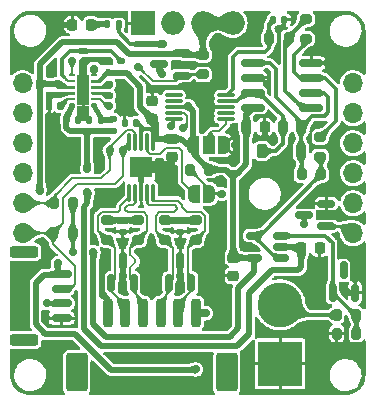
<source format=gtl>
G04 #@! TF.GenerationSoftware,KiCad,Pcbnew,7.0.1*
G04 #@! TF.CreationDate,2023-07-15T01:24:13+02:00*
G04 #@! TF.ProjectId,voltmeter,766f6c74-6d65-4746-9572-2e6b69636164,3*
G04 #@! TF.SameCoordinates,Original*
G04 #@! TF.FileFunction,Copper,L1,Top*
G04 #@! TF.FilePolarity,Positive*
%FSLAX46Y46*%
G04 Gerber Fmt 4.6, Leading zero omitted, Abs format (unit mm)*
G04 Created by KiCad (PCBNEW 7.0.1) date 2023-07-15 01:24:13*
%MOMM*%
%LPD*%
G01*
G04 APERTURE LIST*
G04 Aperture macros list*
%AMRoundRect*
0 Rectangle with rounded corners*
0 $1 Rounding radius*
0 $2 $3 $4 $5 $6 $7 $8 $9 X,Y pos of 4 corners*
0 Add a 4 corners polygon primitive as box body*
4,1,4,$2,$3,$4,$5,$6,$7,$8,$9,$2,$3,0*
0 Add four circle primitives for the rounded corners*
1,1,$1+$1,$2,$3*
1,1,$1+$1,$4,$5*
1,1,$1+$1,$6,$7*
1,1,$1+$1,$8,$9*
0 Add four rect primitives between the rounded corners*
20,1,$1+$1,$2,$3,$4,$5,0*
20,1,$1+$1,$4,$5,$6,$7,0*
20,1,$1+$1,$6,$7,$8,$9,0*
20,1,$1+$1,$8,$9,$2,$3,0*%
%AMFreePoly0*
4,1,19,0.550000,-0.750000,0.000000,-0.750000,0.000000,-0.744911,-0.071157,-0.744911,-0.207708,-0.704816,-0.327430,-0.627875,-0.420627,-0.520320,-0.479746,-0.390866,-0.500000,-0.250000,-0.500000,0.250000,-0.479746,0.390866,-0.420627,0.520320,-0.327430,0.627875,-0.207708,0.704816,-0.071157,0.744911,0.000000,0.744911,0.000000,0.750000,0.550000,0.750000,0.550000,-0.750000,0.550000,-0.750000,
$1*%
%AMFreePoly1*
4,1,19,0.000000,0.744911,0.071157,0.744911,0.207708,0.704816,0.327430,0.627875,0.420627,0.520320,0.479746,0.390866,0.500000,0.250000,0.500000,-0.250000,0.479746,-0.390866,0.420627,-0.520320,0.327430,-0.627875,0.207708,-0.704816,0.071157,-0.744911,0.000000,-0.744911,0.000000,-0.750000,-0.550000,-0.750000,-0.550000,0.750000,0.000000,0.750000,0.000000,0.744911,0.000000,0.744911,
$1*%
%AMFreePoly2*
4,1,19,0.500000,-0.750000,0.000000,-0.750000,0.000000,-0.744911,-0.071157,-0.744911,-0.207708,-0.704816,-0.327430,-0.627875,-0.420627,-0.520320,-0.479746,-0.390866,-0.500000,-0.250000,-0.500000,0.250000,-0.479746,0.390866,-0.420627,0.520320,-0.327430,0.627875,-0.207708,0.704816,-0.071157,0.744911,0.000000,0.744911,0.000000,0.750000,0.500000,0.750000,0.500000,-0.750000,0.500000,-0.750000,
$1*%
%AMFreePoly3*
4,1,19,0.000000,0.744911,0.071157,0.744911,0.207708,0.704816,0.327430,0.627875,0.420627,0.520320,0.479746,0.390866,0.500000,0.250000,0.500000,-0.250000,0.479746,-0.390866,0.420627,-0.520320,0.327430,-0.627875,0.207708,-0.704816,0.071157,-0.744911,0.000000,-0.744911,0.000000,-0.750000,-0.500000,-0.750000,-0.500000,0.750000,0.000000,0.750000,0.000000,0.744911,0.000000,0.744911,
$1*%
G04 Aperture macros list end*
G04 #@! TA.AperFunction,SMDPad,CuDef*
%ADD10RoundRect,0.140000X0.170000X-0.140000X0.170000X0.140000X-0.170000X0.140000X-0.170000X-0.140000X0*%
G04 #@! TD*
G04 #@! TA.AperFunction,SMDPad,CuDef*
%ADD11RoundRect,0.200000X-0.275000X0.200000X-0.275000X-0.200000X0.275000X-0.200000X0.275000X0.200000X0*%
G04 #@! TD*
G04 #@! TA.AperFunction,SMDPad,CuDef*
%ADD12RoundRect,0.135000X-0.185000X0.135000X-0.185000X-0.135000X0.185000X-0.135000X0.185000X0.135000X0*%
G04 #@! TD*
G04 #@! TA.AperFunction,SMDPad,CuDef*
%ADD13RoundRect,0.140000X-0.140000X-0.170000X0.140000X-0.170000X0.140000X0.170000X-0.140000X0.170000X0*%
G04 #@! TD*
G04 #@! TA.AperFunction,ComponentPad*
%ADD14R,3.800000X3.800000*%
G04 #@! TD*
G04 #@! TA.AperFunction,ComponentPad*
%ADD15C,3.800000*%
G04 #@! TD*
G04 #@! TA.AperFunction,SMDPad,CuDef*
%ADD16RoundRect,0.150000X0.150000X-0.587500X0.150000X0.587500X-0.150000X0.587500X-0.150000X-0.587500X0*%
G04 #@! TD*
G04 #@! TA.AperFunction,SMDPad,CuDef*
%ADD17RoundRect,0.150000X0.512500X0.150000X-0.512500X0.150000X-0.512500X-0.150000X0.512500X-0.150000X0*%
G04 #@! TD*
G04 #@! TA.AperFunction,SMDPad,CuDef*
%ADD18RoundRect,0.135000X0.135000X0.185000X-0.135000X0.185000X-0.135000X-0.185000X0.135000X-0.185000X0*%
G04 #@! TD*
G04 #@! TA.AperFunction,SMDPad,CuDef*
%ADD19FreePoly0,0.000000*%
G04 #@! TD*
G04 #@! TA.AperFunction,SMDPad,CuDef*
%ADD20R,1.000000X1.500000*%
G04 #@! TD*
G04 #@! TA.AperFunction,SMDPad,CuDef*
%ADD21FreePoly1,0.000000*%
G04 #@! TD*
G04 #@! TA.AperFunction,SMDPad,CuDef*
%ADD22RoundRect,0.225000X-0.250000X0.225000X-0.250000X-0.225000X0.250000X-0.225000X0.250000X0.225000X0*%
G04 #@! TD*
G04 #@! TA.AperFunction,SMDPad,CuDef*
%ADD23FreePoly2,180.000000*%
G04 #@! TD*
G04 #@! TA.AperFunction,SMDPad,CuDef*
%ADD24FreePoly3,180.000000*%
G04 #@! TD*
G04 #@! TA.AperFunction,SMDPad,CuDef*
%ADD25RoundRect,0.150000X0.825000X0.150000X-0.825000X0.150000X-0.825000X-0.150000X0.825000X-0.150000X0*%
G04 #@! TD*
G04 #@! TA.AperFunction,SMDPad,CuDef*
%ADD26RoundRect,0.140000X-0.170000X0.140000X-0.170000X-0.140000X0.170000X-0.140000X0.170000X0.140000X0*%
G04 #@! TD*
G04 #@! TA.AperFunction,SMDPad,CuDef*
%ADD27RoundRect,0.200000X0.275000X-0.200000X0.275000X0.200000X-0.275000X0.200000X-0.275000X-0.200000X0*%
G04 #@! TD*
G04 #@! TA.AperFunction,SMDPad,CuDef*
%ADD28R,0.500000X0.250000*%
G04 #@! TD*
G04 #@! TA.AperFunction,ComponentPad*
%ADD29C,0.600000*%
G04 #@! TD*
G04 #@! TA.AperFunction,SMDPad,CuDef*
%ADD30R,1.000000X2.650000*%
G04 #@! TD*
G04 #@! TA.AperFunction,SMDPad,CuDef*
%ADD31RoundRect,0.225000X0.225000X0.250000X-0.225000X0.250000X-0.225000X-0.250000X0.225000X-0.250000X0*%
G04 #@! TD*
G04 #@! TA.AperFunction,SMDPad,CuDef*
%ADD32RoundRect,0.200000X0.200000X0.275000X-0.200000X0.275000X-0.200000X-0.275000X0.200000X-0.275000X0*%
G04 #@! TD*
G04 #@! TA.AperFunction,SMDPad,CuDef*
%ADD33RoundRect,0.200000X-0.200000X-0.275000X0.200000X-0.275000X0.200000X0.275000X-0.200000X0.275000X0*%
G04 #@! TD*
G04 #@! TA.AperFunction,SMDPad,CuDef*
%ADD34RoundRect,0.150000X0.587500X0.150000X-0.587500X0.150000X-0.587500X-0.150000X0.587500X-0.150000X0*%
G04 #@! TD*
G04 #@! TA.AperFunction,SMDPad,CuDef*
%ADD35RoundRect,0.075000X0.650000X0.075000X-0.650000X0.075000X-0.650000X-0.075000X0.650000X-0.075000X0*%
G04 #@! TD*
G04 #@! TA.AperFunction,SMDPad,CuDef*
%ADD36RoundRect,0.135000X0.185000X-0.135000X0.185000X0.135000X-0.185000X0.135000X-0.185000X-0.135000X0*%
G04 #@! TD*
G04 #@! TA.AperFunction,ComponentPad*
%ADD37R,2.000000X2.000000*%
G04 #@! TD*
G04 #@! TA.AperFunction,ComponentPad*
%ADD38O,2.000000X2.000000*%
G04 #@! TD*
G04 #@! TA.AperFunction,ComponentPad*
%ADD39O,1.700000X1.700000*%
G04 #@! TD*
G04 #@! TA.AperFunction,SMDPad,CuDef*
%ADD40RoundRect,0.225000X0.225000X0.375000X-0.225000X0.375000X-0.225000X-0.375000X0.225000X-0.375000X0*%
G04 #@! TD*
G04 #@! TA.AperFunction,SMDPad,CuDef*
%ADD41RoundRect,0.150000X0.700000X-0.150000X0.700000X0.150000X-0.700000X0.150000X-0.700000X-0.150000X0*%
G04 #@! TD*
G04 #@! TA.AperFunction,SMDPad,CuDef*
%ADD42RoundRect,0.250000X0.950000X-0.250000X0.950000X0.250000X-0.950000X0.250000X-0.950000X-0.250000X0*%
G04 #@! TD*
G04 #@! TA.AperFunction,SMDPad,CuDef*
%ADD43RoundRect,0.225000X-0.225000X-0.250000X0.225000X-0.250000X0.225000X0.250000X-0.225000X0.250000X0*%
G04 #@! TD*
G04 #@! TA.AperFunction,SMDPad,CuDef*
%ADD44RoundRect,0.218750X-0.218750X-0.256250X0.218750X-0.256250X0.218750X0.256250X-0.218750X0.256250X0*%
G04 #@! TD*
G04 #@! TA.AperFunction,SMDPad,CuDef*
%ADD45RoundRect,0.200000X0.200000X1.000000X-0.200000X1.000000X-0.200000X-1.000000X0.200000X-1.000000X0*%
G04 #@! TD*
G04 #@! TA.AperFunction,SMDPad,CuDef*
%ADD46RoundRect,0.250000X0.650000X1.400000X-0.650000X1.400000X-0.650000X-1.400000X0.650000X-1.400000X0*%
G04 #@! TD*
G04 #@! TA.AperFunction,SMDPad,CuDef*
%ADD47RoundRect,0.075000X0.075000X-0.650000X0.075000X0.650000X-0.075000X0.650000X-0.075000X-0.650000X0*%
G04 #@! TD*
G04 #@! TA.AperFunction,SMDPad,CuDef*
%ADD48R,1.880000X1.680000*%
G04 #@! TD*
G04 #@! TA.AperFunction,SMDPad,CuDef*
%ADD49RoundRect,0.140000X0.140000X0.170000X-0.140000X0.170000X-0.140000X-0.170000X0.140000X-0.170000X0*%
G04 #@! TD*
G04 #@! TA.AperFunction,SMDPad,CuDef*
%ADD50RoundRect,0.225000X0.250000X-0.225000X0.250000X0.225000X-0.250000X0.225000X-0.250000X-0.225000X0*%
G04 #@! TD*
G04 #@! TA.AperFunction,ViaPad*
%ADD51C,0.700000*%
G04 #@! TD*
G04 #@! TA.AperFunction,Conductor*
%ADD52C,0.300000*%
G04 #@! TD*
G04 #@! TA.AperFunction,Conductor*
%ADD53C,0.500000*%
G04 #@! TD*
G04 #@! TA.AperFunction,Conductor*
%ADD54C,0.200000*%
G04 #@! TD*
G04 #@! TA.AperFunction,Conductor*
%ADD55C,1.000000*%
G04 #@! TD*
G04 #@! TA.AperFunction,Conductor*
%ADD56C,0.150000*%
G04 #@! TD*
G04 APERTURE END LIST*
D10*
X91950000Y-55630000D03*
X91950000Y-54670000D03*
D11*
X99300000Y-68130761D03*
X99300000Y-69780761D03*
D12*
X92300000Y-59565000D03*
X92300000Y-60585000D03*
D13*
X105870000Y-51150000D03*
X106830000Y-51150000D03*
D14*
X106450000Y-80275000D03*
D15*
X106450000Y-75275000D03*
D16*
X110900000Y-74237500D03*
X112800000Y-74237500D03*
X111850000Y-72362500D03*
D17*
X106537500Y-71325000D03*
X106537500Y-70375000D03*
X106537500Y-69425000D03*
X104262500Y-69425000D03*
X104262500Y-71325000D03*
D11*
X99950000Y-54125000D03*
X99950000Y-55775000D03*
D18*
X91285000Y-59625000D03*
X90265000Y-59625000D03*
D19*
X99125000Y-61775000D03*
D20*
X100425000Y-61775000D03*
D21*
X101725000Y-61775000D03*
D18*
X92785000Y-51525000D03*
X91765000Y-51525000D03*
D16*
X97050000Y-73440761D03*
X98950000Y-73440761D03*
X98000000Y-71565761D03*
D12*
X89775000Y-53790000D03*
X89775000Y-54810000D03*
D22*
X102500000Y-71275000D03*
X102500000Y-72825000D03*
D23*
X100475000Y-65875000D03*
D24*
X99175000Y-65875000D03*
D25*
X109075000Y-58605000D03*
X109075000Y-57335000D03*
X109075000Y-56065000D03*
X109075000Y-54795000D03*
X104125000Y-54795000D03*
X104125000Y-56065000D03*
X104125000Y-57335000D03*
X104125000Y-58605000D03*
D26*
X93125000Y-68145000D03*
X93125000Y-69105000D03*
D27*
X108650000Y-52750000D03*
X108650000Y-51100000D03*
D28*
X88825000Y-55850000D03*
X88825000Y-56350000D03*
X88825000Y-56850000D03*
X88825000Y-57350000D03*
X88825000Y-57850000D03*
X88825000Y-58350000D03*
X90725000Y-58350000D03*
X90725000Y-57850000D03*
X90725000Y-57350000D03*
X90725000Y-56850000D03*
X90725000Y-56350000D03*
X90725000Y-55850000D03*
D29*
X89775000Y-56100000D03*
X89775000Y-57100000D03*
D30*
X89775000Y-57100000D03*
X89775000Y-57100000D03*
D29*
X89775000Y-58100000D03*
D27*
X94425000Y-69775000D03*
X94425000Y-68125000D03*
D31*
X108250000Y-60225000D03*
X106700000Y-60225000D03*
D32*
X109925000Y-64225000D03*
X108275000Y-64225000D03*
D26*
X87600000Y-56545000D03*
X87600000Y-57505000D03*
D33*
X111250000Y-76137500D03*
X112900000Y-76137500D03*
D34*
X110375000Y-68625000D03*
X110375000Y-66725000D03*
X108500000Y-67675000D03*
D11*
X91825000Y-68125000D03*
X91825000Y-69775000D03*
D35*
X101875000Y-59525000D03*
X101875000Y-59025000D03*
X101875000Y-58525000D03*
X101875000Y-58025000D03*
X101875000Y-57525000D03*
X97475000Y-57525000D03*
X97475000Y-58025000D03*
X97475000Y-58525000D03*
X97475000Y-59025000D03*
X97475000Y-59525000D03*
D36*
X93000000Y-55635000D03*
X93000000Y-54615000D03*
D37*
X94840000Y-51425000D03*
D38*
X97380000Y-51425000D03*
D39*
X84650000Y-56505000D03*
X84650000Y-59045000D03*
X84650000Y-61585000D03*
X84650000Y-64125000D03*
X84650000Y-66665000D03*
X84650000Y-69205000D03*
X112650000Y-69205000D03*
X112650000Y-66665000D03*
X112650000Y-64125000D03*
X112650000Y-61585000D03*
X112650000Y-59045000D03*
X112650000Y-56505000D03*
D38*
X99920000Y-51425000D03*
X102460000Y-51425000D03*
D40*
X108225000Y-62250000D03*
X104925000Y-62250000D03*
D32*
X100475000Y-63825000D03*
X98825000Y-63825000D03*
D41*
X87950000Y-76400000D03*
X87950000Y-75150000D03*
X87950000Y-73900000D03*
X87950000Y-72650000D03*
D42*
X84800000Y-78250000D03*
X84800000Y-70800000D03*
D26*
X98000000Y-68150761D03*
X98000000Y-69110761D03*
X91950000Y-56595000D03*
X91950000Y-57555000D03*
D43*
X103600000Y-60225000D03*
X105150000Y-60225000D03*
D27*
X109850000Y-62725000D03*
X109850000Y-61075000D03*
D13*
X88370000Y-59625000D03*
X89330000Y-59625000D03*
D32*
X107175000Y-52700000D03*
X105525000Y-52700000D03*
X112900000Y-77712500D03*
X111250000Y-77712500D03*
D16*
X92175000Y-73422500D03*
X94075000Y-73422500D03*
X93125000Y-71547500D03*
D44*
X88875000Y-51550000D03*
X90450000Y-51550000D03*
D22*
X97325000Y-61215000D03*
X97325000Y-62765000D03*
D34*
X98112500Y-55875000D03*
X98112500Y-53975000D03*
X96237500Y-54925000D03*
D27*
X96700000Y-69780761D03*
X96700000Y-68130761D03*
D45*
X99350000Y-75950000D03*
X97850000Y-75950000D03*
X96350000Y-75950000D03*
X94850000Y-75950000D03*
X93350000Y-75950000D03*
X91850000Y-75950000D03*
D46*
X101950000Y-81000000D03*
X89250000Y-81000000D03*
D47*
X93705000Y-65795000D03*
X94205000Y-65795000D03*
X94705000Y-65795000D03*
X95205000Y-65795000D03*
X95705000Y-65795000D03*
X95705000Y-61495000D03*
X95205000Y-61495000D03*
X94705000Y-61495000D03*
X94205000Y-61495000D03*
X93705000Y-61495000D03*
D48*
X94705000Y-63645000D03*
D43*
X108250000Y-70500000D03*
X109800000Y-70500000D03*
D32*
X88925000Y-66675000D03*
X87275000Y-66675000D03*
D49*
X94280000Y-59850000D03*
X93320000Y-59850000D03*
X87855000Y-58450000D03*
X86895000Y-58450000D03*
D50*
X95650000Y-59575000D03*
X95650000Y-58025000D03*
D32*
X88900000Y-69175000D03*
X87250000Y-69175000D03*
D51*
X95650000Y-57050000D03*
X86900000Y-59325000D03*
X103675000Y-82500000D03*
X103675000Y-80500000D03*
X97170000Y-63645000D03*
X91449500Y-74450000D03*
X95575000Y-70875000D03*
X109725000Y-77137501D03*
X98450000Y-79750000D03*
X112075000Y-74100000D03*
X89100000Y-62625000D03*
X95450000Y-79750000D03*
X96499999Y-81800000D03*
X106361513Y-51933437D03*
X101475000Y-75850000D03*
X94450000Y-79750000D03*
X102600000Y-61725000D03*
X98000000Y-72855761D03*
X98500000Y-81800000D03*
X101475000Y-67850000D03*
X87350000Y-62900000D03*
X91100000Y-63600000D03*
X92450000Y-79750000D03*
X87725000Y-79137501D03*
X103675000Y-79500000D03*
X100325000Y-59900000D03*
X92500000Y-81800000D03*
X95575000Y-72875000D03*
X97175000Y-65650000D03*
X102600000Y-62725000D03*
X101475000Y-68850000D03*
X110950000Y-61674999D03*
X100325000Y-57900000D03*
X84175000Y-76650000D03*
X101475000Y-71850000D03*
X101475000Y-69850000D03*
X100325000Y-56900000D03*
X101475000Y-72850000D03*
X110950000Y-65674999D03*
X101400000Y-55075000D03*
X93450000Y-79750000D03*
X110950000Y-63675000D03*
X97175000Y-64650000D03*
X101475000Y-76850000D03*
X101400000Y-56075000D03*
X104400000Y-51075000D03*
X101400000Y-53075000D03*
X109800000Y-71525000D03*
X103400000Y-53075000D03*
X89100000Y-61625000D03*
X101475000Y-73850000D03*
X92350000Y-65725000D03*
X97450000Y-79750000D03*
X93125000Y-69850000D03*
X91100000Y-61600000D03*
X87875000Y-51550000D03*
X96449999Y-79750000D03*
X110950000Y-67674999D03*
X101475000Y-74850000D03*
X101475000Y-66850000D03*
X100325000Y-58900000D03*
X103675000Y-81500000D03*
X110450000Y-54800000D03*
X91350000Y-65725000D03*
X102400000Y-53075000D03*
X105150000Y-61050000D03*
X111725000Y-79137501D03*
X93750000Y-59025000D03*
X93125000Y-72850000D03*
X105325000Y-56575000D03*
X84175000Y-74650001D03*
X86675000Y-76400000D03*
X87350000Y-60900001D03*
X101475000Y-70850000D03*
X84175000Y-72650000D03*
X91100000Y-62600000D03*
X105800000Y-63150000D03*
X104400000Y-52075000D03*
X109725000Y-81137501D03*
X109825000Y-74475000D03*
X89100000Y-63625000D03*
X93650000Y-57625001D03*
X87075000Y-55450000D03*
X98000000Y-69855761D03*
X112800000Y-73075000D03*
X101475000Y-64850000D03*
X87350000Y-64899999D03*
X102600000Y-60725000D03*
X87725000Y-81137501D03*
X94500000Y-81800000D03*
X101400000Y-54075000D03*
X104400000Y-53075000D03*
X98275000Y-60325000D03*
X93150000Y-62200000D03*
X86700000Y-75150000D03*
X92025000Y-62200000D03*
X97250936Y-60171904D03*
X90150000Y-65750000D03*
X90125000Y-63750000D03*
X98700000Y-58475000D03*
X90650000Y-70825000D03*
X88900000Y-70825000D03*
X91975000Y-58425000D03*
X86090000Y-65640000D03*
X99350000Y-80750000D03*
X86125000Y-56525000D03*
X87625000Y-71750000D03*
X90714602Y-55350000D03*
X100200000Y-76000000D03*
X88844622Y-54594622D03*
X94450000Y-55100000D03*
X108500000Y-68425000D03*
X101525000Y-65875000D03*
X96500000Y-55725000D03*
X96525000Y-53200000D03*
D52*
X111200000Y-59725000D02*
X109850000Y-61075000D01*
X111200000Y-59575000D02*
X111200000Y-59725000D01*
X111200000Y-57000000D02*
X111200000Y-59575000D01*
X110265000Y-56065000D02*
X111200000Y-57000000D01*
X109075000Y-56065000D02*
X110265000Y-56065000D01*
X108140000Y-56065000D02*
X109075000Y-56065000D01*
X107650000Y-55575000D02*
X108140000Y-56065000D01*
X107650000Y-54125000D02*
X107650000Y-55575000D01*
X108650000Y-52750000D02*
X108650000Y-53125000D01*
X108650000Y-53125000D02*
X107650000Y-54125000D01*
X109075000Y-58605000D02*
X108330000Y-58605000D01*
X108330000Y-58605000D02*
X108025000Y-58300000D01*
X106900000Y-56800000D02*
X106900000Y-57175000D01*
X106900000Y-52975000D02*
X106900000Y-56800000D01*
X106900000Y-57175000D02*
X108025000Y-58300000D01*
X107175000Y-52700000D02*
X106900000Y-52975000D01*
X107175000Y-52575000D02*
X108650000Y-51100000D01*
X107175000Y-52700000D02*
X107175000Y-52575000D01*
X106830000Y-51464950D02*
X106361513Y-51933437D01*
X106830000Y-51150000D02*
X106830000Y-51464950D01*
X105525000Y-51495000D02*
X105870000Y-51150000D01*
X105525000Y-52700000D02*
X105525000Y-51495000D01*
X105525000Y-53500000D02*
X105525000Y-52700000D01*
X105150000Y-53875000D02*
X105525000Y-53500000D01*
X102875000Y-53875000D02*
X105150000Y-53875000D01*
X102462500Y-54287500D02*
X102875000Y-53875000D01*
X102462500Y-57037500D02*
X102462500Y-54287500D01*
X101975000Y-57525000D02*
X102462500Y-57037500D01*
X101875000Y-57525000D02*
X101975000Y-57525000D01*
X102800000Y-58025000D02*
X101875000Y-58025000D01*
X103490000Y-57335000D02*
X102800000Y-58025000D01*
X104125000Y-57335000D02*
X103490000Y-57335000D01*
X106700000Y-59325000D02*
X106700000Y-60225000D01*
X104125000Y-57335000D02*
X104710000Y-57335000D01*
X104710000Y-57335000D02*
X106700000Y-59325000D01*
X108250000Y-59825000D02*
X108250000Y-60225000D01*
X106125000Y-57700000D02*
X108250000Y-59825000D01*
X106125000Y-55350000D02*
X106125000Y-57700000D01*
X105570000Y-54795000D02*
X106125000Y-55350000D01*
X104125000Y-54795000D02*
X105570000Y-54795000D01*
X108225000Y-62250000D02*
X108225000Y-60250000D01*
X108225000Y-60250000D02*
X108250000Y-60225000D01*
X106700000Y-61625000D02*
X106700000Y-60225000D01*
X106462500Y-61862500D02*
X106700000Y-61625000D01*
X106075000Y-62250000D02*
X106462500Y-61862500D01*
X104925000Y-62250000D02*
X106075000Y-62250000D01*
X108275000Y-64225000D02*
X108275000Y-62300000D01*
X108275000Y-62300000D02*
X108225000Y-62250000D01*
X109925000Y-62800000D02*
X109850000Y-62725000D01*
X109925000Y-64225000D02*
X109925000Y-62800000D01*
X104725000Y-69425000D02*
X109925000Y-64225000D01*
X104262500Y-69425000D02*
X104725000Y-69425000D01*
X106117893Y-71325000D02*
X104262500Y-69469607D01*
X104262500Y-69469607D02*
X104262500Y-69425000D01*
X106537500Y-71325000D02*
X106117893Y-71325000D01*
D53*
X108250000Y-70500000D02*
X108125000Y-70375000D01*
X108125000Y-70375000D02*
X106537500Y-70375000D01*
D52*
X110300000Y-69425000D02*
X106537500Y-69425000D01*
X110900000Y-70025000D02*
X110300000Y-69425000D01*
X110900000Y-74237500D02*
X110900000Y-70025000D01*
X112900000Y-76137500D02*
X112800000Y-76137500D01*
X112800000Y-76137500D02*
X110900000Y-74237500D01*
X112900000Y-77712500D02*
X112900000Y-76137500D01*
X107312500Y-76137500D02*
X111250000Y-76137500D01*
X106450000Y-75275000D02*
X107312500Y-76137500D01*
D53*
X91825000Y-75925000D02*
X91850000Y-75950000D01*
X98000000Y-71565761D02*
X98000000Y-72855761D01*
X97325000Y-63490000D02*
X97170000Y-63645000D01*
X112212500Y-74237500D02*
X112075000Y-74100000D01*
X87875000Y-51550000D02*
X88875000Y-51550000D01*
D54*
X109080000Y-54800000D02*
X109075000Y-54795000D01*
X104125000Y-56065000D02*
X104815000Y-56065000D01*
D53*
X94705000Y-63645000D02*
X94705000Y-64750000D01*
D52*
X100950000Y-58525000D02*
X100325000Y-57900000D01*
D53*
X91850000Y-74850500D02*
X91449500Y-74450000D01*
X93125000Y-71547500D02*
X93125000Y-72850000D01*
X112800000Y-74237500D02*
X112212500Y-74237500D01*
X97325000Y-62765000D02*
X97325000Y-63490000D01*
D54*
X104815000Y-56065000D02*
X105325000Y-56575000D01*
D55*
X97170000Y-63645000D02*
X94705000Y-63645000D01*
D52*
X94705000Y-65795000D02*
X94705000Y-64750000D01*
D53*
X105150000Y-60225000D02*
X105150000Y-61050000D01*
D52*
X101875000Y-58525000D02*
X100950000Y-58525000D01*
D53*
X91850000Y-75950000D02*
X91850000Y-74850500D01*
X91285000Y-59625000D02*
X92240000Y-59625000D01*
X92240000Y-59625000D02*
X92300000Y-59565000D01*
D54*
X93150000Y-62050000D02*
X93705000Y-61495000D01*
X98275000Y-60325000D02*
X98575000Y-60025000D01*
X87250000Y-70113604D02*
X89130698Y-71994302D01*
X89275000Y-65050000D02*
X88075000Y-66250000D01*
X88750000Y-73900000D02*
X89130698Y-73519302D01*
X88075000Y-66250000D02*
X88075000Y-68350000D01*
X93150000Y-62200000D02*
X93150000Y-64350000D01*
X98575000Y-59275000D02*
X98325000Y-59025000D01*
X93150000Y-64350000D02*
X92450000Y-65050000D01*
X98325000Y-59025000D02*
X97475000Y-59025000D01*
X88075000Y-68350000D02*
X87250000Y-69175000D01*
X87900000Y-73900000D02*
X88750000Y-73900000D01*
X92450000Y-65050000D02*
X89275000Y-65050000D01*
X87220000Y-69205000D02*
X87250000Y-69175000D01*
X98575000Y-60025000D02*
X98575000Y-59275000D01*
X89130698Y-73519302D02*
X89130698Y-71994302D01*
X84650000Y-69205000D02*
X87220000Y-69205000D01*
X87250000Y-69175000D02*
X87250000Y-70113604D01*
X93150000Y-62200000D02*
X93150000Y-62050000D01*
X94205000Y-60739670D02*
X94205000Y-61495000D01*
X97475000Y-59625000D02*
X97250936Y-59849064D01*
X84650000Y-66665000D02*
X87265000Y-66665000D01*
X88850000Y-64550000D02*
X87275000Y-66125000D01*
X97475000Y-59525000D02*
X97475000Y-59625000D01*
X92025000Y-63850000D02*
X91325000Y-64550000D01*
X97250936Y-60171904D02*
X97250936Y-59849064D01*
X92025000Y-61919670D02*
X93474670Y-60470000D01*
X86700000Y-75150000D02*
X86775000Y-75225000D01*
X92025000Y-62200000D02*
X92025000Y-61919670D01*
X86700000Y-75150000D02*
X87900000Y-75150000D01*
X93474670Y-60470000D02*
X93935330Y-60470000D01*
X87275000Y-66125000D02*
X87275000Y-66675000D01*
X92025000Y-62200000D02*
X92025000Y-63850000D01*
X91325000Y-64550000D02*
X88850000Y-64550000D01*
X93935330Y-60470000D02*
X94205000Y-60739670D01*
X87265000Y-66665000D02*
X87275000Y-66675000D01*
D52*
X110550000Y-58975000D02*
X110550000Y-57675000D01*
X110550000Y-57675000D02*
X110210000Y-57335000D01*
X109175000Y-59300000D02*
X110225000Y-59300000D01*
X110210000Y-57335000D02*
X109075000Y-57335000D01*
X108250000Y-60225000D02*
X109175000Y-59300000D01*
X110225000Y-59300000D02*
X110550000Y-58975000D01*
D53*
X90150000Y-66675000D02*
X89825000Y-67000000D01*
X103850000Y-77750000D02*
X103850000Y-74250000D01*
X90125000Y-63750000D02*
X90125000Y-60850000D01*
X91300000Y-78775000D02*
X102825000Y-78775000D01*
X88685000Y-60585000D02*
X88370000Y-60270000D01*
X89860000Y-60585000D02*
X90125000Y-60850000D01*
X89825000Y-67000000D02*
X89825000Y-77300000D01*
X90125000Y-60610000D02*
X90150000Y-60585000D01*
X90625000Y-60585000D02*
X90150000Y-60585000D01*
X89825000Y-77300000D02*
X91300000Y-78775000D01*
X90390000Y-60585000D02*
X90125000Y-60850000D01*
X89525000Y-60585000D02*
X89860000Y-60585000D01*
X92300000Y-60585000D02*
X90975000Y-60585000D01*
X90125000Y-60850000D02*
X90125000Y-60610000D01*
X108250000Y-72075000D02*
X108250000Y-70500000D01*
X88370000Y-60270000D02*
X88370000Y-59625000D01*
X102825000Y-78775000D02*
X103850000Y-77750000D01*
X90975000Y-60585000D02*
X90390000Y-60585000D01*
X90150000Y-65750000D02*
X90150000Y-66675000D01*
X107975000Y-72350000D02*
X108250000Y-72075000D01*
X90150000Y-60585000D02*
X89525000Y-60585000D01*
X103850000Y-74250000D02*
X105750000Y-72350000D01*
X105750000Y-72350000D02*
X107975000Y-72350000D01*
X89525000Y-60585000D02*
X88685000Y-60585000D01*
X90975000Y-60585000D02*
X90625000Y-60585000D01*
X91693629Y-77975000D02*
X102175000Y-77975000D01*
D52*
X95470000Y-60420000D02*
X95690000Y-60420000D01*
D53*
X102175000Y-77975000D02*
X102925000Y-77225000D01*
X103600000Y-60225000D02*
X103600000Y-63375000D01*
X95985000Y-60125000D02*
X95985000Y-61215000D01*
D52*
X88900000Y-66700000D02*
X88925000Y-66675000D01*
D53*
X99175000Y-61757500D02*
X99175000Y-62525000D01*
X102887500Y-64087500D02*
X102500000Y-64475000D01*
X98650000Y-61775000D02*
X98090000Y-61215000D01*
D52*
X94953959Y-60420000D02*
X95470000Y-60420000D01*
D53*
X93460000Y-55635000D02*
X93000000Y-55635000D01*
X94625000Y-56800000D02*
X93460000Y-55635000D01*
X95975000Y-61205000D02*
X95985000Y-61215000D01*
X104262500Y-72537500D02*
X104262500Y-71325000D01*
X103600000Y-63375000D02*
X102887500Y-64087500D01*
X103600000Y-60225000D02*
X103600000Y-59130000D01*
X102625000Y-71150000D02*
X102500000Y-71275000D01*
X102500000Y-71275000D02*
X104212500Y-71275000D01*
X92995000Y-55630000D02*
X93000000Y-55635000D01*
D52*
X94705000Y-60171041D02*
X94953959Y-60420000D01*
D53*
X104212500Y-71275000D02*
X104262500Y-71325000D01*
X103600000Y-59130000D02*
X104125000Y-58605000D01*
X98090000Y-61215000D02*
X97325000Y-61215000D01*
D52*
X94705000Y-60668959D02*
X94953959Y-60420000D01*
D53*
X90650000Y-70825000D02*
X90650000Y-76931371D01*
D52*
X94705000Y-61495000D02*
X94705000Y-60171041D01*
X95470000Y-60420000D02*
X95705000Y-60655000D01*
D53*
X95650000Y-59575000D02*
X94625000Y-58550000D01*
D52*
X94405000Y-59850000D02*
X94280000Y-59850000D01*
D53*
X102125000Y-64100000D02*
X102500000Y-64475000D01*
D52*
X95985000Y-61215000D02*
X95705000Y-61495000D01*
D53*
X99125000Y-58900000D02*
X98700000Y-58475000D01*
X100475000Y-63825000D02*
X101850000Y-63825000D01*
X102125000Y-64100000D02*
X102875000Y-64100000D01*
D52*
X88900000Y-69175000D02*
X88900000Y-66700000D01*
X88925000Y-66675000D02*
X89075000Y-66675000D01*
X98650000Y-58525000D02*
X98700000Y-58475000D01*
D53*
X102925000Y-77225000D02*
X102925000Y-73875000D01*
X95985000Y-59910000D02*
X95985000Y-60125000D01*
X99125000Y-61775000D02*
X99125000Y-58900000D01*
D52*
X97475000Y-58525000D02*
X98650000Y-58525000D01*
D53*
X95650000Y-59575000D02*
X95985000Y-59910000D01*
D52*
X94280000Y-59850000D02*
X94383959Y-59850000D01*
D53*
X99175000Y-62525000D02*
X100475000Y-63825000D01*
X102875000Y-64100000D02*
X102887500Y-64087500D01*
X99150000Y-61732500D02*
X99175000Y-61757500D01*
D52*
X95690000Y-60420000D02*
X95985000Y-60125000D01*
D53*
X94625000Y-58550000D02*
X94625000Y-56800000D01*
D52*
X88900000Y-69175000D02*
X88900000Y-70825000D01*
D53*
X102500000Y-64475000D02*
X102500000Y-71275000D01*
X99125000Y-61775000D02*
X98650000Y-61775000D01*
X102925000Y-73875000D02*
X104262500Y-72537500D01*
X91950000Y-55630000D02*
X92995000Y-55630000D01*
D52*
X95705000Y-60655000D02*
X95705000Y-61495000D01*
X94705000Y-61495000D02*
X94705000Y-60668959D01*
D53*
X101850000Y-63825000D02*
X102125000Y-64100000D01*
X90650000Y-76931371D02*
X91693629Y-77975000D01*
D52*
X94383959Y-59850000D02*
X94705000Y-60171041D01*
D53*
X97325000Y-61215000D02*
X95985000Y-61215000D01*
D52*
X92175000Y-53790000D02*
X93000000Y-54615000D01*
X88000000Y-54450000D02*
X88660000Y-53790000D01*
D54*
X88000000Y-55825000D02*
X88000000Y-55425000D01*
D52*
X88000000Y-54950000D02*
X88000000Y-55425000D01*
X88660000Y-53790000D02*
X89775000Y-53790000D01*
X88000000Y-54950000D02*
X88000000Y-55825000D01*
D54*
X88825000Y-56350000D02*
X88525000Y-56350000D01*
D52*
X89775000Y-53790000D02*
X92175000Y-53790000D01*
D54*
X88525000Y-56350000D02*
X88162500Y-55987500D01*
D52*
X88000000Y-55825000D02*
X88162500Y-55987500D01*
X88000000Y-54950000D02*
X88000000Y-54450000D01*
D53*
X96700000Y-68130761D02*
X97980000Y-68130761D01*
D54*
X99552500Y-68228261D02*
X99600000Y-68180761D01*
D53*
X99300000Y-68130761D02*
X98020000Y-68130761D01*
X97980000Y-68130761D02*
X98000000Y-68150761D01*
X98020000Y-68130761D02*
X98000000Y-68150761D01*
D54*
X90725000Y-55360398D02*
X90725000Y-55850000D01*
D53*
X89075000Y-77750000D02*
X86575000Y-77750000D01*
X99920000Y-51425000D02*
X99920000Y-54095000D01*
X86575000Y-77750000D02*
X85750000Y-76925000D01*
X86145000Y-56545000D02*
X87600000Y-56545000D01*
X92675000Y-53025000D02*
X93700000Y-54050000D01*
X87825000Y-72725000D02*
X87900000Y-72650000D01*
X99950000Y-54125000D02*
X98262500Y-54125000D01*
X92100000Y-80775000D02*
X89075000Y-77750000D01*
D54*
X90725000Y-57850000D02*
X91200000Y-57850000D01*
D53*
X86090000Y-65640000D02*
X86090000Y-56560000D01*
X87625000Y-71750000D02*
X87625000Y-72375000D01*
D54*
X91775000Y-58425000D02*
X91975000Y-58425000D01*
X91200000Y-57850000D02*
X91775000Y-58425000D01*
D55*
X99920000Y-51425000D02*
X102460000Y-51425000D01*
D53*
X85750000Y-76925000D02*
X85750000Y-73425000D01*
X86125000Y-56525000D02*
X86125000Y-54925000D01*
X99350000Y-75950000D02*
X100150000Y-75950000D01*
X86450000Y-72725000D02*
X87825000Y-72725000D01*
X86125000Y-54925000D02*
X88025000Y-53025000D01*
X98262500Y-54125000D02*
X98112500Y-53975000D01*
D54*
X90714602Y-55350000D02*
X90725000Y-55360398D01*
D53*
X88025000Y-53025000D02*
X92675000Y-53025000D01*
X86090000Y-56560000D02*
X86125000Y-56525000D01*
X99325000Y-80775000D02*
X92100000Y-80775000D01*
X86125000Y-56525000D02*
X86145000Y-56545000D01*
X100150000Y-75950000D02*
X100200000Y-76000000D01*
X98037500Y-54050000D02*
X98112500Y-53975000D01*
X99950000Y-54125000D02*
X99850000Y-54025000D01*
X93700000Y-54050000D02*
X98037500Y-54050000D01*
X87625000Y-72375000D02*
X87900000Y-72650000D01*
X99350000Y-80750000D02*
X99325000Y-80775000D01*
X99920000Y-54095000D02*
X99950000Y-54125000D01*
X85750000Y-73425000D02*
X86450000Y-72725000D01*
D56*
X97637500Y-56350000D02*
X95700000Y-56350000D01*
D54*
X99950000Y-55775000D02*
X98212500Y-55775000D01*
X98212500Y-55775000D02*
X98112500Y-55875000D01*
D56*
X95700000Y-56350000D02*
X94450000Y-55100000D01*
D54*
X88825000Y-55850000D02*
X88825000Y-54614244D01*
X88825000Y-54614244D02*
X88844622Y-54594622D01*
D56*
X98112500Y-55875000D02*
X97637500Y-56350000D01*
D54*
X100425000Y-61775000D02*
X100425000Y-60825000D01*
X100675000Y-60575000D02*
X101300000Y-60575000D01*
X100425000Y-60825000D02*
X100675000Y-60575000D01*
X101875000Y-60000000D02*
X101875000Y-59525000D01*
X101300000Y-60575000D02*
X101875000Y-60000000D01*
D56*
X97900000Y-62000000D02*
X98150000Y-62250000D01*
X95470000Y-62495000D02*
X96305000Y-62495000D01*
X96800000Y-62000000D02*
X97900000Y-62000000D01*
X95205000Y-61495000D02*
X95205000Y-62230000D01*
X98150000Y-64850000D02*
X99175000Y-65875000D01*
X98150000Y-62250000D02*
X98150000Y-64850000D01*
X95205000Y-62230000D02*
X95470000Y-62495000D01*
X96305000Y-62495000D02*
X96800000Y-62000000D01*
D53*
X94425000Y-68125000D02*
X93145000Y-68125000D01*
X91825000Y-68125000D02*
X93105000Y-68125000D01*
D54*
X91575000Y-68225000D02*
X91525000Y-68175000D01*
D53*
X93145000Y-68125000D02*
X93125000Y-68145000D01*
X93105000Y-68125000D02*
X93125000Y-68145000D01*
D54*
X108500000Y-67675000D02*
X108500000Y-68425000D01*
X100475000Y-65475000D02*
X100475000Y-65875000D01*
X98825000Y-63825000D02*
X100475000Y-65475000D01*
X100475000Y-65875000D02*
X101525000Y-65875000D01*
D53*
X96525000Y-53200000D02*
X94300000Y-53200000D01*
X96500000Y-55725000D02*
X96237500Y-55462500D01*
D52*
X92785000Y-52210000D02*
X92785000Y-51525000D01*
X93775000Y-53200000D02*
X92785000Y-52210000D01*
D53*
X96237500Y-55462500D02*
X96237500Y-54925000D01*
D52*
X94300000Y-53200000D02*
X93775000Y-53200000D01*
D53*
X91765000Y-51525000D02*
X90475000Y-51525000D01*
X90475000Y-51525000D02*
X90450000Y-51550000D01*
D54*
X93350000Y-75275000D02*
X92175000Y-74100000D01*
X92900000Y-67225000D02*
X92900000Y-66950000D01*
X92700000Y-67425000D02*
X92900000Y-67225000D01*
X93705000Y-66145000D02*
X93705000Y-65795000D01*
X92475000Y-70425000D02*
X91825000Y-69775000D01*
X92900000Y-66950000D02*
X93705000Y-66145000D01*
X92175000Y-74100000D02*
X92175000Y-73422500D01*
X93350000Y-75950000D02*
X93350000Y-75275000D01*
X91050000Y-67717893D02*
X91342893Y-67425000D01*
X92175000Y-73422500D02*
X92476631Y-73120869D01*
X91050000Y-69000000D02*
X91050000Y-67717893D01*
X92476631Y-73120869D02*
X92475000Y-73119239D01*
X91342893Y-67425000D02*
X92700000Y-67425000D01*
X92475000Y-73119239D02*
X92475000Y-70425000D01*
X91825000Y-69775000D02*
X91050000Y-69000000D01*
X97800000Y-66450000D02*
X95900000Y-66450000D01*
X98175000Y-66825000D02*
X97800000Y-66450000D01*
X97850000Y-75950000D02*
X97850000Y-75225000D01*
X98650000Y-70430761D02*
X99300000Y-69780761D01*
X98950000Y-73440761D02*
X98642119Y-73132880D01*
X95900000Y-66450000D02*
X95705000Y-66255000D01*
X99300000Y-69780761D02*
X100075000Y-69005761D01*
X98650000Y-73125000D02*
X98650000Y-70430761D01*
X95705000Y-65795000D02*
X95680001Y-65819999D01*
X100075000Y-67723654D02*
X99776346Y-67425000D01*
X95705000Y-66255000D02*
X95705000Y-65795000D01*
X97850000Y-75225000D02*
X98950000Y-74125000D01*
X98642119Y-73132880D02*
X98650000Y-73125000D01*
X98175000Y-67013823D02*
X98175000Y-66825000D01*
X98950000Y-74125000D02*
X98950000Y-73440761D01*
X98586177Y-67425000D02*
X98175000Y-67013823D01*
X100075000Y-69005761D02*
X100075000Y-67723654D01*
X99776346Y-67425000D02*
X98586177Y-67425000D01*
X95205000Y-66680000D02*
X95205000Y-65795000D01*
X95925000Y-69005761D02*
X95925000Y-67723654D01*
X96700000Y-69780761D02*
X95925000Y-69005761D01*
X97725000Y-67050000D02*
X97525000Y-66850000D01*
X97357881Y-73132880D02*
X97350000Y-73125000D01*
X97350000Y-70430761D02*
X96700000Y-69780761D01*
X97050000Y-73440761D02*
X97357881Y-73132880D01*
X97525000Y-66850000D02*
X95375000Y-66850000D01*
X95925000Y-67723654D02*
X96217893Y-67430761D01*
X97469239Y-67430761D02*
X97725000Y-67175000D01*
X97350000Y-73125000D02*
X97350000Y-70430761D01*
X95205000Y-65795000D02*
X95229999Y-65819999D01*
X96217893Y-67430761D02*
X97469239Y-67430761D01*
X95375000Y-66850000D02*
X95205000Y-66680000D01*
X96350000Y-75950000D02*
X96350000Y-74925000D01*
X97050000Y-74225000D02*
X97050000Y-73440761D01*
X95255000Y-65845000D02*
X95205000Y-65795000D01*
X96350000Y-74925000D02*
X97050000Y-74225000D01*
X97725000Y-67175000D02*
X97725000Y-67050000D01*
X94425000Y-69775000D02*
X95200000Y-69000000D01*
X93775000Y-73119239D02*
X93773369Y-73120869D01*
X93350000Y-67100000D02*
X93600000Y-66850000D01*
X95200000Y-67717893D02*
X95200000Y-67800000D01*
X95200000Y-69000000D02*
X95200000Y-67717893D01*
X93550000Y-67425000D02*
X93350000Y-67225000D01*
X94907107Y-67425000D02*
X93550000Y-67425000D01*
X93775000Y-70425000D02*
X93775000Y-71075000D01*
X93775000Y-72275000D02*
X93775000Y-73119239D01*
X93350000Y-67225000D02*
X93350000Y-67100000D01*
X95200000Y-67717893D02*
X94907107Y-67425000D01*
X94205000Y-66645000D02*
X94205000Y-65795000D01*
X94425000Y-69775000D02*
X93775000Y-70425000D01*
X94206640Y-71506640D02*
X94206640Y-71675000D01*
X94000000Y-66850000D02*
X94205000Y-66645000D01*
X94075000Y-74175000D02*
X94075000Y-73422500D01*
X93773369Y-73120869D02*
X94075000Y-73422500D01*
X93775000Y-72106640D02*
X93775000Y-72275000D01*
X93600000Y-66850000D02*
X94000000Y-66850000D01*
X94850000Y-75950000D02*
X94850000Y-74950000D01*
X94850000Y-74950000D02*
X94075000Y-74175000D01*
X94206580Y-71506640D02*
G75*
G03*
X93990820Y-71290820I-215780J40D01*
G01*
X93774980Y-71075000D02*
G75*
G03*
X93990820Y-71290820I215820J0D01*
G01*
X93990820Y-71890840D02*
G75*
G03*
X94206640Y-71675000I-20J215840D01*
G01*
X93990820Y-71890800D02*
G75*
G03*
X93775000Y-72106640I-20J-215800D01*
G01*
X112070000Y-68625000D02*
X112650000Y-69205000D01*
X110375000Y-68625000D02*
X112070000Y-68625000D01*
G04 #@! TA.AperFunction,Conductor*
G36*
X92232892Y-54419942D02*
G01*
X92241083Y-54431645D01*
X92241804Y-54431142D01*
X92275000Y-54478598D01*
X92275000Y-54875000D01*
X92200000Y-54950000D01*
X91200000Y-54950000D01*
X91050000Y-54750000D01*
X90788405Y-54750000D01*
X90714602Y-54740283D01*
X90640798Y-54750000D01*
X90350000Y-54750000D01*
X90100000Y-55050000D01*
X90100000Y-55800000D01*
X89450000Y-55800000D01*
X89450000Y-54627569D01*
X89454180Y-54595819D01*
X89725000Y-54325000D01*
X92137950Y-54325000D01*
X92232892Y-54419942D01*
G37*
G04 #@! TD.AperFunction*
G04 #@! TA.AperFunction,Conductor*
G36*
X92147667Y-57230633D02*
G01*
X92171674Y-57246674D01*
X92253326Y-57328326D01*
X92269367Y-57352333D01*
X92275000Y-57380652D01*
X92275000Y-57694348D01*
X92269367Y-57722667D01*
X92253326Y-57746674D01*
X92196674Y-57803326D01*
X92172667Y-57819367D01*
X92144348Y-57825000D01*
X91705652Y-57825000D01*
X91677333Y-57819367D01*
X91653326Y-57803326D01*
X91325000Y-57475000D01*
X90549500Y-57475000D01*
X90512500Y-57465086D01*
X90485414Y-57438000D01*
X90475500Y-57401000D01*
X90475500Y-57299000D01*
X90485414Y-57262000D01*
X90512500Y-57234914D01*
X90549500Y-57225000D01*
X92119348Y-57225000D01*
X92147667Y-57230633D01*
G37*
G04 #@! TD.AperFunction*
G04 #@! TA.AperFunction,Conductor*
G36*
X89037500Y-58234914D02*
G01*
X89064586Y-58262000D01*
X89074500Y-58299000D01*
X89074500Y-58395089D01*
X89073078Y-58409526D01*
X89070000Y-58425000D01*
X89070000Y-58470377D01*
X89063549Y-58500596D01*
X88650000Y-59425001D01*
X88650000Y-59726000D01*
X88640086Y-59763000D01*
X88613000Y-59790086D01*
X88576000Y-59800000D01*
X88174000Y-59800000D01*
X88137000Y-59790086D01*
X88109914Y-59763000D01*
X88100000Y-59726000D01*
X88100000Y-59442470D01*
X88107812Y-59409376D01*
X88107812Y-59409375D01*
X88575000Y-58475000D01*
X88575000Y-58299000D01*
X88584914Y-58262000D01*
X88612000Y-58234914D01*
X88649000Y-58225000D01*
X89000500Y-58225000D01*
X89037500Y-58234914D01*
G37*
G04 #@! TD.AperFunction*
G04 #@! TA.AperFunction,Conductor*
G36*
X87800000Y-57250000D02*
G01*
X87800000Y-57775000D01*
X87250000Y-57775000D01*
X87175000Y-57850000D01*
X87175000Y-58675000D01*
X87075000Y-58775000D01*
X86675000Y-58775000D01*
X86600000Y-58700000D01*
X86600000Y-57300000D01*
X86675000Y-57225000D01*
X87775000Y-57225000D01*
X87800000Y-57250000D01*
G37*
G04 #@! TD.AperFunction*
G04 #@! TA.AperFunction,Conductor*
G36*
X94955000Y-64498500D02*
G01*
X94955000Y-64748500D01*
X94952200Y-64808585D01*
X94944600Y-64857463D01*
X94933400Y-64897937D01*
X94919800Y-64932806D01*
X94905000Y-64964874D01*
X94890200Y-64996942D01*
X94879838Y-65023504D01*
X94870485Y-65037504D01*
X94854500Y-65117867D01*
X94854500Y-65203924D01*
X94705000Y-65256249D01*
X94555499Y-65203924D01*
X94555499Y-65117867D01*
X94539515Y-65037505D01*
X94530160Y-65023505D01*
X94519800Y-64996942D01*
X94505000Y-64964874D01*
X94490200Y-64932806D01*
X94476599Y-64897937D01*
X94465400Y-64857463D01*
X94457800Y-64808585D01*
X94455000Y-64748500D01*
X94455000Y-64498500D01*
X94705000Y-64462500D01*
X94955000Y-64498500D01*
G37*
G04 #@! TD.AperFunction*
G04 #@! TA.AperFunction,Conductor*
G36*
X92113000Y-55359914D02*
G01*
X92140086Y-55387000D01*
X92150000Y-55424000D01*
X92150000Y-55826000D01*
X92140086Y-55863000D01*
X92113000Y-55890086D01*
X92076000Y-55900000D01*
X91850000Y-55900000D01*
X91296674Y-56453326D01*
X91272667Y-56469367D01*
X91244348Y-56475000D01*
X90549500Y-56475000D01*
X90512500Y-56465086D01*
X90485414Y-56438000D01*
X90475500Y-56401000D01*
X90475500Y-56299000D01*
X90485414Y-56262000D01*
X90512500Y-56234914D01*
X90549500Y-56225000D01*
X91049999Y-56225000D01*
X91050000Y-56225000D01*
X91677809Y-55379871D01*
X91703966Y-55357888D01*
X91737212Y-55350000D01*
X92076000Y-55350000D01*
X92113000Y-55359914D01*
G37*
G04 #@! TD.AperFunction*
G04 #@! TA.AperFunction,Conductor*
G36*
X90274500Y-58494748D02*
G01*
X90275000Y-58497262D01*
X90275000Y-59625000D01*
X89275000Y-59625000D01*
X89275000Y-58497262D01*
X89275500Y-58494748D01*
X89275500Y-58425000D01*
X90274500Y-58425000D01*
X90274500Y-58494748D01*
G37*
G04 #@! TD.AperFunction*
G04 #@! TA.AperFunction,Conductor*
G36*
X90938000Y-58234914D02*
G01*
X90965086Y-58262000D01*
X90975000Y-58299000D01*
X90975000Y-58475000D01*
X91473356Y-59255036D01*
X91538360Y-59356781D01*
X91550000Y-59396622D01*
X91550000Y-59726000D01*
X91540086Y-59763000D01*
X91513000Y-59790086D01*
X91476000Y-59800000D01*
X91099000Y-59800000D01*
X91062000Y-59790086D01*
X91034914Y-59763000D01*
X91025000Y-59726000D01*
X91025000Y-59425001D01*
X91025000Y-59425000D01*
X90489958Y-58500836D01*
X90480000Y-58463759D01*
X90480000Y-58425000D01*
X90476922Y-58409526D01*
X90475500Y-58395089D01*
X90475500Y-58299000D01*
X90485414Y-58262000D01*
X90512500Y-58234914D01*
X90549500Y-58225000D01*
X90901000Y-58225000D01*
X90938000Y-58234914D01*
G37*
G04 #@! TD.AperFunction*
G04 #@! TA.AperFunction,Conductor*
G36*
X89037500Y-57734914D02*
G01*
X89064586Y-57762000D01*
X89074500Y-57799000D01*
X89074500Y-57901000D01*
X89064586Y-57938000D01*
X89037500Y-57965086D01*
X89000500Y-57975000D01*
X88474999Y-57975000D01*
X88409220Y-58110940D01*
X88404140Y-58119817D01*
X88386132Y-58146770D01*
X88383961Y-58157682D01*
X88377996Y-58175472D01*
X88151145Y-58644299D01*
X88135807Y-58676000D01*
X88120211Y-58708231D01*
X88092911Y-58738694D01*
X88053599Y-58750000D01*
X87749000Y-58750000D01*
X87712000Y-58740086D01*
X87684914Y-58713000D01*
X87675000Y-58676000D01*
X87675000Y-58207526D01*
X87685325Y-58169824D01*
X87713418Y-58142642D01*
X87792410Y-58099323D01*
X88414501Y-57758176D01*
X88423314Y-57754076D01*
X88485541Y-57729988D01*
X88512250Y-57725000D01*
X89000500Y-57725000D01*
X89037500Y-57734914D01*
G37*
G04 #@! TD.AperFunction*
G04 #@! TA.AperFunction,Conductor*
G36*
X90329000Y-59514881D02*
G01*
X90375119Y-59561000D01*
X90392000Y-59624000D01*
X90392000Y-59626000D01*
X90375119Y-59689000D01*
X90339119Y-59725000D01*
X89255881Y-59725000D01*
X89219881Y-59689000D01*
X89203000Y-59626000D01*
X89203000Y-59624000D01*
X89219881Y-59561000D01*
X89266000Y-59514881D01*
X89275000Y-59512469D01*
X89275000Y-59625000D01*
X90275000Y-59625000D01*
X90275000Y-59500412D01*
X90329000Y-59514881D01*
G37*
G04 #@! TD.AperFunction*
G04 #@! TA.AperFunction,Conductor*
G36*
X92197667Y-56330633D02*
G01*
X92221674Y-56346674D01*
X92253326Y-56378326D01*
X92269367Y-56402333D01*
X92275000Y-56430652D01*
X92275000Y-56769348D01*
X92269367Y-56797667D01*
X92253326Y-56821674D01*
X92121674Y-56953326D01*
X92097667Y-56969367D01*
X92069348Y-56975000D01*
X90549500Y-56975000D01*
X90512500Y-56965086D01*
X90485414Y-56938000D01*
X90475500Y-56901000D01*
X90475500Y-56799000D01*
X90485414Y-56762000D01*
X90512500Y-56734914D01*
X90549500Y-56725000D01*
X91325000Y-56725000D01*
X91703326Y-56346674D01*
X91727333Y-56330633D01*
X91755652Y-56325000D01*
X92169348Y-56325000D01*
X92197667Y-56330633D01*
G37*
G04 #@! TD.AperFunction*
G04 #@! TA.AperFunction,Conductor*
G36*
X88258526Y-55871394D02*
G01*
X88268397Y-55881265D01*
X88268713Y-55881593D01*
X88292609Y-55907428D01*
X88293288Y-55908232D01*
X88310666Y-55930785D01*
X88311313Y-55931715D01*
X88324021Y-55952002D01*
X88324519Y-55952879D01*
X88334243Y-55971862D01*
X88334506Y-55972408D01*
X88342899Y-55991122D01*
X88342899Y-55991123D01*
X88351409Y-56010098D01*
X88361509Y-56029815D01*
X88374786Y-56051011D01*
X88374788Y-56051013D01*
X88392833Y-56074432D01*
X88417234Y-56100813D01*
X88417240Y-56100819D01*
X88417241Y-56100820D01*
X88418506Y-56102085D01*
X88419961Y-56103858D01*
X88429603Y-56118288D01*
X88430448Y-56119552D01*
X88446140Y-56130037D01*
X88447913Y-56131492D01*
X88480712Y-56164291D01*
X88484113Y-56171780D01*
X88481745Y-56179656D01*
X88427737Y-56250523D01*
X88425523Y-56252737D01*
X88354656Y-56306745D01*
X88346780Y-56309113D01*
X88339291Y-56305712D01*
X88275820Y-56242241D01*
X88275813Y-56242234D01*
X88249432Y-56217833D01*
X88249430Y-56217831D01*
X88226011Y-56199786D01*
X88204815Y-56186509D01*
X88185098Y-56176409D01*
X88166123Y-56167899D01*
X88147408Y-56159506D01*
X88146862Y-56159243D01*
X88127879Y-56149519D01*
X88127002Y-56149021D01*
X88106715Y-56136313D01*
X88105785Y-56135666D01*
X88083232Y-56118288D01*
X88082428Y-56117609D01*
X88056593Y-56093713D01*
X88056265Y-56093397D01*
X88046394Y-56083526D01*
X88043132Y-56077213D01*
X88044124Y-56070181D01*
X88107691Y-55938154D01*
X88113154Y-55932691D01*
X88245181Y-55869124D01*
X88252213Y-55868132D01*
X88258526Y-55871394D01*
G37*
G04 #@! TD.AperFunction*
G04 #@! TA.AperFunction,Conductor*
G36*
X89075000Y-57475000D02*
G01*
X88575000Y-57475000D01*
X87800000Y-57775000D01*
X87800000Y-57250000D01*
X87775000Y-57225000D01*
X89075000Y-57225000D01*
X89075000Y-57475000D01*
G37*
G04 #@! TD.AperFunction*
G04 #@! TA.AperFunction,Conductor*
G36*
X87869733Y-56289800D02*
G01*
X88409131Y-56694348D01*
X88450000Y-56725000D01*
X89000500Y-56725000D01*
X89037500Y-56734914D01*
X89064586Y-56762000D01*
X89074500Y-56799000D01*
X89074500Y-56901000D01*
X89064586Y-56938000D01*
X89037500Y-56965086D01*
X89000500Y-56975000D01*
X87830048Y-56975000D01*
X87815611Y-56973578D01*
X87775000Y-56965500D01*
X87621152Y-56965500D01*
X87592833Y-56959867D01*
X87568826Y-56943826D01*
X87371674Y-56746674D01*
X87355633Y-56722667D01*
X87350000Y-56694348D01*
X87350000Y-56349000D01*
X87359914Y-56312000D01*
X87387000Y-56284914D01*
X87424000Y-56275000D01*
X87825333Y-56275000D01*
X87869733Y-56289800D01*
G37*
G04 #@! TD.AperFunction*
G04 #@! TA.AperFunction,Conductor*
G36*
X94549025Y-52952857D02*
G01*
X94552944Y-52960031D01*
X94562790Y-53028400D01*
X94587259Y-53198332D01*
X94587259Y-53201668D01*
X94586943Y-53203865D01*
X94554611Y-53428400D01*
X94552945Y-53439968D01*
X94549025Y-53447143D01*
X94541364Y-53450000D01*
X94301766Y-53450000D01*
X94301221Y-53449987D01*
X94242046Y-53447229D01*
X94240793Y-53447103D01*
X94193202Y-53439703D01*
X94191880Y-53439418D01*
X94162688Y-53431340D01*
X94152633Y-53428558D01*
X94151515Y-53428186D01*
X94117522Y-53414928D01*
X94116875Y-53414653D01*
X94085125Y-53400000D01*
X94053057Y-53385199D01*
X94018185Y-53371598D01*
X93977716Y-53360400D01*
X93928833Y-53352799D01*
X93868757Y-53350000D01*
X93868751Y-53350000D01*
X93854552Y-53350000D01*
X93847782Y-53347842D01*
X93843509Y-53342165D01*
X93831407Y-53307590D01*
X93795103Y-53203863D01*
X93795103Y-53196137D01*
X93843508Y-53057835D01*
X93847782Y-53052158D01*
X93854552Y-53050000D01*
X93868757Y-53050000D01*
X93908807Y-53048133D01*
X93928836Y-53047200D01*
X93977714Y-53039600D01*
X94018188Y-53028400D01*
X94053057Y-53014800D01*
X94085125Y-53000000D01*
X94116871Y-52985348D01*
X94117521Y-52985072D01*
X94151508Y-52971815D01*
X94152640Y-52971439D01*
X94191888Y-52960579D01*
X94193194Y-52960297D01*
X94240803Y-52952894D01*
X94242035Y-52952771D01*
X94301221Y-52950012D01*
X94301766Y-52950000D01*
X94541364Y-52950000D01*
X94549025Y-52952857D01*
G37*
G04 #@! TD.AperFunction*
G04 #@! TA.AperFunction,Conductor*
G36*
X112092945Y-76119144D02*
G01*
X112138040Y-76167594D01*
X112193388Y-76272936D01*
X112195589Y-76277331D01*
X112237243Y-76364730D01*
X112249500Y-76418939D01*
X112249500Y-76466763D01*
X112252354Y-76497201D01*
X112267152Y-76539491D01*
X112270096Y-76549919D01*
X112273837Y-76559089D01*
X112276101Y-76565066D01*
X112296411Y-76623108D01*
X112297208Y-76625384D01*
X112307484Y-76639308D01*
X112312775Y-76647067D01*
X112337854Y-76686959D01*
X112342806Y-76695571D01*
X112377411Y-76761675D01*
X112380736Y-76768525D01*
X112417429Y-76850335D01*
X112419233Y-76854356D01*
X112421561Y-76859900D01*
X112422778Y-76863000D01*
X112429050Y-76878990D01*
X112437751Y-76925000D01*
X112429051Y-76971009D01*
X112427843Y-76974088D01*
X112421563Y-76990095D01*
X112419241Y-76995624D01*
X112380742Y-77081461D01*
X112377405Y-77088335D01*
X112342810Y-77154418D01*
X112337854Y-77163039D01*
X112312771Y-77202939D01*
X112307479Y-77210699D01*
X112297205Y-77224619D01*
X112276101Y-77284932D01*
X112273837Y-77290912D01*
X112270096Y-77300081D01*
X112267155Y-77310499D01*
X112252354Y-77352799D01*
X112252353Y-77352801D01*
X112252354Y-77352801D01*
X112249540Y-77382816D01*
X112249500Y-77383238D01*
X112249500Y-78041763D01*
X112252354Y-78072201D01*
X112297206Y-78200382D01*
X112377849Y-78309650D01*
X112487117Y-78390293D01*
X112615298Y-78435145D01*
X112615301Y-78435146D01*
X112645734Y-78438000D01*
X113154263Y-78438000D01*
X113154266Y-78438000D01*
X113184699Y-78435146D01*
X113312882Y-78390293D01*
X113422150Y-78309650D01*
X113422150Y-78309649D01*
X113472121Y-78241943D01*
X113520535Y-78202437D01*
X113581976Y-78191049D01*
X113641332Y-78210581D01*
X113684005Y-78256228D01*
X113699500Y-78316764D01*
X113699500Y-81220499D01*
X113699179Y-81229488D01*
X113682844Y-81457878D01*
X113680285Y-81475672D01*
X113632574Y-81694994D01*
X113627510Y-81712243D01*
X113549068Y-81922556D01*
X113541599Y-81938910D01*
X113434028Y-82135909D01*
X113424309Y-82151032D01*
X113289794Y-82330724D01*
X113278021Y-82344310D01*
X113119310Y-82503021D01*
X113105724Y-82514794D01*
X112926032Y-82649309D01*
X112910909Y-82659028D01*
X112713910Y-82766599D01*
X112697556Y-82774068D01*
X112487243Y-82852510D01*
X112469994Y-82857574D01*
X112250672Y-82905285D01*
X112232878Y-82907844D01*
X112004488Y-82924179D01*
X111995499Y-82924500D01*
X103084283Y-82924500D01*
X103018065Y-82905697D01*
X102971611Y-82854900D01*
X102958784Y-82787270D01*
X102983415Y-82722991D01*
X103015201Y-82680527D01*
X103043796Y-82642331D01*
X103094091Y-82507483D01*
X103100500Y-82447873D01*
X103100499Y-80402000D01*
X104296001Y-80402000D01*
X104296001Y-82200018D01*
X104310736Y-82274105D01*
X104366876Y-82358124D01*
X104450893Y-82414263D01*
X104524981Y-82429000D01*
X106323000Y-82429000D01*
X106323000Y-80402000D01*
X106577000Y-80402000D01*
X106577000Y-82428999D01*
X108375018Y-82428999D01*
X108449105Y-82414263D01*
X108533124Y-82358123D01*
X108589263Y-82274106D01*
X108604000Y-82200019D01*
X108604000Y-81167305D01*
X110641827Y-81167305D01*
X110651613Y-81397665D01*
X110700189Y-81623061D01*
X110743908Y-81731860D01*
X110786159Y-81837006D01*
X110848185Y-81937742D01*
X110907049Y-82033344D01*
X111041117Y-82185675D01*
X111059380Y-82206425D01*
X111238772Y-82351274D01*
X111356985Y-82417311D01*
X111411693Y-82447873D01*
X111440063Y-82463721D01*
X111657462Y-82540533D01*
X111884715Y-82579500D01*
X112057535Y-82579500D01*
X112057536Y-82579500D01*
X112229741Y-82564843D01*
X112370984Y-82528065D01*
X112452869Y-82506745D01*
X112662971Y-82411773D01*
X112854000Y-82282659D01*
X113020462Y-82123119D01*
X113157566Y-81937742D01*
X113261370Y-81731860D01*
X113328886Y-81511397D01*
X113358172Y-81282694D01*
X113348386Y-81052332D01*
X113299810Y-80826938D01*
X113213841Y-80612994D01*
X113092951Y-80416657D01*
X113092950Y-80416655D01*
X112940618Y-80243573D01*
X112761228Y-80098726D01*
X112559940Y-79986280D01*
X112507268Y-79967670D01*
X112342538Y-79909467D01*
X112115285Y-79870500D01*
X111942465Y-79870500D01*
X111942464Y-79870500D01*
X111770258Y-79885156D01*
X111547135Y-79943253D01*
X111337026Y-80038228D01*
X111146001Y-80167340D01*
X110979538Y-80326880D01*
X110842434Y-80512257D01*
X110738628Y-80718143D01*
X110671113Y-80938604D01*
X110641827Y-81167305D01*
X108604000Y-81167305D01*
X108604000Y-80402000D01*
X106577000Y-80402000D01*
X106323000Y-80402000D01*
X104296001Y-80402000D01*
X103100499Y-80402000D01*
X103100499Y-79552128D01*
X103094091Y-79492517D01*
X103043796Y-79357669D01*
X103043794Y-79357667D01*
X103042606Y-79354480D01*
X103035945Y-79292511D01*
X103059801Y-79234930D01*
X103086028Y-79213799D01*
X103084680Y-79212243D01*
X103135845Y-79167907D01*
X103142844Y-79162266D01*
X103153593Y-79154221D01*
X103163096Y-79144717D01*
X103169669Y-79138598D01*
X103207143Y-79106128D01*
X103209635Y-79102248D01*
X103226533Y-79081279D01*
X104086262Y-78221550D01*
X104141153Y-78189378D01*
X104204768Y-78188128D01*
X104260882Y-78218121D01*
X104295187Y-78271708D01*
X104298935Y-78335224D01*
X104296000Y-78349982D01*
X104296000Y-80148000D01*
X106323000Y-80148000D01*
X106323000Y-78121001D01*
X104524986Y-78121001D01*
X104445022Y-78136905D01*
X104379053Y-78132333D01*
X104362496Y-78121000D01*
X106577000Y-78121000D01*
X106577000Y-80148000D01*
X108603999Y-80148000D01*
X108603999Y-78349982D01*
X108589263Y-78275894D01*
X108533123Y-78191875D01*
X108449106Y-78135736D01*
X108375019Y-78121000D01*
X106577000Y-78121000D01*
X104362496Y-78121000D01*
X104324485Y-78094983D01*
X104296346Y-78035142D01*
X104302387Y-77969294D01*
X104311123Y-77945870D01*
X104314566Y-77937561D01*
X104335163Y-77892461D01*
X104335162Y-77892461D01*
X104335165Y-77892457D01*
X104335820Y-77887897D01*
X104342481Y-77861798D01*
X104344091Y-77857483D01*
X104345377Y-77839500D01*
X110596000Y-77839500D01*
X110596000Y-78042184D01*
X110598876Y-78072858D01*
X110644077Y-78202035D01*
X110725347Y-78312152D01*
X110835464Y-78393422D01*
X110964641Y-78438623D01*
X110995316Y-78441500D01*
X111123000Y-78441500D01*
X111123000Y-77839500D01*
X111377000Y-77839500D01*
X111377000Y-78441500D01*
X111504684Y-78441500D01*
X111535358Y-78438623D01*
X111664535Y-78393422D01*
X111774652Y-78312152D01*
X111855922Y-78202035D01*
X111901123Y-78072858D01*
X111904000Y-78042184D01*
X111904000Y-77839500D01*
X111377000Y-77839500D01*
X111123000Y-77839500D01*
X110596000Y-77839500D01*
X104345377Y-77839500D01*
X104347629Y-77808009D01*
X104348587Y-77799097D01*
X104350500Y-77785799D01*
X104350500Y-77772380D01*
X104350821Y-77763391D01*
X104354359Y-77713927D01*
X104353380Y-77709426D01*
X104350500Y-77682643D01*
X104350500Y-76414530D01*
X104367959Y-76350539D01*
X104415498Y-76304282D01*
X104479942Y-76288577D01*
X104543432Y-76307777D01*
X104588372Y-76356560D01*
X104592606Y-76364730D01*
X104608279Y-76394978D01*
X104734712Y-76574093D01*
X104777935Y-76635326D01*
X104951759Y-76821446D01*
X104978742Y-76850337D01*
X105206945Y-77035995D01*
X105206949Y-77035997D01*
X105206951Y-77035999D01*
X105458318Y-77188859D01*
X105728159Y-77306067D01*
X106011445Y-77385440D01*
X106011451Y-77385440D01*
X106011452Y-77385441D01*
X106302899Y-77425500D01*
X106302902Y-77425500D01*
X106597098Y-77425500D01*
X106597101Y-77425500D01*
X106831854Y-77393233D01*
X106888555Y-77385440D01*
X107171841Y-77306067D01*
X107441682Y-77188859D01*
X107693049Y-77035999D01*
X107817863Y-76934453D01*
X107828952Y-76927430D01*
X107837423Y-76921201D01*
X107837429Y-76921199D01*
X107990558Y-76808617D01*
X108006664Y-76798554D01*
X108181709Y-76706775D01*
X108199822Y-76699020D01*
X108424226Y-76623105D01*
X108441989Y-76618507D01*
X108732193Y-76565600D01*
X108747938Y-76563746D01*
X109126375Y-76543225D01*
X109130609Y-76542171D01*
X109132407Y-76541725D01*
X109162817Y-76538000D01*
X110385525Y-76538000D01*
X110412995Y-76541031D01*
X110438910Y-76546820D01*
X110455296Y-76550480D01*
X110473691Y-76556095D01*
X110511707Y-76570958D01*
X110527240Y-76578290D01*
X110562835Y-76598171D01*
X110574186Y-76604511D01*
X110586775Y-76612557D01*
X110642322Y-76652889D01*
X110652245Y-76660891D01*
X110681396Y-76686941D01*
X110704723Y-76707787D01*
X110722141Y-76726915D01*
X110727850Y-76734650D01*
X110845454Y-76821446D01*
X110883113Y-76866043D01*
X110896633Y-76922825D01*
X110883113Y-76979608D01*
X110845454Y-77024205D01*
X110725347Y-77112847D01*
X110644077Y-77222964D01*
X110598876Y-77352141D01*
X110596000Y-77382816D01*
X110596000Y-77585500D01*
X111904000Y-77585500D01*
X111904000Y-77382816D01*
X111901123Y-77352141D01*
X111855922Y-77222964D01*
X111774652Y-77112847D01*
X111654545Y-77024205D01*
X111616886Y-76979608D01*
X111603366Y-76922825D01*
X111616886Y-76866042D01*
X111654545Y-76821445D01*
X111662879Y-76815293D01*
X111662882Y-76815293D01*
X111772150Y-76734650D01*
X111772150Y-76734648D01*
X111772152Y-76734648D01*
X111852793Y-76625382D01*
X111860096Y-76604511D01*
X111897646Y-76497199D01*
X111900500Y-76466766D01*
X111900500Y-76226200D01*
X111917886Y-76162333D01*
X111965247Y-76116091D01*
X112029511Y-76100236D01*
X112092945Y-76119144D01*
G37*
G04 #@! TD.AperFunction*
G04 #@! TA.AperFunction,Conductor*
G36*
X100763778Y-79289852D02*
G01*
X100808875Y-79329639D01*
X100830395Y-79385796D01*
X100823433Y-79445531D01*
X100805909Y-79492515D01*
X100799500Y-79552127D01*
X100799500Y-82447874D01*
X100805908Y-82507481D01*
X100856204Y-82642331D01*
X100916585Y-82722991D01*
X100941216Y-82787270D01*
X100928389Y-82854900D01*
X100881935Y-82905697D01*
X100815717Y-82924500D01*
X90384283Y-82924500D01*
X90318065Y-82905697D01*
X90271611Y-82854900D01*
X90258784Y-82787270D01*
X90283415Y-82722991D01*
X90315201Y-82680527D01*
X90343796Y-82642331D01*
X90394091Y-82507483D01*
X90400500Y-82447873D01*
X90400499Y-80087502D01*
X90414232Y-80030300D01*
X90452438Y-79985567D01*
X90506788Y-79963054D01*
X90565435Y-79967670D01*
X90615594Y-79998408D01*
X91698461Y-81081275D01*
X91715363Y-81102248D01*
X91717857Y-81106129D01*
X91755336Y-81138604D01*
X91761908Y-81144722D01*
X91771407Y-81154221D01*
X91771410Y-81154223D01*
X91771411Y-81154224D01*
X91782152Y-81162265D01*
X91789157Y-81167909D01*
X91826628Y-81200378D01*
X91830815Y-81202290D01*
X91853982Y-81216036D01*
X91857669Y-81218796D01*
X91904128Y-81236124D01*
X91912441Y-81239567D01*
X91957543Y-81260165D01*
X91962099Y-81260820D01*
X91988203Y-81267482D01*
X91992517Y-81269091D01*
X92033078Y-81271991D01*
X92041972Y-81272628D01*
X92050917Y-81273589D01*
X92064201Y-81275500D01*
X92077620Y-81275500D01*
X92086608Y-81275820D01*
X92136073Y-81279359D01*
X92139801Y-81278547D01*
X92140574Y-81278380D01*
X92167357Y-81275500D01*
X98617885Y-81275500D01*
X98647312Y-81278984D01*
X98654632Y-81280743D01*
X98796150Y-81287126D01*
X98809454Y-81288436D01*
X98831535Y-81291801D01*
X98900714Y-81302344D01*
X98907746Y-81303622D01*
X99001874Y-81323512D01*
X99007016Y-81324521D01*
X99009063Y-81324923D01*
X99009082Y-81324926D01*
X99009090Y-81324928D01*
X99009746Y-81325047D01*
X99016853Y-81326233D01*
X99137937Y-81344688D01*
X99151337Y-81346369D01*
X99151365Y-81346371D01*
X99151367Y-81346372D01*
X99152581Y-81346492D01*
X99157370Y-81346835D01*
X99166157Y-81347467D01*
X99326294Y-81354690D01*
X99326295Y-81354689D01*
X99334767Y-81355072D01*
X99334755Y-81355335D01*
X99349725Y-81355645D01*
X99350000Y-81355682D01*
X99506762Y-81335044D01*
X99652841Y-81274536D01*
X99778282Y-81178282D01*
X99874536Y-81052841D01*
X99935044Y-80906762D01*
X99955682Y-80750000D01*
X99935044Y-80593238D01*
X99874536Y-80447159D01*
X99874535Y-80447158D01*
X99874535Y-80447157D01*
X99778282Y-80321717D01*
X99652842Y-80225464D01*
X99506761Y-80164955D01*
X99349995Y-80144317D01*
X99342519Y-80145301D01*
X99318849Y-80146114D01*
X99158015Y-80158132D01*
X99135849Y-80160766D01*
X99133829Y-80161096D01*
X99111881Y-80165679D01*
X98991871Y-80196293D01*
X98980584Y-80199450D01*
X98979599Y-80199750D01*
X98968413Y-80203440D01*
X98881387Y-80234389D01*
X98870315Y-80237762D01*
X98798252Y-80256146D01*
X98776496Y-80259706D01*
X98646758Y-80269401D01*
X98643724Y-80270214D01*
X98611141Y-80274500D01*
X92359504Y-80274500D01*
X92311286Y-80264909D01*
X92270409Y-80237595D01*
X91523409Y-79490595D01*
X91492671Y-79440436D01*
X91488055Y-79381789D01*
X91510568Y-79327439D01*
X91555301Y-79289233D01*
X91612504Y-79275500D01*
X100705377Y-79275500D01*
X100763778Y-79289852D01*
G37*
G04 #@! TD.AperFunction*
G04 #@! TA.AperFunction,Conductor*
G36*
X86428844Y-78233476D02*
G01*
X86432542Y-78235165D01*
X86437099Y-78235820D01*
X86463203Y-78242482D01*
X86467517Y-78244091D01*
X86508078Y-78246991D01*
X86516972Y-78247628D01*
X86525917Y-78248589D01*
X86539201Y-78250500D01*
X86552620Y-78250500D01*
X86561608Y-78250820D01*
X86611073Y-78254359D01*
X86614801Y-78253547D01*
X86615574Y-78253380D01*
X86642357Y-78250500D01*
X88815496Y-78250500D01*
X88863714Y-78260091D01*
X88904591Y-78287405D01*
X89501591Y-78884405D01*
X89532329Y-78934564D01*
X89536945Y-78993211D01*
X89514432Y-79047561D01*
X89469699Y-79085767D01*
X89412496Y-79099500D01*
X88552125Y-79099500D01*
X88492518Y-79105908D01*
X88357668Y-79156204D01*
X88242453Y-79242453D01*
X88156204Y-79357668D01*
X88105909Y-79492517D01*
X88099500Y-79552127D01*
X88099500Y-82447874D01*
X88105908Y-82507481D01*
X88156204Y-82642331D01*
X88216585Y-82722991D01*
X88241216Y-82787270D01*
X88228389Y-82854900D01*
X88181935Y-82905697D01*
X88115717Y-82924500D01*
X85304501Y-82924500D01*
X85295512Y-82924179D01*
X85067121Y-82907844D01*
X85049327Y-82905285D01*
X84830005Y-82857574D01*
X84812756Y-82852510D01*
X84602443Y-82774068D01*
X84586089Y-82766599D01*
X84389090Y-82659028D01*
X84373967Y-82649309D01*
X84194275Y-82514794D01*
X84180689Y-82503021D01*
X84021978Y-82344310D01*
X84010205Y-82330724D01*
X83875690Y-82151032D01*
X83865971Y-82135909D01*
X83758400Y-81938910D01*
X83750931Y-81922556D01*
X83679806Y-81731860D01*
X83672486Y-81712236D01*
X83667425Y-81694994D01*
X83655556Y-81640435D01*
X83619713Y-81475670D01*
X83617155Y-81457877D01*
X83607545Y-81323512D01*
X83600821Y-81229487D01*
X83600500Y-81220499D01*
X83600500Y-81167305D01*
X83941827Y-81167305D01*
X83951613Y-81397665D01*
X84000189Y-81623061D01*
X84043908Y-81731860D01*
X84086159Y-81837006D01*
X84148185Y-81937742D01*
X84207049Y-82033344D01*
X84341117Y-82185675D01*
X84359380Y-82206425D01*
X84538772Y-82351274D01*
X84656985Y-82417311D01*
X84711693Y-82447873D01*
X84740063Y-82463721D01*
X84957462Y-82540533D01*
X85184715Y-82579500D01*
X85357535Y-82579500D01*
X85357536Y-82579500D01*
X85529741Y-82564843D01*
X85670984Y-82528065D01*
X85752869Y-82506745D01*
X85962971Y-82411773D01*
X86154000Y-82282659D01*
X86320462Y-82123119D01*
X86457566Y-81937742D01*
X86561370Y-81731860D01*
X86628886Y-81511397D01*
X86658172Y-81282694D01*
X86648386Y-81052332D01*
X86599810Y-80826938D01*
X86513841Y-80612994D01*
X86392951Y-80416657D01*
X86392950Y-80416655D01*
X86240618Y-80243573D01*
X86061228Y-80098726D01*
X85859940Y-79986280D01*
X85807268Y-79967670D01*
X85642538Y-79909467D01*
X85415285Y-79870500D01*
X85242465Y-79870500D01*
X85242464Y-79870500D01*
X85070258Y-79885156D01*
X84847135Y-79943253D01*
X84637026Y-80038228D01*
X84446001Y-80167340D01*
X84279538Y-80326880D01*
X84142434Y-80512257D01*
X84038628Y-80718143D01*
X83971113Y-80938604D01*
X83941827Y-81167305D01*
X83600500Y-81167305D01*
X83600500Y-79119095D01*
X83619699Y-79052240D01*
X83671445Y-79005759D01*
X83739969Y-78993817D01*
X83742516Y-78994090D01*
X83742517Y-78994091D01*
X83802127Y-79000500D01*
X85797872Y-79000499D01*
X85797874Y-79000499D01*
X85827677Y-78997294D01*
X85857483Y-78994091D01*
X85992331Y-78943796D01*
X86107546Y-78857546D01*
X86193796Y-78742331D01*
X86244091Y-78607483D01*
X86250500Y-78547873D01*
X86250499Y-78348086D01*
X86265912Y-78287702D01*
X86308379Y-78242089D01*
X86367513Y-78222409D01*
X86428844Y-78233476D01*
G37*
G04 #@! TD.AperFunction*
G04 #@! TA.AperFunction,Conductor*
G36*
X86424004Y-69562524D02*
G01*
X86446388Y-69568510D01*
X86464959Y-69575070D01*
X86475161Y-69579599D01*
X86504885Y-69592795D01*
X86520187Y-69600889D01*
X86570067Y-69631837D01*
X86582156Y-69640361D01*
X86587677Y-69644761D01*
X86641111Y-69687348D01*
X86650468Y-69695594D01*
X86655305Y-69700303D01*
X86717264Y-69760621D01*
X86730750Y-69776081D01*
X86737591Y-69785351D01*
X86749256Y-69797677D01*
X86756874Y-69809288D01*
X86762207Y-69818196D01*
X86805887Y-69898488D01*
X86809471Y-69905603D01*
X86857336Y-70008609D01*
X86859834Y-70014355D01*
X86889104Y-70086532D01*
X86897371Y-70118289D01*
X86898532Y-70127602D01*
X86899446Y-70142327D01*
X86902658Y-70161576D01*
X86903408Y-70166721D01*
X86910352Y-70222415D01*
X86937057Y-70271763D01*
X86939440Y-70276392D01*
X86964082Y-70326798D01*
X86969581Y-70331860D01*
X86969582Y-70331862D01*
X86987920Y-70348743D01*
X87005373Y-70364810D01*
X87009130Y-70368416D01*
X87585746Y-70945032D01*
X87619359Y-71005515D01*
X87615964Y-71074628D01*
X87576586Y-71131525D01*
X87513099Y-71159049D01*
X87468238Y-71164955D01*
X87322157Y-71225464D01*
X87196717Y-71321717D01*
X87100464Y-71447157D01*
X87039955Y-71593238D01*
X87019318Y-71749999D01*
X87039955Y-71906761D01*
X87049436Y-71929649D01*
X87054676Y-71950993D01*
X87055066Y-71950886D01*
X87075641Y-72025397D01*
X87075969Y-72091260D01*
X87043021Y-72148290D01*
X86985799Y-72180905D01*
X86979730Y-72182478D01*
X86946642Y-72191053D01*
X86941512Y-72192269D01*
X86889622Y-72203416D01*
X86884368Y-72204427D01*
X86832862Y-72213209D01*
X86827484Y-72214007D01*
X86807989Y-72216466D01*
X86778252Y-72220219D01*
X86778249Y-72220219D01*
X86766931Y-72221648D01*
X86766870Y-72221167D01*
X86745269Y-72224500D01*
X86517355Y-72224500D01*
X86490575Y-72221621D01*
X86486074Y-72220642D01*
X86486073Y-72220642D01*
X86436616Y-72224179D01*
X86427630Y-72224500D01*
X86414201Y-72224500D01*
X86400904Y-72226411D01*
X86391970Y-72227371D01*
X86342515Y-72230908D01*
X86338197Y-72232519D01*
X86312109Y-72239178D01*
X86307543Y-72239834D01*
X86262435Y-72260434D01*
X86254132Y-72263873D01*
X86207666Y-72281205D01*
X86203973Y-72283970D01*
X86180822Y-72297706D01*
X86176629Y-72299621D01*
X86139148Y-72332097D01*
X86132150Y-72337736D01*
X86121405Y-72345779D01*
X86111908Y-72355276D01*
X86105333Y-72361398D01*
X86067854Y-72393874D01*
X86065361Y-72397754D01*
X86048463Y-72418721D01*
X85443721Y-73023463D01*
X85422754Y-73040361D01*
X85418874Y-73042854D01*
X85386398Y-73080333D01*
X85380276Y-73086908D01*
X85370778Y-73096406D01*
X85362731Y-73107156D01*
X85357093Y-73114153D01*
X85324621Y-73151629D01*
X85322706Y-73155822D01*
X85308972Y-73178970D01*
X85306205Y-73182666D01*
X85288875Y-73229128D01*
X85285434Y-73237434D01*
X85264834Y-73282541D01*
X85264178Y-73287108D01*
X85257520Y-73313195D01*
X85255909Y-73317513D01*
X85252370Y-73366981D01*
X85251410Y-73375912D01*
X85249500Y-73389202D01*
X85249500Y-73402620D01*
X85249179Y-73411608D01*
X85246504Y-73449015D01*
X85245641Y-73461074D01*
X85246620Y-73465574D01*
X85249500Y-73492357D01*
X85249500Y-76857643D01*
X85246620Y-76884426D01*
X85245641Y-76888925D01*
X85249179Y-76938391D01*
X85249500Y-76947380D01*
X85249500Y-76960798D01*
X85251410Y-76974088D01*
X85252370Y-76983019D01*
X85255909Y-77032484D01*
X85257518Y-77036798D01*
X85264178Y-77062891D01*
X85264834Y-77067454D01*
X85264834Y-77067455D01*
X85264835Y-77067457D01*
X85281262Y-77103428D01*
X85285431Y-77112555D01*
X85288872Y-77120865D01*
X85306202Y-77167329D01*
X85308966Y-77171021D01*
X85322709Y-77194184D01*
X85324621Y-77198372D01*
X85357091Y-77235844D01*
X85362733Y-77242846D01*
X85370774Y-77253588D01*
X85370778Y-77253592D01*
X85370779Y-77253593D01*
X85380275Y-77263089D01*
X85386390Y-77269657D01*
X85394772Y-77279330D01*
X85404875Y-77290990D01*
X85434366Y-77355571D01*
X85424261Y-77425844D01*
X85377768Y-77479498D01*
X85309648Y-77499500D01*
X83802125Y-77499500D01*
X83739967Y-77506183D01*
X83671444Y-77494240D01*
X83619699Y-77447759D01*
X83600500Y-77380905D01*
X83600500Y-71669095D01*
X83619699Y-71602240D01*
X83671445Y-71555759D01*
X83739969Y-71543817D01*
X83742516Y-71544090D01*
X83742517Y-71544091D01*
X83802127Y-71550500D01*
X85797872Y-71550499D01*
X85797874Y-71550499D01*
X85827677Y-71547294D01*
X85857483Y-71544091D01*
X85992331Y-71493796D01*
X86107546Y-71407546D01*
X86193796Y-71292331D01*
X86244091Y-71157483D01*
X86250500Y-71097873D01*
X86250499Y-70502128D01*
X86244091Y-70442517D01*
X86193796Y-70307669D01*
X86143106Y-70239956D01*
X86107546Y-70192453D01*
X85992331Y-70106204D01*
X85974882Y-70099696D01*
X85857483Y-70055909D01*
X85797873Y-70049500D01*
X85797872Y-70049500D01*
X85778528Y-70049500D01*
X85718976Y-70034539D01*
X85673567Y-69993207D01*
X85653084Y-69935322D01*
X85662392Y-69874629D01*
X85699280Y-69825542D01*
X85699332Y-69825500D01*
X85705147Y-69820796D01*
X85707265Y-69819065D01*
X85864306Y-69689216D01*
X85890990Y-69672296D01*
X86032573Y-69605759D01*
X86071580Y-69594642D01*
X86369202Y-69559990D01*
X86369208Y-69559987D01*
X86376886Y-69559094D01*
X86424004Y-69562524D01*
G37*
G04 #@! TD.AperFunction*
G04 #@! TA.AperFunction,Conductor*
G36*
X101943502Y-66412240D02*
G01*
X101984622Y-66457609D01*
X101999500Y-66517005D01*
X101999500Y-70303926D01*
X101994614Y-70338672D01*
X101984347Y-70374459D01*
X101965708Y-70439424D01*
X101964810Y-70442413D01*
X101927915Y-70559943D01*
X101926753Y-70563462D01*
X101890789Y-70667241D01*
X101889252Y-70671435D01*
X101854698Y-70760777D01*
X101852616Y-70765831D01*
X101835757Y-70804364D01*
X101831204Y-70812181D01*
X101825865Y-70826494D01*
X101823250Y-70832953D01*
X101819458Y-70841620D01*
X101815760Y-70853580D01*
X101780588Y-70947883D01*
X101774500Y-71004515D01*
X101774500Y-71545487D01*
X101780587Y-71602114D01*
X101828370Y-71730224D01*
X101910312Y-71839687D01*
X102015525Y-71918447D01*
X102019774Y-71921628D01*
X102042423Y-71930075D01*
X102092426Y-71964266D01*
X102120696Y-72017841D01*
X102120697Y-72078417D01*
X102092429Y-72131993D01*
X102042426Y-72166186D01*
X102018078Y-72175267D01*
X101907812Y-72257812D01*
X101825268Y-72368077D01*
X101777133Y-72497134D01*
X101771000Y-72554180D01*
X101771000Y-72698000D01*
X102501000Y-72698000D01*
X102564000Y-72714881D01*
X102610119Y-72761000D01*
X102627000Y-72824000D01*
X102627000Y-72826000D01*
X102610119Y-72889000D01*
X102564000Y-72935119D01*
X102501000Y-72952000D01*
X101771000Y-72952000D01*
X101771000Y-73095820D01*
X101777133Y-73152865D01*
X101825268Y-73281922D01*
X101907812Y-73392187D01*
X102018077Y-73474731D01*
X102147134Y-73522866D01*
X102204180Y-73529000D01*
X102336730Y-73529000D01*
X102397116Y-73544413D01*
X102442728Y-73586880D01*
X102462409Y-73646012D01*
X102451343Y-73707343D01*
X102439834Y-73732542D01*
X102439178Y-73737108D01*
X102432520Y-73763195D01*
X102430909Y-73767513D01*
X102427370Y-73816981D01*
X102426410Y-73825912D01*
X102424500Y-73839202D01*
X102424500Y-73852620D01*
X102424179Y-73861609D01*
X102420641Y-73911074D01*
X102421620Y-73915574D01*
X102424500Y-73942357D01*
X102424500Y-76965496D01*
X102414909Y-77013714D01*
X102387595Y-77054591D01*
X102004591Y-77437595D01*
X101963714Y-77464909D01*
X101915496Y-77474500D01*
X99972401Y-77474500D01*
X99906365Y-77455809D01*
X99859921Y-77405283D01*
X99846847Y-77337910D01*
X99871022Y-77273679D01*
X99952793Y-77162882D01*
X99980069Y-77084931D01*
X99997646Y-77034699D01*
X100000500Y-77004266D01*
X100000500Y-76723093D01*
X100020233Y-76655393D01*
X100073250Y-76608898D01*
X100142946Y-76598171D01*
X100156169Y-76599911D01*
X100200000Y-76605682D01*
X100356762Y-76585044D01*
X100502841Y-76524536D01*
X100628282Y-76428282D01*
X100724536Y-76302841D01*
X100785044Y-76156762D01*
X100805682Y-76000000D01*
X100785044Y-75843238D01*
X100724536Y-75697159D01*
X100724535Y-75697158D01*
X100724535Y-75697157D01*
X100628282Y-75571717D01*
X100502842Y-75475464D01*
X100356761Y-75414955D01*
X100197463Y-75393983D01*
X100188615Y-75394108D01*
X100188634Y-75394727D01*
X100130321Y-75396496D01*
X100065719Y-75380925D01*
X100018023Y-75334654D01*
X100000500Y-75270554D01*
X100000500Y-74895737D01*
X100000500Y-74895734D01*
X99997646Y-74865301D01*
X99975501Y-74802013D01*
X99952793Y-74737117D01*
X99872150Y-74627849D01*
X99762882Y-74547206D01*
X99634701Y-74502354D01*
X99622525Y-74501212D01*
X99604266Y-74499500D01*
X99499344Y-74499500D01*
X99442141Y-74485767D01*
X99397408Y-74447561D01*
X99374895Y-74393211D01*
X99379511Y-74334564D01*
X99410249Y-74284405D01*
X99428048Y-74266605D01*
X99428047Y-74266605D01*
X99428050Y-74266603D01*
X99485646Y-74153565D01*
X99500500Y-74059780D01*
X99500499Y-72821743D01*
X99485646Y-72727957D01*
X99428050Y-72614919D01*
X99428049Y-72614918D01*
X99428048Y-72614916D01*
X99338344Y-72525212D01*
X99225304Y-72467615D01*
X99225303Y-72467614D01*
X99131519Y-72452761D01*
X99131518Y-72452761D01*
X99126500Y-72452761D01*
X99063500Y-72435880D01*
X99017381Y-72389761D01*
X99000500Y-72326761D01*
X99000500Y-70660586D01*
X99019763Y-70593629D01*
X99071663Y-70547145D01*
X99072091Y-70546938D01*
X99129231Y-70519316D01*
X99141626Y-70514122D01*
X99244865Y-70477195D01*
X99258804Y-70473100D01*
X99357805Y-70450135D01*
X99372943Y-70447584D01*
X99477408Y-70436484D01*
X99481046Y-70435513D01*
X99513507Y-70431261D01*
X99629263Y-70431261D01*
X99629266Y-70431261D01*
X99659699Y-70428407D01*
X99787882Y-70383554D01*
X99897150Y-70302911D01*
X99977793Y-70193643D01*
X100022646Y-70065460D01*
X100025500Y-70035027D01*
X100025500Y-69943208D01*
X100030572Y-69907819D01*
X100052766Y-69831981D01*
X100068545Y-69778061D01*
X100069691Y-69774362D01*
X100115547Y-69634184D01*
X100117142Y-69629615D01*
X100161310Y-69510497D01*
X100163593Y-69504774D01*
X100205119Y-69407728D01*
X100208507Y-69400464D01*
X100232713Y-69352609D01*
X100256047Y-69320394D01*
X100287899Y-69288542D01*
X100308070Y-69272162D01*
X100315669Y-69267198D01*
X100333423Y-69244386D01*
X100343182Y-69233336D01*
X100343369Y-69233073D01*
X100343376Y-69233067D01*
X100354566Y-69217393D01*
X100357628Y-69213286D01*
X100387517Y-69174887D01*
X100387518Y-69174883D01*
X100392106Y-69168989D01*
X100394236Y-69161831D01*
X100394240Y-69161827D01*
X100408139Y-69115136D01*
X100409697Y-69110278D01*
X100425500Y-69064249D01*
X100425500Y-69064246D01*
X100427926Y-69057180D01*
X100427617Y-69049716D01*
X100427618Y-69049714D01*
X100425608Y-69001116D01*
X100425500Y-68995909D01*
X100425500Y-67773073D01*
X100428182Y-67747215D01*
X100430043Y-67738340D01*
X100426468Y-67709661D01*
X100425553Y-67694938D01*
X100425500Y-67694620D01*
X100425500Y-67694614D01*
X100422332Y-67675637D01*
X100421594Y-67670567D01*
X100415573Y-67622262D01*
X100415571Y-67622258D01*
X100414647Y-67614842D01*
X100387938Y-67565488D01*
X100385567Y-67560883D01*
X100364199Y-67517171D01*
X100364198Y-67517170D01*
X100360917Y-67510458D01*
X100319624Y-67472445D01*
X100315867Y-67468839D01*
X100059131Y-67212103D01*
X100042743Y-67191923D01*
X100037782Y-67184330D01*
X100014970Y-67166574D01*
X100003923Y-67156817D01*
X99988021Y-67145464D01*
X99983865Y-67142366D01*
X99945472Y-67112483D01*
X99945470Y-67112482D01*
X99936936Y-67105840D01*
X99898940Y-67057022D01*
X99888757Y-66996003D01*
X99908844Y-66937493D01*
X99954358Y-66895594D01*
X100014327Y-66880408D01*
X100546892Y-66880408D01*
X100590062Y-66874200D01*
X100618845Y-66870062D01*
X100756800Y-66829555D01*
X100822927Y-66799356D01*
X100926117Y-66733040D01*
X100943883Y-66721623D01*
X100998820Y-66674020D01*
X100998821Y-66674017D01*
X100998824Y-66674016D01*
X101092978Y-66565355D01*
X101132279Y-66504201D01*
X101135606Y-66496914D01*
X101173551Y-66449265D01*
X101229419Y-66424983D01*
X101290148Y-66429747D01*
X101311551Y-66436899D01*
X101319823Y-66439989D01*
X101368238Y-66460044D01*
X101525000Y-66480682D01*
X101681762Y-66460044D01*
X101825281Y-66400596D01*
X101885850Y-66391612D01*
X101943502Y-66412240D01*
G37*
G04 #@! TD.AperFunction*
G04 #@! TA.AperFunction,Conductor*
G36*
X89272562Y-74023435D02*
G01*
X89310767Y-74068169D01*
X89324500Y-74125371D01*
X89324500Y-77130733D01*
X89306088Y-77196313D01*
X89256234Y-77242728D01*
X89189507Y-77256412D01*
X89182484Y-77255909D01*
X89182483Y-77255909D01*
X89161774Y-77254427D01*
X89133019Y-77252370D01*
X89124088Y-77251410D01*
X89115028Y-77250108D01*
X89110799Y-77249500D01*
X89110798Y-77249500D01*
X89097380Y-77249500D01*
X89088391Y-77249179D01*
X89038927Y-77245641D01*
X89038926Y-77245641D01*
X89034426Y-77246620D01*
X89007643Y-77249500D01*
X86834504Y-77249500D01*
X86786286Y-77239909D01*
X86745409Y-77212595D01*
X86287405Y-76754591D01*
X86260091Y-76713714D01*
X86250500Y-76665496D01*
X86250500Y-76527000D01*
X86846001Y-76527000D01*
X86846001Y-76581793D01*
X86860984Y-76676398D01*
X86919084Y-76790427D01*
X87009572Y-76880915D01*
X87123600Y-76939015D01*
X87218206Y-76954000D01*
X87823000Y-76954000D01*
X87823000Y-76527000D01*
X88077000Y-76527000D01*
X88077000Y-76953999D01*
X88681793Y-76953999D01*
X88776398Y-76939015D01*
X88890427Y-76880915D01*
X88980915Y-76790427D01*
X89039015Y-76676399D01*
X89054000Y-76581794D01*
X89054000Y-76527000D01*
X88077000Y-76527000D01*
X87823000Y-76527000D01*
X86846001Y-76527000D01*
X86250500Y-76527000D01*
X86250500Y-75802361D01*
X86265378Y-75742965D01*
X86306498Y-75697596D01*
X86364150Y-75676968D01*
X86424718Y-75685952D01*
X86512749Y-75722415D01*
X86543238Y-75735044D01*
X86700000Y-75755682D01*
X86822943Y-75739496D01*
X86873210Y-75732879D01*
X86873629Y-75736062D01*
X86914492Y-75731221D01*
X86976617Y-75759854D01*
X87014625Y-75816729D01*
X87017314Y-75885082D01*
X86983890Y-75944767D01*
X86919083Y-76009574D01*
X86860984Y-76123600D01*
X86846000Y-76218206D01*
X86846000Y-76273000D01*
X89053999Y-76273000D01*
X89053999Y-76218207D01*
X89039015Y-76123601D01*
X88980915Y-76009572D01*
X88890424Y-75919081D01*
X88824127Y-75885301D01*
X88773897Y-75838869D01*
X88755330Y-75773034D01*
X88773898Y-75707199D01*
X88824126Y-75660769D01*
X88888342Y-75628050D01*
X88978050Y-75538342D01*
X89035646Y-75425304D01*
X89050500Y-75331519D01*
X89050499Y-74968482D01*
X89035646Y-74874696D01*
X88978050Y-74761658D01*
X88978049Y-74761657D01*
X88978048Y-74761655D01*
X88888342Y-74671949D01*
X88820271Y-74637265D01*
X88770042Y-74590833D01*
X88751475Y-74524998D01*
X88770043Y-74459163D01*
X88820272Y-74412733D01*
X88888342Y-74378050D01*
X88978050Y-74288342D01*
X89035646Y-74175304D01*
X89041524Y-74138184D01*
X89053705Y-74100696D01*
X89076872Y-74068808D01*
X89109408Y-74036272D01*
X89159565Y-74005537D01*
X89218212Y-74000922D01*
X89272562Y-74023435D01*
G37*
G04 #@! TD.AperFunction*
G04 #@! TA.AperFunction,Conductor*
G36*
X109864000Y-70389881D02*
G01*
X109910119Y-70436000D01*
X109927000Y-70499000D01*
X109927000Y-71229000D01*
X110070820Y-71229000D01*
X110127865Y-71222866D01*
X110256922Y-71174731D01*
X110297991Y-71143988D01*
X110362269Y-71119358D01*
X110429900Y-71132184D01*
X110480697Y-71178638D01*
X110499500Y-71244856D01*
X110499500Y-73128891D01*
X110494605Y-73163669D01*
X110478123Y-73221063D01*
X110477146Y-73224299D01*
X110452859Y-73300992D01*
X110451565Y-73304856D01*
X110428456Y-73370320D01*
X110426684Y-73375039D01*
X110405343Y-73428569D01*
X110402860Y-73434369D01*
X110381323Y-73481397D01*
X110374523Y-73501701D01*
X110367318Y-73518876D01*
X110364354Y-73524694D01*
X110354505Y-73586880D01*
X110349544Y-73618207D01*
X110349500Y-73618482D01*
X110349500Y-74856518D01*
X110355712Y-74895737D01*
X110364354Y-74950304D01*
X110400746Y-75021727D01*
X110421951Y-75063344D01*
X110511655Y-75153048D01*
X110511657Y-75153049D01*
X110511658Y-75153050D01*
X110624696Y-75210646D01*
X110718481Y-75225500D01*
X110771548Y-75225499D01*
X110832081Y-75240993D01*
X110877729Y-75283666D01*
X110897262Y-75343022D01*
X110885875Y-75404463D01*
X110846369Y-75452878D01*
X110727848Y-75540351D01*
X110722140Y-75548085D01*
X110704726Y-75567207D01*
X110652245Y-75614107D01*
X110642315Y-75622114D01*
X110586783Y-75662435D01*
X110574196Y-75670480D01*
X110527247Y-75696702D01*
X110511688Y-75704047D01*
X110473697Y-75718900D01*
X110455294Y-75724518D01*
X110413001Y-75733968D01*
X110385525Y-75737000D01*
X109190690Y-75737000D01*
X109159996Y-75733204D01*
X108931784Y-75675884D01*
X108873564Y-75642957D01*
X108771843Y-75541650D01*
X108745629Y-75503575D01*
X108745033Y-75502235D01*
X108656127Y-75302327D01*
X108648768Y-75280663D01*
X108591412Y-75042648D01*
X108588200Y-75021727D01*
X108585448Y-74981494D01*
X108585448Y-74981489D01*
X108525592Y-74693446D01*
X108427072Y-74416236D01*
X108407285Y-74378050D01*
X108291722Y-74155024D01*
X108263739Y-74115381D01*
X108122065Y-73914674D01*
X107921260Y-73699665D01*
X107921259Y-73699664D01*
X107921257Y-73699662D01*
X107693054Y-73514004D01*
X107521323Y-73409572D01*
X107441682Y-73361141D01*
X107382986Y-73335646D01*
X107271240Y-73287108D01*
X107171841Y-73243933D01*
X106888555Y-73164560D01*
X106888553Y-73164559D01*
X106888547Y-73164558D01*
X106597101Y-73124500D01*
X106597098Y-73124500D01*
X106302902Y-73124500D01*
X106302899Y-73124500D01*
X106011445Y-73164559D01*
X105963265Y-73178058D01*
X105897769Y-73178728D01*
X105840787Y-73146430D01*
X105807716Y-73089893D01*
X105807493Y-73024394D01*
X105840176Y-72967637D01*
X105920410Y-72887403D01*
X105961288Y-72860091D01*
X106009505Y-72850500D01*
X107907643Y-72850500D01*
X107934426Y-72853380D01*
X107935429Y-72853598D01*
X107938927Y-72854359D01*
X107988391Y-72850820D01*
X107997380Y-72850500D01*
X108010798Y-72850500D01*
X108010799Y-72850500D01*
X108024097Y-72848587D01*
X108033009Y-72847629D01*
X108082483Y-72844091D01*
X108086798Y-72842481D01*
X108112897Y-72835820D01*
X108117457Y-72835165D01*
X108162561Y-72814566D01*
X108170862Y-72811127D01*
X108217331Y-72793796D01*
X108221015Y-72791037D01*
X108244190Y-72777288D01*
X108248372Y-72775378D01*
X108285845Y-72742907D01*
X108292844Y-72737266D01*
X108303593Y-72729221D01*
X108313096Y-72719717D01*
X108319669Y-72713598D01*
X108357143Y-72681128D01*
X108359635Y-72677248D01*
X108376533Y-72656279D01*
X108556279Y-72476533D01*
X108577248Y-72459635D01*
X108581128Y-72457143D01*
X108613601Y-72419665D01*
X108619717Y-72413096D01*
X108629221Y-72403593D01*
X108637266Y-72392844D01*
X108642907Y-72385845D01*
X108675378Y-72348372D01*
X108677288Y-72344190D01*
X108691038Y-72321015D01*
X108693796Y-72317331D01*
X108711127Y-72270862D01*
X108714566Y-72262561D01*
X108733263Y-72221621D01*
X108735165Y-72217457D01*
X108735820Y-72212897D01*
X108742481Y-72186798D01*
X108744091Y-72182483D01*
X108747629Y-72133009D01*
X108748587Y-72124097D01*
X108750500Y-72110799D01*
X108750500Y-72097380D01*
X108750821Y-72088391D01*
X108751534Y-72078417D01*
X108754359Y-72038927D01*
X108753380Y-72034426D01*
X108750500Y-72007643D01*
X108750500Y-71492793D01*
X108754494Y-71461321D01*
X108758201Y-71446950D01*
X108782920Y-71351122D01*
X108783625Y-71348506D01*
X108817715Y-71227547D01*
X108818615Y-71224506D01*
X108851946Y-71117171D01*
X108853160Y-71113471D01*
X108885372Y-71020309D01*
X108887019Y-71015830D01*
X108908033Y-70961951D01*
X108942682Y-70912710D01*
X108996226Y-70885169D01*
X109056436Y-70885617D01*
X109109563Y-70913955D01*
X109143475Y-70963709D01*
X109150267Y-70981921D01*
X109232812Y-71092187D01*
X109343077Y-71174731D01*
X109472134Y-71222866D01*
X109529180Y-71229000D01*
X109673000Y-71229000D01*
X109673000Y-70499000D01*
X109689881Y-70436000D01*
X109736000Y-70389881D01*
X109799000Y-70373000D01*
X109801000Y-70373000D01*
X109864000Y-70389881D01*
G37*
G04 #@! TD.AperFunction*
G04 #@! TA.AperFunction,Conductor*
G36*
X111398045Y-69074834D02*
G01*
X111432843Y-69127501D01*
X111491011Y-69296946D01*
X111492290Y-69300585D01*
X111565477Y-69503987D01*
X111596286Y-69589615D01*
X111596695Y-69590750D01*
X111610376Y-69622034D01*
X111611816Y-69624806D01*
X111620444Y-69639000D01*
X111629586Y-69654040D01*
X111662140Y-69700303D01*
X111674115Y-69717321D01*
X111683860Y-69733668D01*
X111710326Y-69786820D01*
X111828424Y-69943208D01*
X111833236Y-69949579D01*
X111875509Y-69988116D01*
X111882080Y-69994562D01*
X111882854Y-69995379D01*
X111883867Y-69996177D01*
X111890779Y-70002036D01*
X111983959Y-70086981D01*
X111983961Y-70086982D01*
X111983962Y-70086983D01*
X112157359Y-70194346D01*
X112157361Y-70194346D01*
X112157363Y-70194348D01*
X112347544Y-70268024D01*
X112548024Y-70305500D01*
X112751974Y-70305500D01*
X112751976Y-70305500D01*
X112952456Y-70268024D01*
X113142637Y-70194348D01*
X113316041Y-70086981D01*
X113466764Y-69949579D01*
X113472950Y-69941386D01*
X113521542Y-69902530D01*
X113582805Y-69891663D01*
X113641798Y-69911435D01*
X113684138Y-69957026D01*
X113699500Y-70017319D01*
X113699500Y-75533236D01*
X113684005Y-75593772D01*
X113641332Y-75639419D01*
X113581976Y-75658951D01*
X113520535Y-75647563D01*
X113472121Y-75608057D01*
X113422150Y-75540349D01*
X113312882Y-75459706D01*
X113170172Y-75409770D01*
X113170925Y-75407616D01*
X113132427Y-75393508D01*
X113090853Y-75344564D01*
X113078800Y-75281487D01*
X113099399Y-75220662D01*
X113147300Y-75177889D01*
X113190427Y-75155915D01*
X113280915Y-75065427D01*
X113339015Y-74951399D01*
X113354000Y-74856794D01*
X113354000Y-74364500D01*
X112246001Y-74364500D01*
X112246001Y-74712918D01*
X112232268Y-74770121D01*
X112194062Y-74814854D01*
X112139712Y-74837367D01*
X112081065Y-74832751D01*
X112030906Y-74802013D01*
X111738866Y-74509973D01*
X111725835Y-74494677D01*
X111666719Y-74412870D01*
X111663474Y-74408158D01*
X111655379Y-74395811D01*
X111608754Y-74324698D01*
X111606100Y-74320467D01*
X111603624Y-74316341D01*
X111549821Y-74226668D01*
X111547610Y-74222832D01*
X111490104Y-74118856D01*
X111488252Y-74115381D01*
X111464387Y-74068855D01*
X111450499Y-74011349D01*
X111450499Y-73618482D01*
X111450444Y-73618135D01*
X111435646Y-73524696D01*
X111432688Y-73518892D01*
X111425486Y-73501727D01*
X111424358Y-73498362D01*
X111420083Y-73434600D01*
X111447642Y-73376939D01*
X111499946Y-73340217D01*
X111563539Y-73333879D01*
X111574695Y-73335645D01*
X111574696Y-73335646D01*
X111668481Y-73350500D01*
X112031518Y-73350499D01*
X112125304Y-73335646D01*
X112125306Y-73335644D01*
X112132825Y-73334454D01*
X112200753Y-73342494D01*
X112254470Y-73384841D01*
X112278146Y-73449015D01*
X112264803Y-73516103D01*
X112260984Y-73523597D01*
X112246000Y-73618206D01*
X112246000Y-74110500D01*
X112673000Y-74110500D01*
X112673000Y-73246001D01*
X112618205Y-73246001D01*
X112514864Y-73262367D01*
X112446934Y-73254326D01*
X112436373Y-73246000D01*
X112927000Y-73246000D01*
X112927000Y-74110500D01*
X113353999Y-74110500D01*
X113353999Y-73618207D01*
X113339015Y-73523601D01*
X113280915Y-73409572D01*
X113190427Y-73319084D01*
X113076399Y-73260984D01*
X112981794Y-73246000D01*
X112927000Y-73246000D01*
X112436373Y-73246000D01*
X112393217Y-73211976D01*
X112369543Y-73147800D01*
X112382889Y-73080714D01*
X112385646Y-73075304D01*
X112400500Y-72981519D01*
X112400499Y-71743482D01*
X112385646Y-71649696D01*
X112328050Y-71536658D01*
X112328049Y-71536657D01*
X112328048Y-71536655D01*
X112238344Y-71446951D01*
X112125304Y-71389354D01*
X112097921Y-71385017D01*
X112031519Y-71374500D01*
X112031517Y-71374500D01*
X111668481Y-71374500D01*
X111574696Y-71389353D01*
X111574696Y-71389354D01*
X111483701Y-71435718D01*
X111421554Y-71449354D01*
X111360665Y-71430884D01*
X111316566Y-71385017D01*
X111300500Y-71323451D01*
X111300500Y-69961567D01*
X111299068Y-69957159D01*
X111293701Y-69940642D01*
X111289087Y-69921425D01*
X111285646Y-69899696D01*
X111275657Y-69880093D01*
X111268093Y-69861832D01*
X111261296Y-69840910D01*
X111248366Y-69823114D01*
X111238035Y-69806256D01*
X111228050Y-69786658D01*
X111138342Y-69696950D01*
X110986258Y-69544866D01*
X110831987Y-69390594D01*
X110801250Y-69340435D01*
X110796634Y-69281788D01*
X110819147Y-69227438D01*
X110863880Y-69189232D01*
X110921083Y-69175499D01*
X110994018Y-69175499D01*
X111087804Y-69160646D01*
X111097019Y-69155950D01*
X111110037Y-69150976D01*
X111109962Y-69150794D01*
X111117875Y-69147499D01*
X111123670Y-69145086D01*
X111155804Y-69126242D01*
X111162277Y-69122699D01*
X111200842Y-69103050D01*
X111224573Y-69079317D01*
X111278967Y-69047285D01*
X111342070Y-69045654D01*
X111398045Y-69074834D01*
G37*
G04 #@! TD.AperFunction*
G04 #@! TA.AperFunction,Conductor*
G36*
X95643493Y-69223016D02*
G01*
X95644581Y-69224018D01*
X95644582Y-69224019D01*
X95674115Y-69251206D01*
X95680373Y-69256967D01*
X95684130Y-69260573D01*
X95743945Y-69320388D01*
X95767285Y-69352612D01*
X95791489Y-69400464D01*
X95794894Y-69407766D01*
X95836388Y-69504736D01*
X95838687Y-69510497D01*
X95882855Y-69629615D01*
X95884470Y-69634245D01*
X95930289Y-69774311D01*
X95931461Y-69778094D01*
X95969427Y-69907818D01*
X95974500Y-69943208D01*
X95974500Y-70035027D01*
X95975407Y-70044699D01*
X95977354Y-70065462D01*
X96022206Y-70193643D01*
X96102849Y-70302911D01*
X96212117Y-70383554D01*
X96331993Y-70425500D01*
X96340301Y-70428407D01*
X96370734Y-70431261D01*
X96486492Y-70431261D01*
X96518959Y-70435516D01*
X96520678Y-70435974D01*
X96522590Y-70436484D01*
X96627048Y-70447583D01*
X96642200Y-70450136D01*
X96741190Y-70473099D01*
X96755133Y-70477195D01*
X96858385Y-70514126D01*
X96870763Y-70519314D01*
X96928337Y-70547145D01*
X96980237Y-70593629D01*
X96999500Y-70660586D01*
X96999500Y-72326762D01*
X96982619Y-72389762D01*
X96936500Y-72435881D01*
X96873500Y-72452762D01*
X96868482Y-72452762D01*
X96774696Y-72467615D01*
X96661655Y-72525212D01*
X96571951Y-72614916D01*
X96514354Y-72727956D01*
X96499500Y-72821743D01*
X96499500Y-73976281D01*
X96498591Y-73991386D01*
X96497331Y-74001818D01*
X96499303Y-74037010D01*
X96499500Y-74044049D01*
X96499501Y-74059781D01*
X96500177Y-74064052D01*
X96501528Y-74076687D01*
X96502344Y-74091241D01*
X96507732Y-74114026D01*
X96509562Y-74123307D01*
X96516365Y-74166259D01*
X96520346Y-74178387D01*
X96521127Y-74183134D01*
X96521229Y-74183749D01*
X96516855Y-74242791D01*
X96485998Y-74293318D01*
X96341505Y-74437811D01*
X96318713Y-74455860D01*
X96279041Y-74480410D01*
X96262142Y-74489176D01*
X96261593Y-74489410D01*
X96212189Y-74499500D01*
X96095734Y-74499500D01*
X96080517Y-74500927D01*
X96065298Y-74502354D01*
X95937117Y-74547206D01*
X95827849Y-74627849D01*
X95747206Y-74737117D01*
X95718929Y-74817930D01*
X95685008Y-74869318D01*
X95630787Y-74898496D01*
X95569213Y-74898496D01*
X95514992Y-74869318D01*
X95481071Y-74817930D01*
X95452793Y-74737117D01*
X95372150Y-74627849D01*
X95262882Y-74547206D01*
X95134701Y-74502354D01*
X95122525Y-74501212D01*
X95104266Y-74499500D01*
X95104263Y-74499500D01*
X94968191Y-74499500D01*
X94919855Y-74489860D01*
X94916504Y-74488468D01*
X94899420Y-74479794D01*
X94883651Y-74470214D01*
X94856819Y-74453913D01*
X94843556Y-74444639D01*
X94832873Y-74436097D01*
X94822465Y-74426783D01*
X94668362Y-74272680D01*
X94661208Y-74264900D01*
X94644933Y-74245636D01*
X94620959Y-74202036D01*
X94615733Y-74152554D01*
X94616722Y-74142005D01*
X94617987Y-74128519D01*
X94618193Y-74126513D01*
X94618548Y-74123307D01*
X94621124Y-74099996D01*
X94622907Y-74083860D01*
X94623257Y-74080991D01*
X94627738Y-74047639D01*
X94626350Y-73970524D01*
X94626348Y-73970516D01*
X94626219Y-73963314D01*
X94625499Y-73954843D01*
X94625499Y-72803482D01*
X94622242Y-72782916D01*
X94610646Y-72709696D01*
X94553050Y-72596658D01*
X94553049Y-72596657D01*
X94553048Y-72596655D01*
X94463344Y-72506951D01*
X94350304Y-72449354D01*
X94330674Y-72446245D01*
X94256519Y-72434500D01*
X94256518Y-72434500D01*
X94250166Y-72433494D01*
X94192206Y-72408258D01*
X94153797Y-72358049D01*
X94144607Y-72295504D01*
X94166949Y-72236368D01*
X94215199Y-72195527D01*
X94294047Y-72157550D01*
X94393816Y-72077978D01*
X94473378Y-71978202D01*
X94528746Y-71863223D01*
X94528745Y-71863223D01*
X94528747Y-71863221D01*
X94545609Y-71789335D01*
X94557141Y-71738807D01*
X94557140Y-71675000D01*
X94557140Y-71619486D01*
X94557140Y-71477600D01*
X94557140Y-71467474D01*
X94557086Y-71466838D01*
X94557091Y-71442897D01*
X94528715Y-71318475D01*
X94484975Y-71227610D01*
X94473362Y-71203485D01*
X94393811Y-71103702D01*
X94294047Y-71024121D01*
X94241431Y-70998775D01*
X94196817Y-70977284D01*
X94144809Y-70930799D01*
X94125500Y-70863769D01*
X94125500Y-70654825D01*
X94144763Y-70587868D01*
X94196663Y-70541384D01*
X94203165Y-70538241D01*
X94254231Y-70513555D01*
X94266626Y-70508361D01*
X94369865Y-70471434D01*
X94383804Y-70467339D01*
X94482805Y-70444374D01*
X94497943Y-70441823D01*
X94602408Y-70430723D01*
X94606046Y-70429752D01*
X94638507Y-70425500D01*
X94754263Y-70425500D01*
X94754266Y-70425500D01*
X94784699Y-70422646D01*
X94912882Y-70377793D01*
X95022150Y-70297150D01*
X95102793Y-70187882D01*
X95147646Y-70059699D01*
X95150500Y-70029266D01*
X95150500Y-69937447D01*
X95155572Y-69902058D01*
X95177964Y-69825542D01*
X95193545Y-69772300D01*
X95194691Y-69768601D01*
X95240547Y-69628423D01*
X95242142Y-69623854D01*
X95286311Y-69504733D01*
X95288593Y-69499013D01*
X95330119Y-69401967D01*
X95333507Y-69394703D01*
X95357713Y-69346848D01*
X95381047Y-69314633D01*
X95412899Y-69282781D01*
X95433070Y-69266401D01*
X95440669Y-69261437D01*
X95458423Y-69238625D01*
X95468897Y-69226784D01*
X95469205Y-69226477D01*
X95524002Y-69194434D01*
X95587467Y-69193174D01*
X95643493Y-69223016D01*
G37*
G04 #@! TD.AperFunction*
G04 #@! TA.AperFunction,Conductor*
G36*
X91342823Y-70379790D02*
G01*
X91465298Y-70422645D01*
X91465301Y-70422646D01*
X91495734Y-70425500D01*
X91611492Y-70425500D01*
X91643959Y-70429755D01*
X91645678Y-70430213D01*
X91647590Y-70430723D01*
X91752048Y-70441822D01*
X91767200Y-70444375D01*
X91866190Y-70467338D01*
X91880133Y-70471434D01*
X91983385Y-70508365D01*
X91995763Y-70513553D01*
X92046835Y-70538241D01*
X92053337Y-70541384D01*
X92105237Y-70587868D01*
X92124500Y-70654825D01*
X92124500Y-72308501D01*
X92107619Y-72371501D01*
X92061500Y-72417620D01*
X91998500Y-72434501D01*
X91993482Y-72434501D01*
X91899696Y-72449354D01*
X91786655Y-72506951D01*
X91696951Y-72596655D01*
X91639354Y-72709695D01*
X91624500Y-72803482D01*
X91624500Y-74041518D01*
X91633407Y-74097753D01*
X91639354Y-74135304D01*
X91673356Y-74202036D01*
X91696951Y-74248344D01*
X91729512Y-74280905D01*
X91760250Y-74331064D01*
X91764866Y-74389711D01*
X91742353Y-74444061D01*
X91697620Y-74482267D01*
X91640417Y-74496000D01*
X91595316Y-74496000D01*
X91564641Y-74498876D01*
X91435464Y-74544077D01*
X91351321Y-74606178D01*
X91287090Y-74630352D01*
X91219717Y-74617278D01*
X91169191Y-74570834D01*
X91150500Y-74504798D01*
X91150500Y-71565430D01*
X91154368Y-71534451D01*
X91155703Y-71529185D01*
X91163857Y-71392261D01*
X91166132Y-71374787D01*
X91171236Y-71349536D01*
X91182820Y-71292228D01*
X91185016Y-71283121D01*
X91190602Y-71263238D01*
X91210662Y-71191825D01*
X91213063Y-71182622D01*
X91213267Y-71181776D01*
X91215321Y-71172505D01*
X91239872Y-71051047D01*
X91242802Y-71033384D01*
X91243013Y-71031762D01*
X91244696Y-71013993D01*
X91254311Y-70852550D01*
X91254310Y-70852547D01*
X91254734Y-70845443D01*
X91255192Y-70828714D01*
X91255682Y-70825000D01*
X91235044Y-70668238D01*
X91184798Y-70546934D01*
X91175493Y-70490244D01*
X91192325Y-70435312D01*
X91231795Y-70393563D01*
X91285696Y-70373677D01*
X91342823Y-70379790D01*
G37*
G04 #@! TD.AperFunction*
G04 #@! TA.AperFunction,Conductor*
G36*
X97409235Y-68718400D02*
G01*
X97446234Y-68770786D01*
X97452654Y-68834599D01*
X97436000Y-68939755D01*
X97436000Y-68983761D01*
X98563999Y-68983761D01*
X98563999Y-68939756D01*
X98547345Y-68834600D01*
X98553765Y-68770787D01*
X98590765Y-68718400D01*
X98648758Y-68691014D01*
X98712720Y-68695722D01*
X98747274Y-68707589D01*
X98756062Y-68710979D01*
X98803539Y-68731365D01*
X98840020Y-68747030D01*
X98864320Y-68753267D01*
X98874629Y-68755913D01*
X98884915Y-68759026D01*
X98940301Y-68778407D01*
X98946387Y-68778977D01*
X98970730Y-68781261D01*
X99391718Y-68781261D01*
X99457196Y-68799611D01*
X99503603Y-68849315D01*
X99517422Y-68915897D01*
X99494627Y-68979964D01*
X99441862Y-69022852D01*
X99350800Y-69062353D01*
X99338371Y-69066983D01*
X99228241Y-69101526D01*
X99214474Y-69105005D01*
X99095843Y-69127965D01*
X99071901Y-69130261D01*
X98970734Y-69130261D01*
X98955517Y-69131688D01*
X98940298Y-69133115D01*
X98812117Y-69177967D01*
X98722199Y-69244329D01*
X98667709Y-69267298D01*
X98608741Y-69262879D01*
X98567639Y-69237761D01*
X98127000Y-69237761D01*
X98127000Y-69644760D01*
X98201006Y-69644760D01*
X98293269Y-69630147D01*
X98365528Y-69593330D01*
X98422091Y-69579599D01*
X98478791Y-69592755D01*
X98523528Y-69629993D01*
X98546754Y-69683364D01*
X98543513Y-69741480D01*
X98526650Y-69798241D01*
X98525554Y-69801743D01*
X98474411Y-69957159D01*
X98472948Y-69961353D01*
X98423159Y-70096363D01*
X98421154Y-70101452D01*
X98379718Y-70200250D01*
X98362956Y-70228907D01*
X98332891Y-70267534D01*
X98316884Y-70321297D01*
X98315297Y-70326250D01*
X98297073Y-70379337D01*
X98299392Y-70435381D01*
X98299500Y-70440588D01*
X98299500Y-70448261D01*
X98282619Y-70511261D01*
X98236500Y-70557380D01*
X98173500Y-70574261D01*
X98127000Y-70574261D01*
X98127000Y-72557260D01*
X98173500Y-72557260D01*
X98236500Y-72574141D01*
X98282619Y-72620260D01*
X98299500Y-72683260D01*
X98299500Y-73036976D01*
X98294260Y-73072935D01*
X98289351Y-73089417D01*
X98287009Y-73117670D01*
X98291869Y-73156656D01*
X98292730Y-73167038D01*
X98294353Y-73206318D01*
X98301310Y-73233790D01*
X98318569Y-73269096D01*
X98322752Y-73278634D01*
X98337042Y-73315260D01*
X98353313Y-73340166D01*
X98355129Y-73343882D01*
X98374582Y-73371559D01*
X98386015Y-73413349D01*
X98394453Y-73502610D01*
X98396158Y-73509861D01*
X98399500Y-73538690D01*
X98399500Y-74059779D01*
X98405870Y-74099996D01*
X98401254Y-74158642D01*
X98370516Y-74208800D01*
X98284942Y-74294374D01*
X98260372Y-74313503D01*
X98255616Y-74316338D01*
X98187267Y-74377087D01*
X98177039Y-74385267D01*
X98120685Y-74425720D01*
X98107665Y-74433910D01*
X98060313Y-74459806D01*
X98044193Y-74467200D01*
X98006121Y-74481512D01*
X97987083Y-74487004D01*
X97938634Y-74496934D01*
X97913335Y-74499500D01*
X97599344Y-74499500D01*
X97542141Y-74485767D01*
X97497408Y-74447561D01*
X97474895Y-74393211D01*
X97479511Y-74334564D01*
X97510249Y-74284405D01*
X97528048Y-74266605D01*
X97528047Y-74266605D01*
X97528050Y-74266603D01*
X97585646Y-74153565D01*
X97600500Y-74059780D01*
X97600499Y-73445108D01*
X97612257Y-73391960D01*
X97620124Y-73381678D01*
X97618292Y-73380587D01*
X97648897Y-73329217D01*
X97654598Y-73320490D01*
X97656721Y-73317517D01*
X97677120Y-73288947D01*
X97677121Y-73288943D01*
X97677432Y-73288508D01*
X97688813Y-73262562D01*
X97688923Y-73262033D01*
X97688926Y-73262030D01*
X97696883Y-73224063D01*
X97699431Y-73214002D01*
X97710498Y-73176834D01*
X97710497Y-73176829D01*
X97710652Y-73176312D01*
X97712991Y-73148075D01*
X97712811Y-73146629D01*
X97708124Y-73109056D01*
X97707265Y-73098678D01*
X97706778Y-73086908D01*
X97705664Y-73059958D01*
X97705663Y-73059957D01*
X97705160Y-73047775D01*
X97700500Y-73023011D01*
X97700500Y-72683261D01*
X97717381Y-72620261D01*
X97763500Y-72574142D01*
X97826500Y-72557261D01*
X97873000Y-72557261D01*
X97873000Y-70574262D01*
X97832369Y-70574262D01*
X97773932Y-70559892D01*
X97728825Y-70520058D01*
X97707337Y-70463848D01*
X97701468Y-70416767D01*
X97700553Y-70402047D01*
X97700500Y-70401729D01*
X97700500Y-70401721D01*
X97697330Y-70382728D01*
X97696593Y-70377664D01*
X97690573Y-70329368D01*
X97690572Y-70329367D01*
X97689648Y-70321950D01*
X97662947Y-70272613D01*
X97660571Y-70267999D01*
X97639198Y-70224277D01*
X97639196Y-70224275D01*
X97635452Y-70216616D01*
X97625207Y-70202876D01*
X97620407Y-70194005D01*
X97621352Y-70193493D01*
X97611643Y-70179660D01*
X97578836Y-70101438D01*
X97576822Y-70096322D01*
X97576591Y-70095696D01*
X97527044Y-69961343D01*
X97525588Y-69957166D01*
X97525542Y-69957026D01*
X97474429Y-69801700D01*
X97473342Y-69798228D01*
X97473182Y-69797690D01*
X97456482Y-69741476D01*
X97453243Y-69683362D01*
X97476470Y-69629991D01*
X97521206Y-69592754D01*
X97577906Y-69579598D01*
X97634469Y-69593329D01*
X97706730Y-69630147D01*
X97798995Y-69644761D01*
X97873000Y-69644761D01*
X97873000Y-69237761D01*
X97432363Y-69237761D01*
X97391256Y-69262880D01*
X97332288Y-69267299D01*
X97277799Y-69244329D01*
X97187882Y-69177967D01*
X97059701Y-69133115D01*
X97047525Y-69131973D01*
X97029266Y-69130261D01*
X97029263Y-69130261D01*
X96928100Y-69130261D01*
X96904157Y-69127965D01*
X96785514Y-69105002D01*
X96771748Y-69101523D01*
X96661632Y-69066985D01*
X96649200Y-69062353D01*
X96558141Y-69022854D01*
X96505373Y-68979963D01*
X96482578Y-68915897D01*
X96496397Y-68849315D01*
X96542804Y-68799611D01*
X96608282Y-68781261D01*
X97029270Y-68781261D01*
X97049554Y-68779358D01*
X97059699Y-68778407D01*
X97115096Y-68759021D01*
X97125341Y-68755919D01*
X97159979Y-68747030D01*
X97243937Y-68710976D01*
X97252702Y-68707595D01*
X97287280Y-68695720D01*
X97351241Y-68691013D01*
X97409235Y-68718400D01*
G37*
G04 #@! TD.AperFunction*
G04 #@! TA.AperFunction,Conductor*
G36*
X92534235Y-68712639D02*
G01*
X92571234Y-68765025D01*
X92577654Y-68828838D01*
X92561000Y-68933994D01*
X92561000Y-68978000D01*
X93688999Y-68978000D01*
X93688999Y-68933995D01*
X93672345Y-68828839D01*
X93678765Y-68765026D01*
X93715765Y-68712639D01*
X93773758Y-68685253D01*
X93837719Y-68689960D01*
X93840783Y-68691013D01*
X93872274Y-68701828D01*
X93881062Y-68705218D01*
X93928682Y-68725665D01*
X93965020Y-68741269D01*
X93998844Y-68749950D01*
X93999629Y-68750152D01*
X94009915Y-68753265D01*
X94065301Y-68772646D01*
X94071387Y-68773216D01*
X94095730Y-68775500D01*
X94516718Y-68775500D01*
X94582196Y-68793850D01*
X94628603Y-68843554D01*
X94642422Y-68910136D01*
X94619627Y-68974203D01*
X94566862Y-69017091D01*
X94475800Y-69056592D01*
X94463371Y-69061222D01*
X94353241Y-69095765D01*
X94339474Y-69099244D01*
X94220843Y-69122204D01*
X94196901Y-69124500D01*
X94095734Y-69124500D01*
X94080517Y-69125927D01*
X94065298Y-69127354D01*
X93937117Y-69172206D01*
X93847199Y-69238568D01*
X93792709Y-69261537D01*
X93733741Y-69257118D01*
X93692639Y-69232000D01*
X93252000Y-69232000D01*
X93252000Y-69638999D01*
X93326006Y-69638999D01*
X93418269Y-69624386D01*
X93490528Y-69587569D01*
X93547091Y-69573838D01*
X93603791Y-69586994D01*
X93648528Y-69624232D01*
X93671754Y-69677603D01*
X93668513Y-69735719D01*
X93651650Y-69792480D01*
X93650554Y-69795982D01*
X93599411Y-69951398D01*
X93597948Y-69955592D01*
X93548159Y-70090602D01*
X93546154Y-70095691D01*
X93505141Y-70193481D01*
X93504718Y-70194489D01*
X93487956Y-70223144D01*
X93486023Y-70225629D01*
X93457891Y-70261773D01*
X93441884Y-70315536D01*
X93440297Y-70320489D01*
X93422073Y-70373577D01*
X93424192Y-70424794D01*
X93409114Y-70489970D01*
X93362797Y-70538241D01*
X93298300Y-70556000D01*
X93252000Y-70556000D01*
X93252000Y-72538999D01*
X93298500Y-72538999D01*
X93361500Y-72555880D01*
X93407619Y-72601999D01*
X93424500Y-72664999D01*
X93424500Y-73045899D01*
X93420594Y-73072673D01*
X93420730Y-73075979D01*
X93418263Y-73105689D01*
X93423112Y-73144584D01*
X93423974Y-73154998D01*
X93425583Y-73194187D01*
X93432576Y-73221812D01*
X93449796Y-73257038D01*
X93453991Y-73266605D01*
X93467382Y-73300954D01*
X93468236Y-73303143D01*
X93483812Y-73326993D01*
X93484170Y-73327351D01*
X93484171Y-73327353D01*
X93487595Y-73330777D01*
X93514908Y-73371652D01*
X93524500Y-73419872D01*
X93524500Y-74041518D01*
X93533407Y-74097753D01*
X93539354Y-74135304D01*
X93573356Y-74202036D01*
X93596951Y-74248344D01*
X93633012Y-74284405D01*
X93663750Y-74334564D01*
X93668366Y-74393211D01*
X93645853Y-74447561D01*
X93601120Y-74485767D01*
X93543917Y-74499500D01*
X93258529Y-74499500D01*
X93238134Y-74496315D01*
X93237962Y-74497477D01*
X93227830Y-74495971D01*
X93176680Y-74488368D01*
X93157335Y-74483912D01*
X93122498Y-74472934D01*
X93105697Y-74466281D01*
X93062380Y-74445420D01*
X93048526Y-74437636D01*
X92996405Y-74403858D01*
X92985352Y-74395811D01*
X92916540Y-74339756D01*
X92892257Y-74321575D01*
X92755405Y-74184723D01*
X92724667Y-74134563D01*
X92720051Y-74075920D01*
X92725500Y-74041519D01*
X92725499Y-73422671D01*
X92743236Y-73358212D01*
X92752595Y-73342494D01*
X92767667Y-73317179D01*
X92773364Y-73308456D01*
X92795871Y-73276935D01*
X92795872Y-73276930D01*
X92796162Y-73276525D01*
X92807606Y-73250424D01*
X92815641Y-73212047D01*
X92818204Y-73201918D01*
X92823935Y-73182666D01*
X92824047Y-73182289D01*
X92825647Y-73177299D01*
X92829321Y-73166610D01*
X92829282Y-73165666D01*
X92831739Y-73135941D01*
X92831677Y-73135447D01*
X92831678Y-73135445D01*
X92826879Y-73097047D01*
X92826014Y-73086628D01*
X92825607Y-73076771D01*
X92825500Y-73071573D01*
X92825500Y-72665000D01*
X92842381Y-72602000D01*
X92888500Y-72555881D01*
X92951500Y-72539000D01*
X92998000Y-72539000D01*
X92998000Y-70556001D01*
X92955811Y-70556001D01*
X92897375Y-70541631D01*
X92852268Y-70501798D01*
X92830779Y-70445588D01*
X92826468Y-70411007D01*
X92825553Y-70396286D01*
X92825500Y-70395968D01*
X92825500Y-70395960D01*
X92822330Y-70376967D01*
X92821593Y-70371903D01*
X92815573Y-70323607D01*
X92815572Y-70323606D01*
X92814648Y-70316189D01*
X92787947Y-70266852D01*
X92785571Y-70262238D01*
X92764198Y-70218516D01*
X92764196Y-70218514D01*
X92760452Y-70210855D01*
X92750207Y-70197115D01*
X92745407Y-70188244D01*
X92746352Y-70187732D01*
X92736643Y-70173899D01*
X92703836Y-70095677D01*
X92701822Y-70090561D01*
X92652044Y-69955582D01*
X92650588Y-69951405D01*
X92649987Y-69949578D01*
X92599429Y-69795939D01*
X92598342Y-69792467D01*
X92597024Y-69788032D01*
X92581482Y-69735715D01*
X92578243Y-69677601D01*
X92601470Y-69624230D01*
X92646206Y-69586993D01*
X92702906Y-69573837D01*
X92759469Y-69587568D01*
X92831730Y-69624386D01*
X92923995Y-69639000D01*
X92998000Y-69639000D01*
X92998000Y-69232000D01*
X92557363Y-69232000D01*
X92516256Y-69257119D01*
X92457288Y-69261538D01*
X92402799Y-69238568D01*
X92312882Y-69172206D01*
X92184701Y-69127354D01*
X92172525Y-69126212D01*
X92154266Y-69124500D01*
X92154263Y-69124500D01*
X92053100Y-69124500D01*
X92029157Y-69122204D01*
X91910514Y-69099241D01*
X91896748Y-69095762D01*
X91786632Y-69061224D01*
X91774200Y-69056592D01*
X91683141Y-69017093D01*
X91630373Y-68974202D01*
X91607578Y-68910136D01*
X91621397Y-68843554D01*
X91667804Y-68793850D01*
X91733282Y-68775500D01*
X92154270Y-68775500D01*
X92174554Y-68773597D01*
X92184699Y-68772646D01*
X92240096Y-68753260D01*
X92250341Y-68750158D01*
X92284979Y-68741269D01*
X92368937Y-68705215D01*
X92377702Y-68701834D01*
X92412280Y-68689959D01*
X92476241Y-68685252D01*
X92534235Y-68712639D01*
G37*
G04 #@! TD.AperFunction*
G04 #@! TA.AperFunction,Conductor*
G36*
X107558864Y-60627563D02*
G01*
X107593055Y-60677565D01*
X107594048Y-60680228D01*
X107603372Y-60705227D01*
X107616735Y-60723078D01*
X107622441Y-60731372D01*
X107643871Y-60765352D01*
X107649226Y-60774708D01*
X107687664Y-60849071D01*
X107691153Y-60856388D01*
X107734001Y-60954241D01*
X107736370Y-60960039D01*
X107781907Y-61079921D01*
X107783578Y-61084597D01*
X107798885Y-61130236D01*
X107805412Y-61172125D01*
X107797676Y-61213807D01*
X107781418Y-61257998D01*
X107779475Y-61262954D01*
X107729893Y-61381952D01*
X107727162Y-61388047D01*
X107680582Y-61485019D01*
X107676615Y-61492603D01*
X107662519Y-61517466D01*
X107634858Y-61566250D01*
X107628872Y-61575786D01*
X107616307Y-61593949D01*
X107613555Y-61597772D01*
X107578371Y-61644772D01*
X107560610Y-61692392D01*
X107556802Y-61701495D01*
X107550958Y-61714057D01*
X107548238Y-61724059D01*
X107544715Y-61735008D01*
X107532736Y-61767129D01*
X107530588Y-61772887D01*
X107524500Y-61829515D01*
X107524500Y-62670487D01*
X107530587Y-62727114D01*
X107578370Y-62855224D01*
X107617236Y-62907143D01*
X107646698Y-62946500D01*
X107666424Y-62972850D01*
X107684042Y-62991450D01*
X107707621Y-63026789D01*
X107712558Y-63034824D01*
X107718757Y-63045815D01*
X107750246Y-63101647D01*
X107765627Y-63128917D01*
X107769094Y-63135513D01*
X107825800Y-63251603D01*
X107828305Y-63257057D01*
X107841249Y-63287106D01*
X107851449Y-63332465D01*
X107844505Y-63378435D01*
X107839187Y-63393688D01*
X107837508Y-63398221D01*
X107796569Y-63502581D01*
X107794238Y-63508131D01*
X107755742Y-63593961D01*
X107752405Y-63600835D01*
X107717810Y-63666918D01*
X107712854Y-63675539D01*
X107687771Y-63715439D01*
X107682479Y-63723199D01*
X107672205Y-63737119D01*
X107651101Y-63797432D01*
X107648837Y-63803412D01*
X107645096Y-63812581D01*
X107642155Y-63822999D01*
X107627354Y-63865299D01*
X107627353Y-63865301D01*
X107627354Y-63865301D01*
X107624501Y-63895730D01*
X107624500Y-63895738D01*
X107624500Y-64554263D01*
X107627354Y-64584701D01*
X107672206Y-64712882D01*
X107752849Y-64822150D01*
X107862117Y-64902793D01*
X107959119Y-64936735D01*
X107990301Y-64947646D01*
X108020734Y-64950500D01*
X108020737Y-64950500D01*
X108328916Y-64950500D01*
X108386119Y-64964233D01*
X108430852Y-65002439D01*
X108453365Y-65056789D01*
X108448749Y-65115436D01*
X108418011Y-65165595D01*
X104913124Y-68670481D01*
X104867030Y-68699821D01*
X104779143Y-68731731D01*
X104773310Y-68733688D01*
X104626252Y-68779071D01*
X104620132Y-68780791D01*
X104473819Y-68817973D01*
X104467452Y-68819417D01*
X104321831Y-68848488D01*
X104315265Y-68849619D01*
X104163928Y-68871588D01*
X104163866Y-68871163D01*
X104140263Y-68874500D01*
X103718481Y-68874500D01*
X103624696Y-68889354D01*
X103511655Y-68946951D01*
X103421951Y-69036655D01*
X103364354Y-69149695D01*
X103362652Y-69160444D01*
X103351150Y-69233067D01*
X103349500Y-69243482D01*
X103349500Y-69606518D01*
X103359918Y-69672292D01*
X103364354Y-69700304D01*
X103413105Y-69795982D01*
X103421951Y-69813344D01*
X103511655Y-69903048D01*
X103511657Y-69903049D01*
X103511658Y-69903050D01*
X103624696Y-69960646D01*
X103718481Y-69975500D01*
X104035412Y-69975499D01*
X104088259Y-69987117D01*
X104109165Y-69996777D01*
X104117281Y-70000891D01*
X104127122Y-70006335D01*
X104192776Y-70042656D01*
X104200022Y-70046987D01*
X104278141Y-70097321D01*
X104284535Y-70101726D01*
X104365116Y-70160990D01*
X104370725Y-70165365D01*
X104432729Y-70216616D01*
X104453104Y-70233458D01*
X104480927Y-70254427D01*
X104785905Y-70559405D01*
X104816643Y-70609564D01*
X104821259Y-70668211D01*
X104798746Y-70722561D01*
X104754013Y-70760767D01*
X104696810Y-70774500D01*
X104300403Y-70774500D01*
X104287235Y-70773810D01*
X104251014Y-70770003D01*
X104199136Y-70771605D01*
X104186281Y-70771345D01*
X104176426Y-70770641D01*
X104175265Y-70770558D01*
X104155926Y-70772940D01*
X104114923Y-70774207D01*
X104107378Y-70774440D01*
X104103490Y-70774500D01*
X103475721Y-70774500D01*
X103449102Y-70770621D01*
X103441667Y-70769827D01*
X103380827Y-70763331D01*
X103353198Y-70760381D01*
X103340840Y-70758437D01*
X103259456Y-70741456D01*
X103247825Y-70738444D01*
X103180972Y-70717684D01*
X103130704Y-70687884D01*
X103099286Y-70638611D01*
X103081701Y-70587868D01*
X103073239Y-70563451D01*
X103072099Y-70559998D01*
X103035183Y-70442400D01*
X103034286Y-70439412D01*
X103033168Y-70435516D01*
X103010775Y-70357463D01*
X103005386Y-70338678D01*
X103000500Y-70303931D01*
X103000500Y-65829805D01*
X103791827Y-65829805D01*
X103801613Y-66060165D01*
X103850189Y-66285561D01*
X103893908Y-66394360D01*
X103936159Y-66499506D01*
X103998185Y-66600242D01*
X104057049Y-66695844D01*
X104209381Y-66868926D01*
X104269328Y-66917330D01*
X104388772Y-67013774D01*
X104515248Y-67084427D01*
X104570740Y-67115427D01*
X104590063Y-67126221D01*
X104807462Y-67203033D01*
X105034715Y-67242000D01*
X105207535Y-67242000D01*
X105207536Y-67242000D01*
X105379741Y-67227343D01*
X105544934Y-67184330D01*
X105602869Y-67169245D01*
X105812971Y-67074273D01*
X106004000Y-66945159D01*
X106170462Y-66785619D01*
X106307566Y-66600242D01*
X106411370Y-66394360D01*
X106478886Y-66173897D01*
X106508172Y-65945194D01*
X106498386Y-65714832D01*
X106449810Y-65489438D01*
X106363841Y-65275494D01*
X106242951Y-65079157D01*
X106242950Y-65079155D01*
X106116794Y-64935815D01*
X106090620Y-64906075D01*
X106086555Y-64902793D01*
X105911228Y-64761226D01*
X105709940Y-64648780D01*
X105667466Y-64633773D01*
X105492538Y-64571967D01*
X105265285Y-64533000D01*
X105092465Y-64533000D01*
X105092464Y-64533000D01*
X104920258Y-64547656D01*
X104697135Y-64605753D01*
X104487026Y-64700728D01*
X104296001Y-64829840D01*
X104129538Y-64989380D01*
X103992434Y-65174757D01*
X103888628Y-65380643D01*
X103821113Y-65601104D01*
X103791827Y-65829805D01*
X103000500Y-65829805D01*
X103000500Y-64734505D01*
X103010091Y-64686287D01*
X103037404Y-64645410D01*
X103080375Y-64602439D01*
X103213096Y-64469716D01*
X103219668Y-64463599D01*
X103253955Y-64433890D01*
X103257143Y-64431128D01*
X103259635Y-64427248D01*
X103276533Y-64406279D01*
X103906279Y-63776533D01*
X103927248Y-63759635D01*
X103931128Y-63757143D01*
X103963601Y-63719665D01*
X103969717Y-63713096D01*
X103979221Y-63703593D01*
X103987266Y-63692844D01*
X103992907Y-63685845D01*
X104025378Y-63648372D01*
X104027288Y-63644190D01*
X104041038Y-63621015D01*
X104043796Y-63617331D01*
X104061127Y-63570862D01*
X104064566Y-63562561D01*
X104082199Y-63523951D01*
X104085165Y-63517457D01*
X104085820Y-63512897D01*
X104092481Y-63486798D01*
X104094091Y-63482483D01*
X104097629Y-63433009D01*
X104098587Y-63424097D01*
X104100500Y-63410799D01*
X104100500Y-63397380D01*
X104100821Y-63388391D01*
X104101137Y-63383972D01*
X104104359Y-63338927D01*
X104103380Y-63334426D01*
X104100500Y-63307643D01*
X104100500Y-62996187D01*
X104115913Y-62935801D01*
X104158380Y-62890189D01*
X104217512Y-62870508D01*
X104278843Y-62881574D01*
X104327369Y-62920679D01*
X104360312Y-62964687D01*
X104469772Y-63046627D01*
X104469773Y-63046627D01*
X104469774Y-63046628D01*
X104597886Y-63094412D01*
X104654515Y-63100500D01*
X105195484Y-63100499D01*
X105195487Y-63100499D01*
X105252114Y-63094412D01*
X105380224Y-63046629D01*
X105380224Y-63046628D01*
X105380226Y-63046628D01*
X105489687Y-62964687D01*
X105545455Y-62890189D01*
X105582489Y-62840718D01*
X105584520Y-62842238D01*
X105594222Y-62827066D01*
X105620808Y-62800419D01*
X105629879Y-62792171D01*
X105691400Y-62741490D01*
X105703184Y-62732879D01*
X105755682Y-62699004D01*
X105770686Y-62690711D01*
X105813058Y-62670934D01*
X105831443Y-62664042D01*
X105848706Y-62659067D01*
X105861335Y-62655428D01*
X105896228Y-62650500D01*
X106138431Y-62650500D01*
X106138433Y-62650500D01*
X106159360Y-62643700D01*
X106178576Y-62639087D01*
X106200304Y-62635646D01*
X106219906Y-62625657D01*
X106238163Y-62618094D01*
X106259090Y-62611296D01*
X106276891Y-62598362D01*
X106293738Y-62588038D01*
X106313342Y-62578050D01*
X106321443Y-62569948D01*
X106321451Y-62569943D01*
X106827510Y-62063883D01*
X106827511Y-62063880D01*
X107005484Y-61885909D01*
X107005484Y-61885908D01*
X107019943Y-61871450D01*
X107019944Y-61871451D01*
X107019949Y-61871442D01*
X107028050Y-61863342D01*
X107038038Y-61843738D01*
X107048363Y-61826888D01*
X107061296Y-61809089D01*
X107068094Y-61788164D01*
X107075659Y-61769903D01*
X107085646Y-61750304D01*
X107089087Y-61728574D01*
X107093701Y-61709354D01*
X107100500Y-61688433D01*
X107100500Y-61561567D01*
X107100500Y-61231536D01*
X107108248Y-61188034D01*
X107140347Y-61100780D01*
X107143571Y-61092015D01*
X107145514Y-61087061D01*
X107146031Y-61085821D01*
X107195118Y-60968013D01*
X107197824Y-60961972D01*
X107244419Y-60864968D01*
X107248378Y-60857400D01*
X107252837Y-60849536D01*
X107290149Y-60783728D01*
X107296112Y-60774228D01*
X107308676Y-60756067D01*
X107311382Y-60752309D01*
X107346628Y-60705226D01*
X107356944Y-60677567D01*
X107391136Y-60627564D01*
X107444711Y-60599295D01*
X107505288Y-60599294D01*
X107558864Y-60627563D01*
G37*
G04 #@! TD.AperFunction*
G04 #@! TA.AperFunction,Conductor*
G36*
X93262800Y-64832956D02*
G01*
X93319699Y-64872796D01*
X93346840Y-64936735D01*
X93335974Y-65005340D01*
X93310740Y-65059453D01*
X93304500Y-65106859D01*
X93304500Y-65997627D01*
X93294909Y-66045845D01*
X93267597Y-66086719D01*
X92975657Y-66378660D01*
X92687101Y-66667216D01*
X92666926Y-66683600D01*
X92659331Y-66688562D01*
X92641577Y-66711372D01*
X92631807Y-66722437D01*
X92620461Y-66738327D01*
X92617353Y-66742496D01*
X92582891Y-66786773D01*
X92566884Y-66840536D01*
X92565297Y-66845489D01*
X92547074Y-66898576D01*
X92547383Y-66906045D01*
X92547383Y-66906046D01*
X92548923Y-66943293D01*
X92533846Y-67008469D01*
X92487530Y-67056741D01*
X92423032Y-67074500D01*
X91392306Y-67074500D01*
X91366449Y-67071818D01*
X91364843Y-67071481D01*
X91357577Y-67069957D01*
X91328906Y-67073532D01*
X91314164Y-67074447D01*
X91294903Y-67077661D01*
X91289756Y-67078411D01*
X91234083Y-67085351D01*
X91184732Y-67112058D01*
X91180104Y-67114440D01*
X91129698Y-67139082D01*
X91091684Y-67180374D01*
X91088081Y-67184128D01*
X90837101Y-67435108D01*
X90816926Y-67451493D01*
X90809331Y-67456455D01*
X90791577Y-67479265D01*
X90781807Y-67490330D01*
X90770461Y-67506220D01*
X90767353Y-67510389D01*
X90732891Y-67554666D01*
X90716884Y-67608429D01*
X90715297Y-67613382D01*
X90697073Y-67666469D01*
X90699392Y-67722513D01*
X90699500Y-67727720D01*
X90699500Y-68950582D01*
X90696818Y-68976440D01*
X90694957Y-68985315D01*
X90698532Y-69013994D01*
X90699446Y-69028724D01*
X90702658Y-69047972D01*
X90703408Y-69053117D01*
X90710352Y-69108811D01*
X90737057Y-69158159D01*
X90739440Y-69162788D01*
X90764082Y-69213194D01*
X90769581Y-69218256D01*
X90769582Y-69218258D01*
X90805373Y-69251206D01*
X90809130Y-69254812D01*
X90868945Y-69314627D01*
X90892285Y-69346851D01*
X90916489Y-69394703D01*
X90919894Y-69402005D01*
X90961394Y-69498989D01*
X90963687Y-69504736D01*
X91007855Y-69623854D01*
X91009470Y-69628484D01*
X91055289Y-69768550D01*
X91056461Y-69772333D01*
X91094427Y-69902057D01*
X91099500Y-69937447D01*
X91099500Y-70029266D01*
X91100756Y-70042656D01*
X91102354Y-70059699D01*
X91133224Y-70147923D01*
X91139335Y-70205049D01*
X91119450Y-70258950D01*
X91077701Y-70298420D01*
X91022770Y-70315252D01*
X90966076Y-70305946D01*
X90806761Y-70239955D01*
X90650000Y-70219318D01*
X90476791Y-70242121D01*
X90476604Y-70240700D01*
X90439152Y-70246257D01*
X90381500Y-70225629D01*
X90340378Y-70180260D01*
X90325500Y-70120863D01*
X90325500Y-67259505D01*
X90335091Y-67211288D01*
X90362404Y-67170410D01*
X90383592Y-67149222D01*
X90456281Y-67076531D01*
X90477256Y-67059631D01*
X90481128Y-67057143D01*
X90513601Y-67019665D01*
X90519717Y-67013096D01*
X90529220Y-67003594D01*
X90537262Y-66992848D01*
X90542885Y-66985868D01*
X90575377Y-66948373D01*
X90577288Y-66944186D01*
X90591041Y-66921009D01*
X90593795Y-66917331D01*
X90611122Y-66870872D01*
X90614564Y-66862565D01*
X90616966Y-66857305D01*
X90635165Y-66817457D01*
X90635820Y-66812895D01*
X90642482Y-66786795D01*
X90644091Y-66782483D01*
X90647627Y-66733025D01*
X90648589Y-66724086D01*
X90650500Y-66710801D01*
X90650500Y-66697370D01*
X90650821Y-66688382D01*
X90651674Y-66676456D01*
X90654358Y-66638927D01*
X90653379Y-66634425D01*
X90650500Y-66607645D01*
X90650500Y-66490430D01*
X90654368Y-66459451D01*
X90655703Y-66454185D01*
X90663857Y-66317261D01*
X90666132Y-66299787D01*
X90673062Y-66265504D01*
X90682820Y-66217228D01*
X90685016Y-66208121D01*
X90689665Y-66191574D01*
X90710662Y-66116825D01*
X90713063Y-66107622D01*
X90713267Y-66106776D01*
X90715321Y-66097505D01*
X90739872Y-65976047D01*
X90742802Y-65958384D01*
X90743013Y-65956762D01*
X90744696Y-65938993D01*
X90754311Y-65777550D01*
X90754310Y-65777547D01*
X90754734Y-65770443D01*
X90755192Y-65753714D01*
X90755682Y-65750000D01*
X90735044Y-65593238D01*
X90729061Y-65578793D01*
X90727373Y-65574718D01*
X90718389Y-65514150D01*
X90739017Y-65456498D01*
X90784386Y-65415378D01*
X90843782Y-65400500D01*
X92400582Y-65400500D01*
X92426439Y-65403181D01*
X92435315Y-65405043D01*
X92463993Y-65401468D01*
X92478715Y-65400553D01*
X92479033Y-65400500D01*
X92479040Y-65400500D01*
X92498012Y-65397333D01*
X92503068Y-65396596D01*
X92551393Y-65390573D01*
X92551396Y-65390571D01*
X92558810Y-65389647D01*
X92565378Y-65386092D01*
X92565381Y-65386092D01*
X92608165Y-65362936D01*
X92612765Y-65360569D01*
X92656484Y-65339198D01*
X92656486Y-65339195D01*
X92663197Y-65335915D01*
X92668256Y-65330418D01*
X92668258Y-65330418D01*
X92701219Y-65294611D01*
X92704779Y-65290901D01*
X93132686Y-64862994D01*
X93193435Y-64829320D01*
X93262800Y-64832956D01*
G37*
G04 #@! TD.AperFunction*
G04 #@! TA.AperFunction,Conductor*
G36*
X110413062Y-59691487D02*
G01*
X110464894Y-59726714D01*
X110493344Y-59782553D01*
X110491375Y-59845191D01*
X110459473Y-59899133D01*
X110264643Y-60093962D01*
X110248824Y-60107368D01*
X110118207Y-60200743D01*
X110110533Y-60205816D01*
X109992694Y-60277678D01*
X109983870Y-60282585D01*
X109869608Y-60340261D01*
X109859598Y-60344778D01*
X109748878Y-60389036D01*
X109737724Y-60392899D01*
X109647918Y-60419362D01*
X109612305Y-60424500D01*
X109520734Y-60424500D01*
X109505517Y-60425926D01*
X109490298Y-60427354D01*
X109362117Y-60472206D01*
X109252849Y-60552849D01*
X109171288Y-60663361D01*
X109120413Y-60703975D01*
X109104112Y-60706457D01*
X109117089Y-60722365D01*
X109127749Y-60786081D01*
X109124500Y-60820735D01*
X109124500Y-61329263D01*
X109127354Y-61359701D01*
X109172206Y-61487882D01*
X109252849Y-61597150D01*
X109362117Y-61677793D01*
X109487186Y-61721556D01*
X109490301Y-61722646D01*
X109520734Y-61725500D01*
X110179263Y-61725500D01*
X110179266Y-61725500D01*
X110209699Y-61722646D01*
X110337882Y-61677793D01*
X110447150Y-61597150D01*
X110527793Y-61487882D01*
X110572646Y-61359699D01*
X110575500Y-61329266D01*
X110575500Y-61246381D01*
X110583013Y-61203524D01*
X110618469Y-61105500D01*
X110620181Y-61100766D01*
X110621650Y-61096904D01*
X110673591Y-60966956D01*
X110675506Y-60962429D01*
X110725756Y-60849928D01*
X110728364Y-60844451D01*
X110729486Y-60842234D01*
X110776110Y-60750099D01*
X110779694Y-60743513D01*
X110816092Y-60681152D01*
X110835811Y-60655579D01*
X111505483Y-59985909D01*
X111532365Y-59959027D01*
X111532369Y-59959023D01*
X111533837Y-59957554D01*
X111536820Y-59946127D01*
X111538040Y-59943731D01*
X111548366Y-59926884D01*
X111561296Y-59909090D01*
X111568095Y-59888160D01*
X111575661Y-59869900D01*
X111585645Y-59850306D01*
X111585645Y-59850305D01*
X111585646Y-59850304D01*
X111589087Y-59828570D01*
X111593701Y-59809352D01*
X111595552Y-59803656D01*
X111633113Y-59747164D01*
X111694525Y-59718336D01*
X111761984Y-59725532D01*
X111815932Y-59766665D01*
X111833236Y-59789579D01*
X111983959Y-59926981D01*
X111983961Y-59926982D01*
X111983962Y-59926983D01*
X112157359Y-60034346D01*
X112157361Y-60034346D01*
X112157363Y-60034348D01*
X112347544Y-60108024D01*
X112548024Y-60145500D01*
X112751974Y-60145500D01*
X112751976Y-60145500D01*
X112952456Y-60108024D01*
X113142637Y-60034348D01*
X113316041Y-59926981D01*
X113466764Y-59789579D01*
X113472950Y-59781386D01*
X113521542Y-59742530D01*
X113582805Y-59731663D01*
X113641798Y-59751435D01*
X113684138Y-59797026D01*
X113699500Y-59857319D01*
X113699500Y-60772681D01*
X113684138Y-60832974D01*
X113641798Y-60878565D01*
X113582805Y-60898337D01*
X113521542Y-60887470D01*
X113472950Y-60848613D01*
X113466764Y-60840421D01*
X113316041Y-60703019D01*
X113316038Y-60703017D01*
X113316037Y-60703016D01*
X113142640Y-60595653D01*
X112952456Y-60521976D01*
X112952455Y-60521975D01*
X112751976Y-60484500D01*
X112548024Y-60484500D01*
X112414370Y-60509483D01*
X112347543Y-60521976D01*
X112157359Y-60595653D01*
X111983962Y-60703016D01*
X111833235Y-60840422D01*
X111710328Y-61003177D01*
X111619417Y-61185752D01*
X111563603Y-61381914D01*
X111544785Y-61585000D01*
X111563603Y-61788085D01*
X111618106Y-61979638D01*
X111619418Y-61984250D01*
X111710327Y-62166821D01*
X111833236Y-62329579D01*
X111983959Y-62466981D01*
X111983961Y-62466982D01*
X111983962Y-62466983D01*
X112157359Y-62574346D01*
X112157361Y-62574346D01*
X112157363Y-62574348D01*
X112347544Y-62648024D01*
X112548024Y-62685500D01*
X112751974Y-62685500D01*
X112751976Y-62685500D01*
X112952456Y-62648024D01*
X113142637Y-62574348D01*
X113316041Y-62466981D01*
X113466764Y-62329579D01*
X113472950Y-62321386D01*
X113521542Y-62282530D01*
X113582805Y-62271663D01*
X113641798Y-62291435D01*
X113684138Y-62337026D01*
X113699500Y-62397319D01*
X113699500Y-63312681D01*
X113684138Y-63372974D01*
X113641798Y-63418565D01*
X113582805Y-63438337D01*
X113521542Y-63427470D01*
X113472950Y-63388613D01*
X113466764Y-63380421D01*
X113316041Y-63243019D01*
X113316038Y-63243017D01*
X113316037Y-63243016D01*
X113142640Y-63135653D01*
X112952456Y-63061976D01*
X112870356Y-63046629D01*
X112751976Y-63024500D01*
X112548024Y-63024500D01*
X112429649Y-63046628D01*
X112347543Y-63061976D01*
X112157359Y-63135653D01*
X111983962Y-63243016D01*
X111833235Y-63380422D01*
X111710328Y-63543177D01*
X111619417Y-63725752D01*
X111563603Y-63921914D01*
X111544785Y-64124999D01*
X111563603Y-64328085D01*
X111603907Y-64469735D01*
X111619418Y-64524250D01*
X111710327Y-64706821D01*
X111833236Y-64869579D01*
X111983959Y-65006981D01*
X111983961Y-65006982D01*
X111983962Y-65006983D01*
X112157359Y-65114346D01*
X112157361Y-65114346D01*
X112157363Y-65114348D01*
X112347544Y-65188024D01*
X112548024Y-65225500D01*
X112751974Y-65225500D01*
X112751976Y-65225500D01*
X112952456Y-65188024D01*
X113142637Y-65114348D01*
X113316041Y-65006981D01*
X113466764Y-64869579D01*
X113472950Y-64861386D01*
X113521542Y-64822530D01*
X113582805Y-64811663D01*
X113641798Y-64831435D01*
X113684138Y-64877026D01*
X113699500Y-64937319D01*
X113699500Y-65852681D01*
X113684138Y-65912974D01*
X113641798Y-65958565D01*
X113582805Y-65978337D01*
X113521542Y-65967470D01*
X113472950Y-65928613D01*
X113466764Y-65920421D01*
X113316041Y-65783019D01*
X113316038Y-65783017D01*
X113316037Y-65783016D01*
X113142640Y-65675653D01*
X112952456Y-65601976D01*
X112947786Y-65601103D01*
X112751976Y-65564500D01*
X112548024Y-65564500D01*
X112457895Y-65581348D01*
X112347543Y-65601976D01*
X112157359Y-65675653D01*
X111983962Y-65783016D01*
X111833235Y-65920422D01*
X111710328Y-66083177D01*
X111619417Y-66265751D01*
X111577839Y-66411881D01*
X111548339Y-66463821D01*
X111498232Y-66496339D01*
X111438779Y-66502124D01*
X111383343Y-66479878D01*
X111344382Y-66434600D01*
X111293416Y-66334573D01*
X111202927Y-66244084D01*
X111088899Y-66185984D01*
X110994294Y-66171000D01*
X110502000Y-66171000D01*
X110502000Y-67278999D01*
X110994293Y-67278999D01*
X111088898Y-67264015D01*
X111202927Y-67205915D01*
X111293415Y-67115427D01*
X111351515Y-67001399D01*
X111351579Y-67001001D01*
X111379538Y-66939680D01*
X111435102Y-66901541D01*
X111502375Y-66897494D01*
X111562110Y-66928699D01*
X111597218Y-66986227D01*
X111617361Y-67057022D01*
X111619418Y-67064250D01*
X111710327Y-67246821D01*
X111833236Y-67409579D01*
X111983959Y-67546981D01*
X111983961Y-67546982D01*
X111983962Y-67546983D01*
X112157359Y-67654346D01*
X112157361Y-67654346D01*
X112157363Y-67654348D01*
X112347544Y-67728024D01*
X112548024Y-67765500D01*
X112751974Y-67765500D01*
X112751976Y-67765500D01*
X112952456Y-67728024D01*
X113142637Y-67654348D01*
X113316041Y-67546981D01*
X113466764Y-67409579D01*
X113472950Y-67401386D01*
X113521542Y-67362530D01*
X113582805Y-67351663D01*
X113641798Y-67371435D01*
X113684138Y-67417026D01*
X113699500Y-67477319D01*
X113699500Y-68392681D01*
X113684138Y-68452974D01*
X113641798Y-68498565D01*
X113582805Y-68518337D01*
X113521542Y-68507470D01*
X113472950Y-68468613D01*
X113466764Y-68460421D01*
X113316041Y-68323019D01*
X113316038Y-68323017D01*
X113316037Y-68323016D01*
X113142640Y-68215653D01*
X112952456Y-68141976D01*
X112952455Y-68141975D01*
X112751976Y-68104500D01*
X112751974Y-68104500D01*
X112678212Y-68104500D01*
X112667332Y-68104029D01*
X112625382Y-68100392D01*
X112273532Y-68117446D01*
X112258940Y-68118573D01*
X112257615Y-68118713D01*
X112243237Y-68120654D01*
X111987117Y-68162645D01*
X111979192Y-68164071D01*
X111978540Y-68164199D01*
X111971098Y-68165776D01*
X111761535Y-68213431D01*
X111753982Y-68214908D01*
X111529807Y-68251662D01*
X111515521Y-68253174D01*
X111409187Y-68258328D01*
X111363868Y-68252217D01*
X111358812Y-68250561D01*
X111343476Y-68244397D01*
X111307651Y-68227189D01*
X111294800Y-68220066D01*
X111251504Y-68192651D01*
X111241054Y-68185265D01*
X111238102Y-68182945D01*
X111226868Y-68172976D01*
X111200843Y-68146951D01*
X111200842Y-68146950D01*
X111162307Y-68127315D01*
X111155778Y-68123741D01*
X111123667Y-68104911D01*
X111109964Y-68099207D01*
X111110039Y-68099024D01*
X111097014Y-68094046D01*
X111087805Y-68089354D01*
X111052377Y-68083743D01*
X110994019Y-68074500D01*
X110994017Y-68074500D01*
X109755981Y-68074500D01*
X109662194Y-68089354D01*
X109652925Y-68094077D01*
X109585837Y-68107419D01*
X109521663Y-68083743D01*
X109479317Y-68030025D01*
X109471277Y-67962097D01*
X109473144Y-67950307D01*
X109473146Y-67950304D01*
X109488000Y-67856519D01*
X109487999Y-67493482D01*
X109473146Y-67399696D01*
X109473144Y-67399694D01*
X109471954Y-67392174D01*
X109479995Y-67324245D01*
X109522343Y-67270527D01*
X109586518Y-67246852D01*
X109653607Y-67260198D01*
X109661099Y-67264015D01*
X109755706Y-67279000D01*
X110248000Y-67279000D01*
X110248000Y-66852000D01*
X109383501Y-66852000D01*
X109383501Y-66906795D01*
X109399867Y-67010135D01*
X109391826Y-67078063D01*
X109349478Y-67131781D01*
X109285303Y-67155456D01*
X109218215Y-67142111D01*
X109212804Y-67139354D01*
X109168216Y-67132292D01*
X109119018Y-67124500D01*
X107896081Y-67124500D01*
X107838878Y-67110767D01*
X107794145Y-67072561D01*
X107771632Y-67018211D01*
X107776248Y-66959564D01*
X107806984Y-66909407D01*
X108118391Y-66598000D01*
X109383500Y-66598000D01*
X110248000Y-66598000D01*
X110248000Y-66171001D01*
X109755707Y-66171001D01*
X109661101Y-66185984D01*
X109547072Y-66244084D01*
X109456584Y-66334572D01*
X109398484Y-66448600D01*
X109383500Y-66543206D01*
X109383500Y-66598000D01*
X108118391Y-66598000D01*
X109509903Y-65206488D01*
X109528040Y-65191465D01*
X109528641Y-65191054D01*
X109528646Y-65191053D01*
X109635098Y-65118512D01*
X109644116Y-65112910D01*
X109742318Y-65057523D01*
X109752802Y-65052239D01*
X109846541Y-65010371D01*
X109858500Y-65005744D01*
X109947998Y-64976277D01*
X109961259Y-64972701D01*
X110053137Y-64953235D01*
X110079251Y-64950500D01*
X110179263Y-64950500D01*
X110179266Y-64950500D01*
X110209699Y-64947646D01*
X110337882Y-64902793D01*
X110447150Y-64822150D01*
X110527793Y-64712882D01*
X110572646Y-64584699D01*
X110575500Y-64554266D01*
X110575500Y-63895734D01*
X110572646Y-63865301D01*
X110557843Y-63822997D01*
X110554893Y-63812548D01*
X110551147Y-63803367D01*
X110548882Y-63797389D01*
X110527793Y-63737118D01*
X110517510Y-63723186D01*
X110512223Y-63715432D01*
X110487147Y-63675542D01*
X110482192Y-63666923D01*
X110447581Y-63600810D01*
X110444243Y-63593934D01*
X110405770Y-63508154D01*
X110403440Y-63502609D01*
X110400012Y-63493872D01*
X110393714Y-63477818D01*
X110385016Y-63432955D01*
X110392891Y-63387944D01*
X110393876Y-63385292D01*
X110396182Y-63379529D01*
X110416507Y-63332187D01*
X110428895Y-63303332D01*
X110432363Y-63295925D01*
X110434417Y-63291886D01*
X110460556Y-63240486D01*
X110465922Y-63230982D01*
X110492754Y-63187960D01*
X110492755Y-63187956D01*
X110498995Y-63177952D01*
X110499675Y-63178376D01*
X110504855Y-63168959D01*
X110527793Y-63137882D01*
X110572646Y-63009699D01*
X110575500Y-62979266D01*
X110575500Y-62470734D01*
X110572646Y-62440301D01*
X110566433Y-62422545D01*
X110527793Y-62312117D01*
X110447150Y-62202849D01*
X110337882Y-62122206D01*
X110209701Y-62077354D01*
X110197525Y-62076212D01*
X110179266Y-62074500D01*
X109520734Y-62074500D01*
X109505517Y-62075927D01*
X109490298Y-62077354D01*
X109362117Y-62122206D01*
X109252849Y-62202849D01*
X109172206Y-62312117D01*
X109170427Y-62317202D01*
X109130056Y-62374096D01*
X109065604Y-62400791D01*
X108996828Y-62389104D01*
X108944811Y-62342618D01*
X108925499Y-62275584D01*
X108925499Y-61829516D01*
X108923303Y-61809089D01*
X108919412Y-61772887D01*
X108917264Y-61767129D01*
X108910790Y-61749769D01*
X108905285Y-61735009D01*
X108901763Y-61724066D01*
X108899033Y-61714035D01*
X108893195Y-61701488D01*
X108889379Y-61692367D01*
X108887911Y-61688432D01*
X108876977Y-61659116D01*
X108871628Y-61644773D01*
X108836422Y-61597744D01*
X108833683Y-61593940D01*
X108821121Y-61575782D01*
X108815148Y-61566265D01*
X108773377Y-61492596D01*
X108769412Y-61485012D01*
X108722836Y-61388046D01*
X108720105Y-61381953D01*
X108670522Y-61262955D01*
X108668579Y-61257999D01*
X108663901Y-61245284D01*
X108655788Y-61223232D01*
X108648053Y-61177944D01*
X108657067Y-61132896D01*
X108670604Y-61099088D01*
X108672803Y-61093935D01*
X108726430Y-60975682D01*
X108729499Y-60969389D01*
X108779861Y-60873054D01*
X108784274Y-60865299D01*
X108816405Y-60813233D01*
X108822742Y-60803925D01*
X108896628Y-60705226D01*
X108896628Y-60705223D01*
X108901431Y-60698809D01*
X108952109Y-60658747D01*
X108968212Y-60656305D01*
X108954629Y-60639397D01*
X108944631Y-60575073D01*
X108950500Y-60520485D01*
X108950499Y-60494419D01*
X108958666Y-60449794D01*
X109010370Y-60313276D01*
X109011899Y-60309434D01*
X109080217Y-60145741D01*
X109082208Y-60141223D01*
X109148899Y-59997723D01*
X109151542Y-59992375D01*
X109215806Y-59869797D01*
X109219414Y-59863381D01*
X109223512Y-59856567D01*
X109273896Y-59772774D01*
X109292783Y-59748610D01*
X109303988Y-59737405D01*
X109344865Y-59710091D01*
X109393083Y-59700500D01*
X110288431Y-59700500D01*
X110288433Y-59700500D01*
X110309360Y-59693700D01*
X110328576Y-59689087D01*
X110345386Y-59686424D01*
X110350671Y-59685588D01*
X110413062Y-59691487D01*
G37*
G04 #@! TD.AperFunction*
G04 #@! TA.AperFunction,Conductor*
G36*
X94748842Y-66500355D02*
G01*
X94798456Y-66534714D01*
X94826401Y-66588204D01*
X94828401Y-66596391D01*
X94832000Y-66626292D01*
X94832000Y-66772229D01*
X94861416Y-66798026D01*
X94889157Y-66832798D01*
X94892062Y-66838167D01*
X94894440Y-66842788D01*
X94919066Y-66893161D01*
X94931701Y-66955007D01*
X94912754Y-67015221D01*
X94866980Y-67058688D01*
X94805869Y-67074500D01*
X94573793Y-67074500D01*
X94508181Y-67056069D01*
X94461765Y-67006169D01*
X94448122Y-66939397D01*
X94471245Y-66875289D01*
X94475788Y-66868926D01*
X94484534Y-66856674D01*
X94487614Y-66852544D01*
X94508394Y-66825846D01*
X94560009Y-66786665D01*
X94561805Y-66786431D01*
X94578000Y-66772229D01*
X94578000Y-66618105D01*
X94592453Y-66559512D01*
X94632495Y-66514360D01*
X94688941Y-66493008D01*
X94748842Y-66500355D01*
G37*
G04 #@! TD.AperFunction*
G04 #@! TA.AperFunction,Conductor*
G36*
X97389000Y-62654881D02*
G01*
X97435119Y-62701000D01*
X97452000Y-62764000D01*
X97452000Y-63469000D01*
X97620819Y-63469000D01*
X97685030Y-63462096D01*
X97753554Y-63474038D01*
X97805301Y-63520519D01*
X97824500Y-63587374D01*
X97824500Y-64830290D01*
X97824020Y-64841273D01*
X97820735Y-64878806D01*
X97830492Y-64915218D01*
X97832866Y-64925927D01*
X97839109Y-64961326D01*
X97839627Y-64964264D01*
X97849739Y-64988674D01*
X97872057Y-65020549D01*
X97877961Y-65029816D01*
X97896805Y-65062454D01*
X97925682Y-65086685D01*
X97933785Y-65094111D01*
X98380145Y-65540471D01*
X98407459Y-65581348D01*
X98417050Y-65629566D01*
X98417050Y-65661349D01*
X98418310Y-65670113D01*
X98419592Y-65688043D01*
X98419592Y-66061957D01*
X98418310Y-66079887D01*
X98417050Y-66088651D01*
X98417050Y-66161347D01*
X98432025Y-66265504D01*
X98425362Y-66327468D01*
X98389819Y-66378660D01*
X98334090Y-66406556D01*
X98271809Y-66404331D01*
X98218212Y-66372530D01*
X98082785Y-66237103D01*
X98066397Y-66216923D01*
X98061436Y-66209330D01*
X98038624Y-66191574D01*
X98027577Y-66181817D01*
X98011675Y-66170464D01*
X98007498Y-66167349D01*
X97963228Y-66132892D01*
X97927870Y-66122365D01*
X97909441Y-66116878D01*
X97904513Y-66115300D01*
X97858488Y-66099500D01*
X97858487Y-66099500D01*
X97851420Y-66097074D01*
X97795380Y-66099392D01*
X97790173Y-66099500D01*
X96231500Y-66099500D01*
X96168500Y-66082619D01*
X96122381Y-66036500D01*
X96105500Y-65973500D01*
X96105499Y-65106859D01*
X96099259Y-65059457D01*
X96099259Y-65059455D01*
X96050747Y-64955421D01*
X96050745Y-64955419D01*
X96050745Y-64955418D01*
X95969580Y-64874253D01*
X95889831Y-64837065D01*
X95847003Y-64804387D01*
X95821738Y-64756807D01*
X95818655Y-64703024D01*
X95838317Y-64652868D01*
X95884263Y-64584104D01*
X95899000Y-64510019D01*
X95899000Y-63772000D01*
X94832000Y-63772000D01*
X94832000Y-64480788D01*
X94705000Y-64462500D01*
X94578000Y-64480788D01*
X94578000Y-63644000D01*
X94594881Y-63581000D01*
X94641000Y-63534881D01*
X94704000Y-63518000D01*
X95898999Y-63518000D01*
X95898999Y-62946500D01*
X95915880Y-62883500D01*
X95961999Y-62837381D01*
X96024999Y-62820500D01*
X96285290Y-62820500D01*
X96296271Y-62820979D01*
X96306937Y-62821913D01*
X96333805Y-62824264D01*
X96333805Y-62824263D01*
X96333807Y-62824264D01*
X96370224Y-62814505D01*
X96380932Y-62812131D01*
X96418045Y-62805588D01*
X96418045Y-62805587D01*
X96439930Y-62801729D01*
X96440167Y-62803078D01*
X96469997Y-62795085D01*
X96532998Y-62811965D01*
X96579119Y-62858084D01*
X96596000Y-62921085D01*
X96596000Y-63035820D01*
X96602133Y-63092865D01*
X96650268Y-63221922D01*
X96732812Y-63332187D01*
X96843077Y-63414731D01*
X96972134Y-63462866D01*
X97029180Y-63469000D01*
X97198000Y-63469000D01*
X97198000Y-62764000D01*
X97214881Y-62701000D01*
X97261000Y-62654881D01*
X97324000Y-62638000D01*
X97326000Y-62638000D01*
X97389000Y-62654881D01*
G37*
G04 #@! TD.AperFunction*
G04 #@! TA.AperFunction,Conductor*
G36*
X87022000Y-59013999D02*
G01*
X87066006Y-59013999D01*
X87158270Y-58999386D01*
X87269471Y-58942727D01*
X87288376Y-58923822D01*
X87344860Y-58891209D01*
X87410084Y-58891208D01*
X87466569Y-58923820D01*
X87482606Y-58939857D01*
X87482608Y-58939858D01*
X87482609Y-58939859D01*
X87592825Y-58996017D01*
X87684265Y-59010500D01*
X87817720Y-59010499D01*
X87879092Y-59026457D01*
X87924920Y-59070288D01*
X87943594Y-59130891D01*
X87930384Y-59192914D01*
X87930043Y-59193595D01*
X87912599Y-59217783D01*
X87853983Y-59332824D01*
X87853982Y-59332825D01*
X87853983Y-59332825D01*
X87839972Y-59421289D01*
X87839500Y-59424267D01*
X87839500Y-59825732D01*
X87853983Y-59917176D01*
X87855767Y-59920677D01*
X87869500Y-59977879D01*
X87869500Y-60202643D01*
X87866620Y-60229426D01*
X87865962Y-60232453D01*
X87865641Y-60233927D01*
X87867963Y-60266393D01*
X87869179Y-60283391D01*
X87869500Y-60292380D01*
X87869500Y-60305798D01*
X87871410Y-60319088D01*
X87872370Y-60328019D01*
X87875909Y-60377484D01*
X87877518Y-60381798D01*
X87884178Y-60407891D01*
X87884834Y-60412454D01*
X87884834Y-60412455D01*
X87884835Y-60412457D01*
X87891638Y-60427354D01*
X87905431Y-60457555D01*
X87908872Y-60465865D01*
X87926202Y-60512329D01*
X87928966Y-60516021D01*
X87942709Y-60539184D01*
X87944621Y-60543372D01*
X87977091Y-60580844D01*
X87982733Y-60587846D01*
X87990774Y-60598588D01*
X87990778Y-60598592D01*
X87990779Y-60598593D01*
X88000274Y-60608088D01*
X88006393Y-60614660D01*
X88027827Y-60639397D01*
X88038872Y-60652143D01*
X88042747Y-60654633D01*
X88063720Y-60671534D01*
X88283461Y-60891274D01*
X88300364Y-60912249D01*
X88302856Y-60916127D01*
X88340345Y-60948611D01*
X88346916Y-60954729D01*
X88352226Y-60960039D01*
X88356409Y-60964222D01*
X88367142Y-60972256D01*
X88374148Y-60977902D01*
X88411626Y-61010377D01*
X88415815Y-61012290D01*
X88438982Y-61026036D01*
X88442669Y-61028796D01*
X88489128Y-61046124D01*
X88497441Y-61049567D01*
X88542543Y-61070165D01*
X88547099Y-61070820D01*
X88573203Y-61077482D01*
X88577517Y-61079091D01*
X88618078Y-61081991D01*
X88626972Y-61082628D01*
X88635917Y-61083589D01*
X88649201Y-61085500D01*
X88662620Y-61085500D01*
X88671608Y-61085820D01*
X88721073Y-61089359D01*
X88724801Y-61088547D01*
X88725574Y-61088380D01*
X88752357Y-61085500D01*
X89489201Y-61085500D01*
X89498500Y-61085500D01*
X89561500Y-61102381D01*
X89607619Y-61148500D01*
X89624500Y-61211500D01*
X89624500Y-63009569D01*
X89620631Y-63040552D01*
X89619296Y-63045813D01*
X89611141Y-63182736D01*
X89608866Y-63200210D01*
X89592176Y-63282777D01*
X89589979Y-63291886D01*
X89564334Y-63383181D01*
X89561888Y-63392568D01*
X89561701Y-63393344D01*
X89559682Y-63402469D01*
X89535125Y-63523955D01*
X89532200Y-63541592D01*
X89531986Y-63543235D01*
X89530302Y-63561016D01*
X89520268Y-63729492D01*
X89519808Y-63746268D01*
X89519317Y-63749996D01*
X89539955Y-63906761D01*
X89589048Y-64025282D01*
X89598032Y-64085850D01*
X89577404Y-64143502D01*
X89532035Y-64184622D01*
X89472639Y-64199500D01*
X88899413Y-64199500D01*
X88873556Y-64196818D01*
X88871950Y-64196481D01*
X88864684Y-64194957D01*
X88836013Y-64198532D01*
X88821271Y-64199447D01*
X88802010Y-64202661D01*
X88796863Y-64203411D01*
X88741190Y-64210351D01*
X88691839Y-64237058D01*
X88687211Y-64239440D01*
X88636805Y-64264082D01*
X88598791Y-64305374D01*
X88595188Y-64309128D01*
X87283512Y-65620804D01*
X87281714Y-65622344D01*
X87281762Y-65622393D01*
X87223691Y-65678922D01*
X87222865Y-65679993D01*
X87212218Y-65692098D01*
X87062101Y-65842215D01*
X87041926Y-65858600D01*
X87034331Y-65863562D01*
X87016577Y-65886372D01*
X87006809Y-65897434D01*
X86995469Y-65913317D01*
X86992347Y-65917503D01*
X86989302Y-65921414D01*
X86961612Y-65947597D01*
X86958315Y-65949880D01*
X86942144Y-65959381D01*
X86925679Y-65967470D01*
X86890842Y-65984584D01*
X86890838Y-65984586D01*
X86882968Y-65988453D01*
X86882610Y-65987724D01*
X86867510Y-65995320D01*
X86862116Y-65997207D01*
X86837766Y-66015178D01*
X86777520Y-66038951D01*
X86713424Y-66029657D01*
X86662412Y-65989749D01*
X86637964Y-65929774D01*
X86646538Y-65865580D01*
X86675044Y-65796762D01*
X86690558Y-65678922D01*
X86695682Y-65640002D01*
X86695682Y-65640000D01*
X86695192Y-65636285D01*
X86694735Y-65619578D01*
X86694310Y-65612453D01*
X86694311Y-65612449D01*
X86684696Y-65451005D01*
X86683013Y-65433236D01*
X86682802Y-65431614D01*
X86679872Y-65413951D01*
X86678071Y-65405043D01*
X86662987Y-65330418D01*
X86655321Y-65292493D01*
X86653267Y-65283222D01*
X86653063Y-65282376D01*
X86650662Y-65273173D01*
X86625015Y-65181871D01*
X86622819Y-65172765D01*
X86611855Y-65118524D01*
X86606129Y-65090194D01*
X86603857Y-65072746D01*
X86595703Y-64935815D01*
X86594951Y-64932850D01*
X86594368Y-64930549D01*
X86590500Y-64899570D01*
X86590500Y-59140000D01*
X86607381Y-59077000D01*
X86653500Y-59030881D01*
X86716500Y-59014000D01*
X86768000Y-59014000D01*
X86768000Y-58775000D01*
X87022000Y-58775000D01*
X87022000Y-59013999D01*
G37*
G04 #@! TD.AperFunction*
G04 #@! TA.AperFunction,Conductor*
G36*
X101638714Y-64335091D02*
G01*
X101679591Y-64362405D01*
X101723461Y-64406275D01*
X101740363Y-64427248D01*
X101741172Y-64428506D01*
X101742857Y-64431128D01*
X101780331Y-64463599D01*
X101780338Y-64463605D01*
X101786921Y-64469735D01*
X101962595Y-64645409D01*
X101989909Y-64686286D01*
X101999500Y-64734504D01*
X101999500Y-65232995D01*
X101984622Y-65292391D01*
X101943502Y-65337760D01*
X101885850Y-65358388D01*
X101825282Y-65349404D01*
X101681761Y-65289955D01*
X101525000Y-65269318D01*
X101368238Y-65289955D01*
X101319821Y-65310010D01*
X101311534Y-65313106D01*
X101290149Y-65320251D01*
X101229419Y-65325016D01*
X101173552Y-65300735D01*
X101135607Y-65253087D01*
X101132279Y-65245799D01*
X101124050Y-65232995D01*
X101097096Y-65191053D01*
X101092978Y-65184645D01*
X101011151Y-65090210D01*
X100998820Y-65075979D01*
X100943883Y-65028376D01*
X100826960Y-64953236D01*
X100822927Y-64950644D01*
X100756800Y-64920445D01*
X100756797Y-64920444D01*
X100618843Y-64879937D01*
X100546892Y-64869592D01*
X100546889Y-64869592D01*
X100417464Y-64869592D01*
X100369246Y-64860001D01*
X100328369Y-64832687D01*
X100261277Y-64765595D01*
X100230539Y-64715436D01*
X100225923Y-64656789D01*
X100248436Y-64602439D01*
X100293169Y-64564233D01*
X100350372Y-64550500D01*
X100729263Y-64550500D01*
X100729266Y-64550500D01*
X100759699Y-64547646D01*
X100861267Y-64512106D01*
X100887880Y-64502794D01*
X100887880Y-64502793D01*
X100887882Y-64502793D01*
X100981253Y-64433881D01*
X100996515Y-64424227D01*
X101023992Y-64409495D01*
X101033171Y-64405044D01*
X101093175Y-64378902D01*
X101103434Y-64374957D01*
X101160330Y-64355891D01*
X101171576Y-64352695D01*
X101225776Y-64339980D01*
X101237790Y-64337771D01*
X101298795Y-64329596D01*
X101298795Y-64329595D01*
X101310047Y-64328088D01*
X101310147Y-64328841D01*
X101331332Y-64325500D01*
X101590496Y-64325500D01*
X101638714Y-64335091D01*
G37*
G04 #@! TD.AperFunction*
G04 #@! TA.AperFunction,Conductor*
G36*
X91983955Y-61092024D02*
G01*
X91983997Y-61091743D01*
X92003481Y-61094581D01*
X92003482Y-61094582D01*
X92061276Y-61103002D01*
X92124045Y-61131118D01*
X92162698Y-61188007D01*
X92165718Y-61256720D01*
X92132204Y-61316781D01*
X92107180Y-61341805D01*
X92084900Y-61359536D01*
X92077274Y-61364305D01*
X92077272Y-61364306D01*
X92077273Y-61364306D01*
X92051843Y-61388046D01*
X91982272Y-61452992D01*
X91974538Y-61459646D01*
X91905759Y-61514140D01*
X91901368Y-61517466D01*
X91829892Y-61569177D01*
X91825844Y-61572167D01*
X91825424Y-61572484D01*
X91820719Y-61576123D01*
X91733768Y-61645013D01*
X91725542Y-61651816D01*
X91724823Y-61652436D01*
X91717380Y-61659117D01*
X91681737Y-61692392D01*
X91611982Y-61757511D01*
X91611978Y-61757514D01*
X91605828Y-61763257D01*
X91605474Y-61762878D01*
X91597787Y-61770324D01*
X91500463Y-61897159D01*
X91439955Y-62043238D01*
X91419318Y-62199999D01*
X91439955Y-62356760D01*
X91439956Y-62356762D01*
X91458902Y-62402503D01*
X91460016Y-62405191D01*
X91463114Y-62413484D01*
X91472792Y-62442455D01*
X91478062Y-62458228D01*
X91524334Y-62551946D01*
X91540209Y-62584098D01*
X91546799Y-62596566D01*
X91547418Y-62597663D01*
X91554607Y-62609626D01*
X91611821Y-62699186D01*
X91614015Y-62702750D01*
X91636979Y-62741496D01*
X91638735Y-62744458D01*
X91650100Y-62769532D01*
X91656093Y-62787856D01*
X91661923Y-62816846D01*
X91669462Y-62909879D01*
X91670032Y-62911961D01*
X91674500Y-62945217D01*
X91674500Y-63652628D01*
X91664909Y-63700846D01*
X91637595Y-63741723D01*
X91216723Y-64162595D01*
X91175846Y-64189909D01*
X91127628Y-64199500D01*
X90777361Y-64199500D01*
X90717965Y-64184622D01*
X90672596Y-64143502D01*
X90651968Y-64085850D01*
X90660952Y-64025282D01*
X90691291Y-63952035D01*
X90710044Y-63906762D01*
X90722443Y-63812581D01*
X90730682Y-63750002D01*
X90730681Y-63749996D01*
X90730192Y-63746285D01*
X90729735Y-63729578D01*
X90729310Y-63722453D01*
X90729311Y-63722449D01*
X90719696Y-63561005D01*
X90718013Y-63543236D01*
X90717802Y-63541614D01*
X90714872Y-63523951D01*
X90713559Y-63517457D01*
X90702227Y-63461394D01*
X90690321Y-63402493D01*
X90688267Y-63393222D01*
X90688063Y-63392376D01*
X90685662Y-63383173D01*
X90660015Y-63291871D01*
X90657819Y-63282765D01*
X90641129Y-63200194D01*
X90638857Y-63182746D01*
X90630979Y-63050442D01*
X90630703Y-63045814D01*
X90629368Y-63040549D01*
X90625500Y-63009570D01*
X90625500Y-61211500D01*
X90642381Y-61148500D01*
X90688500Y-61102381D01*
X90751500Y-61085500D01*
X90939201Y-61085500D01*
X91010799Y-61085500D01*
X91955753Y-61085500D01*
X91983955Y-61092024D01*
G37*
G04 #@! TD.AperFunction*
G04 #@! TA.AperFunction,Conductor*
G36*
X102841200Y-59876030D02*
G01*
X102883967Y-59921692D01*
X102899500Y-59982297D01*
X102899500Y-60520487D01*
X102905587Y-60577112D01*
X102922234Y-60621744D01*
X102927365Y-60639302D01*
X102932255Y-60662059D01*
X102942649Y-60688709D01*
X102962970Y-60740813D01*
X102964642Y-60745362D01*
X102994936Y-60832974D01*
X102996818Y-60838416D01*
X102998067Y-60842223D01*
X103031352Y-60949410D01*
X103032296Y-60952599D01*
X103066349Y-61073430D01*
X103067078Y-61076133D01*
X103095505Y-61186322D01*
X103099500Y-61217797D01*
X103099500Y-63115496D01*
X103089909Y-63163714D01*
X103062595Y-63204591D01*
X102704591Y-63562595D01*
X102663714Y-63589909D01*
X102615496Y-63599500D01*
X102384504Y-63599500D01*
X102336286Y-63589909D01*
X102295409Y-63562595D01*
X102251537Y-63518723D01*
X102234635Y-63497749D01*
X102232143Y-63493872D01*
X102194659Y-63461392D01*
X102188089Y-63455275D01*
X102178593Y-63445779D01*
X102178592Y-63445778D01*
X102178588Y-63445774D01*
X102167846Y-63437733D01*
X102160844Y-63432091D01*
X102123372Y-63399621D01*
X102119184Y-63397709D01*
X102096021Y-63383966D01*
X102092329Y-63381202D01*
X102045865Y-63363872D01*
X102037566Y-63360435D01*
X101992457Y-63339835D01*
X101992455Y-63339834D01*
X101992454Y-63339834D01*
X101987891Y-63339178D01*
X101961798Y-63332518D01*
X101957484Y-63330909D01*
X101908019Y-63327370D01*
X101899088Y-63326410D01*
X101888143Y-63324837D01*
X101885799Y-63324500D01*
X101885798Y-63324500D01*
X101872380Y-63324500D01*
X101863391Y-63324179D01*
X101813927Y-63320641D01*
X101813926Y-63320641D01*
X101809426Y-63321620D01*
X101782643Y-63324500D01*
X101331330Y-63324500D01*
X101310146Y-63321158D01*
X101310045Y-63321913D01*
X101298799Y-63320405D01*
X101298798Y-63320405D01*
X101257687Y-63314894D01*
X101237818Y-63312231D01*
X101225781Y-63310018D01*
X101171577Y-63297302D01*
X101160320Y-63294102D01*
X101103457Y-63275047D01*
X101093168Y-63271091D01*
X101033178Y-63244956D01*
X101023961Y-63240486D01*
X100996523Y-63225774D01*
X100981243Y-63216110D01*
X100887880Y-63147205D01*
X100759701Y-63102354D01*
X100747525Y-63101212D01*
X100729266Y-63099500D01*
X100729263Y-63099500D01*
X100661263Y-63099500D01*
X100607829Y-63087608D01*
X100571267Y-63070487D01*
X100564196Y-63066900D01*
X100470959Y-63015856D01*
X100464561Y-63012104D01*
X100458441Y-63008269D01*
X100414450Y-62961316D01*
X100399376Y-62898765D01*
X100417150Y-62836928D01*
X100463137Y-62791928D01*
X100525346Y-62775500D01*
X100949672Y-62775500D01*
X100949674Y-62775500D01*
X101016451Y-62762217D01*
X101065610Y-62762217D01*
X101175000Y-62783976D01*
X101796886Y-62783976D01*
X101869854Y-62773484D01*
X102007803Y-62732979D01*
X102074860Y-62702356D01*
X102195807Y-62624628D01*
X102251519Y-62576353D01*
X102295727Y-62525333D01*
X102295727Y-62525331D01*
X101634490Y-61864094D01*
X101601878Y-61807610D01*
X101601878Y-61775001D01*
X101904605Y-61775001D01*
X102432476Y-62302872D01*
X102445253Y-62274896D01*
X102466020Y-62204168D01*
X102486482Y-62061859D01*
X102486482Y-61988143D01*
X102485259Y-61979638D01*
X102483976Y-61961704D01*
X102483976Y-61588296D01*
X102485259Y-61570362D01*
X102486482Y-61561857D01*
X102486482Y-61488141D01*
X102466020Y-61345831D01*
X102445252Y-61275101D01*
X102432477Y-61247127D01*
X101904605Y-61775000D01*
X101904605Y-61775001D01*
X101601878Y-61775001D01*
X101601878Y-61742387D01*
X101634490Y-61685903D01*
X101725000Y-61595394D01*
X101725003Y-61595391D01*
X102295727Y-61024666D01*
X102295727Y-61024665D01*
X102251519Y-60973646D01*
X102195808Y-60925372D01*
X102074860Y-60847643D01*
X102007803Y-60817020D01*
X101861204Y-60773975D01*
X101862179Y-60770652D01*
X101815057Y-60749605D01*
X101776340Y-60692714D01*
X101773288Y-60623967D01*
X101806810Y-60563870D01*
X102087894Y-60282785D01*
X102108073Y-60266398D01*
X102115669Y-60261437D01*
X102133418Y-60238631D01*
X102143178Y-60227579D01*
X102143367Y-60227313D01*
X102143375Y-60227306D01*
X102154557Y-60211643D01*
X102157619Y-60207536D01*
X102187517Y-60169126D01*
X102187517Y-60169124D01*
X102192108Y-60163227D01*
X102197305Y-60145770D01*
X102208122Y-60109434D01*
X102209705Y-60104495D01*
X102214956Y-60089201D01*
X102225500Y-60058488D01*
X102225500Y-60058487D01*
X102228267Y-60050427D01*
X102230738Y-60033470D01*
X102233616Y-60023803D01*
X102235618Y-60024399D01*
X102243226Y-59991525D01*
X102289542Y-59943257D01*
X102354037Y-59925499D01*
X102563140Y-59925499D01*
X102582100Y-59923002D01*
X102610545Y-59919259D01*
X102714579Y-59870747D01*
X102714580Y-59870745D01*
X102720250Y-59868102D01*
X102781741Y-59856567D01*
X102841200Y-59876030D01*
G37*
G04 #@! TD.AperFunction*
G04 #@! TA.AperFunction,Conductor*
G36*
X105558806Y-58750199D02*
G01*
X106199927Y-59391320D01*
X106229975Y-59439414D01*
X106235887Y-59495815D01*
X106216468Y-59549095D01*
X106196419Y-59579932D01*
X106166296Y-59612117D01*
X106135314Y-59635311D01*
X106053370Y-59744775D01*
X106044923Y-59767424D01*
X106010731Y-59817428D01*
X105957155Y-59845697D01*
X105896579Y-59845696D01*
X105843004Y-59817427D01*
X105808812Y-59767423D01*
X105799731Y-59743077D01*
X105717187Y-59632812D01*
X105606922Y-59550268D01*
X105477865Y-59502133D01*
X105420820Y-59496000D01*
X105277000Y-59496000D01*
X105277000Y-60954000D01*
X105420820Y-60954000D01*
X105477865Y-60947866D01*
X105606922Y-60899731D01*
X105717187Y-60817187D01*
X105799730Y-60706924D01*
X105808810Y-60682579D01*
X105843001Y-60632575D01*
X105896576Y-60604304D01*
X105957152Y-60604303D01*
X106010729Y-60632571D01*
X106044922Y-60682574D01*
X106053370Y-60705224D01*
X106054643Y-60706924D01*
X106088583Y-60752263D01*
X106091311Y-60756054D01*
X106097744Y-60765352D01*
X106103871Y-60774209D01*
X106109855Y-60783743D01*
X106151611Y-60857386D01*
X106155581Y-60864978D01*
X106202163Y-60961954D01*
X106204893Y-60968048D01*
X106254482Y-61087059D01*
X106256426Y-61092017D01*
X106291751Y-61188036D01*
X106299500Y-61231540D01*
X106299500Y-61406916D01*
X106289909Y-61455134D01*
X106262595Y-61496010D01*
X106202649Y-61555957D01*
X106183869Y-61574737D01*
X105954886Y-61803720D01*
X105912297Y-61831728D01*
X105862097Y-61840571D01*
X105812502Y-61828801D01*
X105770694Y-61809288D01*
X105755667Y-61800984D01*
X105755371Y-61800793D01*
X105703194Y-61767124D01*
X105691404Y-61758508D01*
X105629891Y-61707835D01*
X105620807Y-61699577D01*
X105594217Y-61672926D01*
X105584511Y-61657757D01*
X105582484Y-61659276D01*
X105489687Y-61535312D01*
X105380227Y-61453372D01*
X105340978Y-61438733D01*
X105252114Y-61405588D01*
X105195484Y-61399500D01*
X104654512Y-61399500D01*
X104597885Y-61405587D01*
X104469775Y-61453370D01*
X104360312Y-61535312D01*
X104327369Y-61579321D01*
X104278843Y-61618426D01*
X104217512Y-61629492D01*
X104158380Y-61609811D01*
X104115913Y-61564199D01*
X104100500Y-61503813D01*
X104100500Y-61217793D01*
X104104494Y-61186321D01*
X104117513Y-61135851D01*
X104132920Y-61076122D01*
X104133625Y-61073506D01*
X104167715Y-60952547D01*
X104168615Y-60949506D01*
X104201946Y-60842171D01*
X104203160Y-60838471D01*
X104235372Y-60745309D01*
X104237019Y-60740830D01*
X104258033Y-60686951D01*
X104292682Y-60637710D01*
X104346226Y-60610169D01*
X104406436Y-60610617D01*
X104459563Y-60638955D01*
X104493475Y-60688709D01*
X104500267Y-60706921D01*
X104582812Y-60817187D01*
X104693077Y-60899731D01*
X104822134Y-60947866D01*
X104879180Y-60954000D01*
X105023000Y-60954000D01*
X105023000Y-59496000D01*
X104879180Y-59496000D01*
X104822134Y-59502133D01*
X104693077Y-59550268D01*
X104582812Y-59632812D01*
X104500268Y-59743077D01*
X104493474Y-59761292D01*
X104459560Y-59811045D01*
X104406432Y-59839380D01*
X104346221Y-59839826D01*
X104292679Y-59812283D01*
X104258031Y-59763038D01*
X104256664Y-59759534D01*
X104237035Y-59709203D01*
X104235341Y-59704596D01*
X104230808Y-59691487D01*
X104203182Y-59611588D01*
X104201935Y-59607789D01*
X104193285Y-59579932D01*
X104168630Y-59500538D01*
X104167707Y-59497420D01*
X104144698Y-59415779D01*
X104140687Y-59368225D01*
X104154651Y-59322587D01*
X104184585Y-59285417D01*
X104227623Y-59249000D01*
X104229470Y-59247469D01*
X104307787Y-59183757D01*
X104345108Y-59162774D01*
X104387301Y-59155499D01*
X104981518Y-59155499D01*
X105075304Y-59140646D01*
X105188342Y-59083050D01*
X105278050Y-58993342D01*
X105335646Y-58880304D01*
X105345263Y-58819582D01*
X105373899Y-58757465D01*
X105430774Y-58719461D01*
X105499125Y-58716775D01*
X105558806Y-58750199D01*
G37*
G04 #@! TD.AperFunction*
G04 #@! TA.AperFunction,Conductor*
G36*
X105595560Y-50393047D02*
G01*
X105641836Y-50440799D01*
X105657359Y-50505458D01*
X105637806Y-50569014D01*
X105588625Y-50613765D01*
X105541124Y-50637968D01*
X105497606Y-50660142D01*
X105410142Y-50747606D01*
X105353983Y-50857824D01*
X105348514Y-50892356D01*
X105339586Y-50948726D01*
X105339500Y-50949266D01*
X105339500Y-50984798D01*
X105333292Y-51023862D01*
X105305165Y-51110115D01*
X105304423Y-51112318D01*
X105294348Y-51141383D01*
X105264395Y-51189209D01*
X105219517Y-51234089D01*
X105219516Y-51234091D01*
X105219513Y-51234094D01*
X105208231Y-51245376D01*
X105196948Y-51256659D01*
X105186963Y-51276256D01*
X105176639Y-51293104D01*
X105163702Y-51310911D01*
X105156904Y-51331834D01*
X105149340Y-51350096D01*
X105139354Y-51369695D01*
X105135912Y-51391424D01*
X105131298Y-51410642D01*
X105124500Y-51431566D01*
X105124500Y-51746065D01*
X105117477Y-51787542D01*
X105089195Y-51868669D01*
X105087515Y-51873207D01*
X105046569Y-51977582D01*
X105044238Y-51983131D01*
X105005742Y-52068961D01*
X105002405Y-52075835D01*
X104967810Y-52141918D01*
X104962854Y-52150539D01*
X104937771Y-52190439D01*
X104932479Y-52198199D01*
X104922205Y-52212119D01*
X104901101Y-52272432D01*
X104898837Y-52278412D01*
X104895096Y-52287581D01*
X104892155Y-52297999D01*
X104877354Y-52340299D01*
X104877059Y-52343445D01*
X104874501Y-52370730D01*
X104874500Y-52370738D01*
X104874500Y-53029263D01*
X104877354Y-53059702D01*
X104898738Y-53120814D01*
X104899452Y-53123773D01*
X104908893Y-53151333D01*
X104911103Y-53156150D01*
X104922206Y-53187882D01*
X104985527Y-53273679D01*
X105009702Y-53337910D01*
X104996628Y-53405283D01*
X104950184Y-53455809D01*
X104884148Y-53474500D01*
X102811566Y-53474500D01*
X102790642Y-53481298D01*
X102771424Y-53485912D01*
X102749695Y-53489354D01*
X102730096Y-53499340D01*
X102711834Y-53506904D01*
X102690908Y-53513703D01*
X102673112Y-53526633D01*
X102656260Y-53536960D01*
X102636661Y-53546947D01*
X102596367Y-53587239D01*
X102157018Y-54026587D01*
X102157015Y-54026591D01*
X102157016Y-54026591D01*
X102157013Y-54026594D01*
X102145731Y-54037876D01*
X102134448Y-54049159D01*
X102124463Y-54068756D01*
X102114139Y-54085604D01*
X102101202Y-54103411D01*
X102094404Y-54124334D01*
X102086840Y-54142596D01*
X102076854Y-54162195D01*
X102073412Y-54183924D01*
X102068798Y-54203142D01*
X102062000Y-54224066D01*
X102062000Y-56819417D01*
X102052409Y-56867635D01*
X102025095Y-56908512D01*
X101976690Y-56956917D01*
X101846010Y-57087596D01*
X101805133Y-57114909D01*
X101756915Y-57124500D01*
X101186859Y-57124500D01*
X101139457Y-57130740D01*
X101035418Y-57179254D01*
X100954254Y-57260418D01*
X100905740Y-57364455D01*
X100899500Y-57411859D01*
X100899500Y-57638140D01*
X100905740Y-57685543D01*
X100922624Y-57721751D01*
X100934428Y-57774999D01*
X100922624Y-57828246D01*
X100905740Y-57864453D01*
X100899500Y-57911860D01*
X100899500Y-58138140D01*
X100905740Y-58185543D01*
X100920693Y-58217610D01*
X100932497Y-58270858D01*
X100920693Y-58324106D01*
X100902307Y-58363535D01*
X100897770Y-58397999D01*
X100897771Y-58398000D01*
X101065931Y-58398000D01*
X101119191Y-58409810D01*
X101121335Y-58410810D01*
X101174342Y-58457300D01*
X101194075Y-58524989D01*
X101174354Y-58592681D01*
X101121356Y-58639180D01*
X101119213Y-58640180D01*
X101065932Y-58652000D01*
X100897771Y-58652000D01*
X100902307Y-58686465D01*
X100920692Y-58725891D01*
X100932497Y-58779139D01*
X100920693Y-58832387D01*
X100905740Y-58864453D01*
X100899500Y-58911860D01*
X100899500Y-59138140D01*
X100905740Y-59185543D01*
X100922624Y-59221751D01*
X100934428Y-59274999D01*
X100922624Y-59328246D01*
X100905740Y-59364453D01*
X100899500Y-59411860D01*
X100899500Y-59638140D01*
X100905740Y-59685542D01*
X100905740Y-59685543D01*
X100905741Y-59685545D01*
X100950977Y-59782553D01*
X100954254Y-59789581D01*
X101035418Y-59870745D01*
X101035419Y-59870745D01*
X101035421Y-59870747D01*
X101112930Y-59906890D01*
X101139455Y-59919259D01*
X101169442Y-59923207D01*
X101232930Y-59950729D01*
X101272310Y-60007627D01*
X101275706Y-60076739D01*
X101242093Y-60137224D01*
X101191723Y-60187595D01*
X101150846Y-60214909D01*
X101102627Y-60224500D01*
X100724413Y-60224500D01*
X100698556Y-60221818D01*
X100696950Y-60221481D01*
X100689684Y-60219957D01*
X100661013Y-60223532D01*
X100646271Y-60224447D01*
X100627010Y-60227661D01*
X100621863Y-60228411D01*
X100566190Y-60235351D01*
X100516839Y-60262058D01*
X100512211Y-60264440D01*
X100461805Y-60289082D01*
X100423791Y-60330374D01*
X100420188Y-60334128D01*
X100413615Y-60340701D01*
X100407207Y-60346283D01*
X100346548Y-60407620D01*
X100345630Y-60408686D01*
X100212101Y-60542215D01*
X100191926Y-60558600D01*
X100184331Y-60563562D01*
X100166577Y-60586372D01*
X100156807Y-60597437D01*
X100145461Y-60613327D01*
X100142353Y-60617496D01*
X100107254Y-60662591D01*
X100099418Y-60677817D01*
X100098262Y-60679435D01*
X100091886Y-60692594D01*
X100063469Y-60721608D01*
X100027320Y-60748183D01*
X100011642Y-60758021D01*
X100008174Y-60759857D01*
X99949220Y-60774500D01*
X99900324Y-60774500D01*
X99824578Y-60789566D01*
X99775419Y-60789566D01*
X99732181Y-60780966D01*
X99726920Y-60779919D01*
X99674797Y-60756304D01*
X99638494Y-60712070D01*
X99625500Y-60656341D01*
X99625500Y-59036624D01*
X99625680Y-59034311D01*
X99625597Y-59034310D01*
X99626641Y-58960392D01*
X99629386Y-58936454D01*
X99628482Y-58923820D01*
X99625820Y-58886608D01*
X99625500Y-58877619D01*
X99625500Y-58864201D01*
X99623590Y-58850919D01*
X99622628Y-58841972D01*
X99620117Y-58806864D01*
X99619091Y-58792517D01*
X99617482Y-58788203D01*
X99610820Y-58762099D01*
X99610165Y-58757543D01*
X99604832Y-58745865D01*
X99589565Y-58712437D01*
X99586124Y-58704128D01*
X99568796Y-58657669D01*
X99566036Y-58653982D01*
X99552290Y-58630815D01*
X99550377Y-58626627D01*
X99531319Y-58604632D01*
X99518797Y-58587439D01*
X99502457Y-58560485D01*
X99500716Y-58557994D01*
X99479903Y-58532002D01*
X99400528Y-58445145D01*
X99398500Y-58442871D01*
X99383383Y-58425500D01*
X99333887Y-58368621D01*
X99318725Y-58346974D01*
X99251898Y-58226353D01*
X99251897Y-58226352D01*
X99246329Y-58216301D01*
X99246384Y-58216270D01*
X99234820Y-58196989D01*
X99224536Y-58172159D01*
X99128282Y-58046718D01*
X99128280Y-58046716D01*
X99128279Y-58046715D01*
X99002842Y-57950464D01*
X98856761Y-57889955D01*
X98710087Y-57870646D01*
X98700000Y-57869318D01*
X98699999Y-57869318D01*
X98563935Y-57887231D01*
X98498003Y-57878185D01*
X98445877Y-57836813D01*
X98422096Y-57774658D01*
X98433295Y-57709058D01*
X98444259Y-57685545D01*
X98444259Y-57685543D01*
X98450500Y-57638139D01*
X98450499Y-57411862D01*
X98450062Y-57408545D01*
X98445802Y-57376176D01*
X98444259Y-57364455D01*
X98395747Y-57260421D01*
X98395745Y-57260419D01*
X98395745Y-57260418D01*
X98314581Y-57179254D01*
X98210544Y-57130740D01*
X98163140Y-57124500D01*
X96786859Y-57124500D01*
X96739457Y-57130740D01*
X96635418Y-57179254D01*
X96554254Y-57260418D01*
X96505740Y-57364455D01*
X96499500Y-57411859D01*
X96499500Y-57422972D01*
X96484088Y-57483357D01*
X96441621Y-57528970D01*
X96382489Y-57548651D01*
X96321158Y-57537586D01*
X96272632Y-57498482D01*
X96242185Y-57457811D01*
X96131922Y-57375268D01*
X96002865Y-57327133D01*
X95945820Y-57321000D01*
X95777000Y-57321000D01*
X95777000Y-58026000D01*
X95760119Y-58089000D01*
X95714000Y-58135119D01*
X95651000Y-58152000D01*
X95649000Y-58152000D01*
X95586000Y-58135119D01*
X95539881Y-58089000D01*
X95523000Y-58026000D01*
X95523000Y-57321000D01*
X95354180Y-57321000D01*
X95297134Y-57327133D01*
X95295532Y-57327731D01*
X95235797Y-57334693D01*
X95179639Y-57313174D01*
X95139852Y-57268077D01*
X95125500Y-57209675D01*
X95125500Y-56867357D01*
X95128380Y-56840574D01*
X95128547Y-56839801D01*
X95129359Y-56836073D01*
X95125820Y-56786608D01*
X95125500Y-56777620D01*
X95125500Y-56764201D01*
X95123590Y-56750919D01*
X95122628Y-56741972D01*
X95119091Y-56692520D01*
X95119091Y-56692517D01*
X95117482Y-56688203D01*
X95110820Y-56662099D01*
X95110165Y-56657543D01*
X95096335Y-56627260D01*
X95089565Y-56612437D01*
X95086124Y-56604128D01*
X95068796Y-56557669D01*
X95066036Y-56553982D01*
X95052290Y-56530815D01*
X95050378Y-56526628D01*
X95017909Y-56489157D01*
X95012265Y-56482152D01*
X95004224Y-56471411D01*
X95004223Y-56471410D01*
X95004221Y-56471407D01*
X94994722Y-56461908D01*
X94988602Y-56455334D01*
X94985488Y-56451740D01*
X94970868Y-56422092D01*
X94953597Y-56416230D01*
X94952254Y-56415367D01*
X94931275Y-56398461D01*
X94569867Y-56037053D01*
X94538912Y-55986222D01*
X94534742Y-55926853D01*
X94558286Y-55872193D01*
X94604291Y-55834437D01*
X94662494Y-55822008D01*
X94719909Y-55837679D01*
X94720982Y-55838272D01*
X94749130Y-55859456D01*
X95110808Y-56221134D01*
X95133516Y-56258892D01*
X95169810Y-56280136D01*
X95455889Y-56566215D01*
X95463315Y-56574318D01*
X95480526Y-56594830D01*
X95487545Y-56603194D01*
X95520196Y-56622045D01*
X95529437Y-56627932D01*
X95560316Y-56649554D01*
X95560317Y-56649554D01*
X95561331Y-56650264D01*
X95585738Y-56660373D01*
X95586953Y-56660587D01*
X95586955Y-56660588D01*
X95624063Y-56667131D01*
X95634772Y-56669504D01*
X95671193Y-56679264D01*
X95671194Y-56679263D01*
X95671195Y-56679264D01*
X95698062Y-56676913D01*
X95708728Y-56675979D01*
X95719710Y-56675500D01*
X97617790Y-56675500D01*
X97628771Y-56675979D01*
X97639437Y-56676913D01*
X97666305Y-56679264D01*
X97666305Y-56679263D01*
X97666307Y-56679264D01*
X97702724Y-56669505D01*
X97713432Y-56667131D01*
X97750545Y-56660588D01*
X97750546Y-56660586D01*
X97751766Y-56660372D01*
X97776168Y-56650264D01*
X97777180Y-56649554D01*
X97777184Y-56649554D01*
X97808068Y-56627927D01*
X97817297Y-56622048D01*
X97849955Y-56603194D01*
X97874196Y-56574302D01*
X97881601Y-56566223D01*
X97898811Y-56549013D01*
X97932153Y-56525116D01*
X97940419Y-56521038D01*
X97950517Y-56516595D01*
X98046865Y-56479164D01*
X98058085Y-56475403D01*
X98151254Y-56448980D01*
X98163441Y-56446172D01*
X98204047Y-56438915D01*
X98268137Y-56427464D01*
X98290300Y-56425499D01*
X98731518Y-56425499D01*
X98825304Y-56410646D01*
X98938342Y-56353050D01*
X99028050Y-56263342D01*
X99028050Y-56263341D01*
X99034825Y-56256567D01*
X99042626Y-56245412D01*
X99062129Y-56224455D01*
X99070474Y-56216286D01*
X99078475Y-56209150D01*
X99122770Y-56183559D01*
X99173590Y-56177687D01*
X99222550Y-56192501D01*
X99246467Y-56205512D01*
X99259507Y-56213677D01*
X99310432Y-56250077D01*
X99338537Y-56277757D01*
X99352850Y-56297150D01*
X99352851Y-56297151D01*
X99359309Y-56301917D01*
X99462118Y-56377793D01*
X99492472Y-56388413D01*
X99495601Y-56389863D01*
X99505532Y-56393334D01*
X99505534Y-56393336D01*
X99513901Y-56396261D01*
X99513902Y-56396261D01*
X99523965Y-56399779D01*
X99527216Y-56400571D01*
X99590301Y-56422646D01*
X99596387Y-56423216D01*
X99620730Y-56425500D01*
X99620734Y-56425500D01*
X100279263Y-56425500D01*
X100279266Y-56425500D01*
X100309699Y-56422646D01*
X100437882Y-56377793D01*
X100547150Y-56297150D01*
X100627793Y-56187882D01*
X100672646Y-56059699D01*
X100675500Y-56029266D01*
X100675500Y-55520734D01*
X100672646Y-55490301D01*
X100669174Y-55480379D01*
X100627793Y-55362117D01*
X100547150Y-55252849D01*
X100437882Y-55172206D01*
X100309701Y-55127354D01*
X100297525Y-55126212D01*
X100279266Y-55124500D01*
X99620734Y-55124500D01*
X99607691Y-55125723D01*
X99590297Y-55127354D01*
X99527185Y-55149437D01*
X99523921Y-55150234D01*
X99495674Y-55160109D01*
X99492523Y-55161567D01*
X99480110Y-55165911D01*
X99462117Y-55172207D01*
X99352848Y-55252850D01*
X99338545Y-55272231D01*
X99310437Y-55299914D01*
X99259499Y-55336324D01*
X99246443Y-55344499D01*
X99185957Y-55377405D01*
X99169805Y-55384769D01*
X99118533Y-55403907D01*
X99099481Y-55409355D01*
X99059766Y-55417398D01*
X99007026Y-55416816D01*
X98996743Y-55414496D01*
X98979872Y-55409427D01*
X98948962Y-55397728D01*
X98934447Y-55391157D01*
X98882327Y-55363467D01*
X98845432Y-55348953D01*
X98834365Y-55343970D01*
X98825304Y-55339354D01*
X98731519Y-55324500D01*
X98731516Y-55324500D01*
X97493481Y-55324500D01*
X97399694Y-55339354D01*
X97390425Y-55344077D01*
X97323337Y-55357419D01*
X97259163Y-55333743D01*
X97216817Y-55280025D01*
X97208777Y-55212097D01*
X97210644Y-55200307D01*
X97210646Y-55200304D01*
X97225500Y-55106519D01*
X97225499Y-54743482D01*
X97218012Y-54696207D01*
X97221192Y-54642298D01*
X97246650Y-54594669D01*
X97289710Y-54562074D01*
X97342461Y-54550500D01*
X97953792Y-54550500D01*
X97993585Y-54556949D01*
X98006452Y-54563680D01*
X98066628Y-54586124D01*
X98074937Y-54589565D01*
X98086112Y-54594669D01*
X98120043Y-54610165D01*
X98124599Y-54610820D01*
X98150703Y-54617482D01*
X98155017Y-54619091D01*
X98195578Y-54621991D01*
X98204472Y-54622628D01*
X98213417Y-54623589D01*
X98226701Y-54625500D01*
X98240120Y-54625500D01*
X98249108Y-54625820D01*
X98298573Y-54629359D01*
X98302301Y-54628547D01*
X98303074Y-54628380D01*
X98329857Y-54625500D01*
X99028805Y-54625500D01*
X99062531Y-54630097D01*
X99063929Y-54630486D01*
X99141850Y-54637150D01*
X99152405Y-54638505D01*
X99170756Y-54641652D01*
X99225746Y-54651082D01*
X99235828Y-54653240D01*
X99310831Y-54672551D01*
X99320281Y-54675386D01*
X99397281Y-54701830D01*
X99406062Y-54705218D01*
X99445807Y-54722284D01*
X99490020Y-54741269D01*
X99507759Y-54745822D01*
X99524629Y-54750152D01*
X99534915Y-54753265D01*
X99590301Y-54772646D01*
X99596387Y-54773216D01*
X99620730Y-54775500D01*
X99620734Y-54775500D01*
X100279263Y-54775500D01*
X100279266Y-54775500D01*
X100309699Y-54772646D01*
X100437882Y-54727793D01*
X100547150Y-54647150D01*
X100627793Y-54537882D01*
X100672646Y-54409699D01*
X100675500Y-54379266D01*
X100675500Y-53870734D01*
X100672646Y-53840301D01*
X100636969Y-53738342D01*
X100627793Y-53712117D01*
X100544478Y-53599229D01*
X100529832Y-53573542D01*
X100508076Y-53522161D01*
X100506340Y-53517836D01*
X100504295Y-53512455D01*
X100490451Y-53476022D01*
X100477638Y-53442301D01*
X100476297Y-53438600D01*
X100446540Y-53352257D01*
X100445501Y-53349108D01*
X100445107Y-53347859D01*
X100443500Y-53342764D01*
X100438158Y-53293724D01*
X100458082Y-53069290D01*
X100464924Y-53038073D01*
X100536665Y-52837171D01*
X100549223Y-52811590D01*
X100674602Y-52615861D01*
X100676176Y-52613468D01*
X100676751Y-52612616D01*
X100772296Y-52470905D01*
X100796865Y-52434464D01*
X100851180Y-52389315D01*
X101049326Y-52303337D01*
X101060920Y-52298972D01*
X101151459Y-52269882D01*
X101189996Y-52263844D01*
X101228538Y-52269884D01*
X101319069Y-52298971D01*
X101330682Y-52303343D01*
X101591089Y-52416336D01*
X101591047Y-52416318D01*
X101964668Y-52578514D01*
X101980988Y-52583160D01*
X101999735Y-52590150D01*
X102030667Y-52604574D01*
X102030669Y-52604574D01*
X102030670Y-52604575D01*
X102242023Y-52661207D01*
X102460000Y-52680277D01*
X102677977Y-52661207D01*
X102889330Y-52604575D01*
X103087639Y-52512102D01*
X103266877Y-52386598D01*
X103421598Y-52231877D01*
X103547102Y-52052639D01*
X103639575Y-51854330D01*
X103696207Y-51642977D01*
X103715277Y-51425000D01*
X103696207Y-51207023D01*
X103639575Y-50995670D01*
X103547102Y-50797362D01*
X103546833Y-50796978D01*
X103446471Y-50653645D01*
X103421598Y-50618123D01*
X103421597Y-50618122D01*
X103421595Y-50618119D01*
X103394071Y-50590595D01*
X103363333Y-50540436D01*
X103358717Y-50481789D01*
X103381230Y-50427439D01*
X103425963Y-50389233D01*
X103483166Y-50375500D01*
X105531421Y-50375500D01*
X105595560Y-50393047D01*
G37*
G04 #@! TD.AperFunction*
G04 #@! TA.AperFunction,Conductor*
G36*
X92700865Y-56143303D02*
G01*
X92702197Y-56143954D01*
X92703482Y-56144582D01*
X92778418Y-56155500D01*
X92778421Y-56155500D01*
X93220496Y-56155500D01*
X93268714Y-56165091D01*
X93309591Y-56192405D01*
X94087595Y-56970409D01*
X94114909Y-57011286D01*
X94124500Y-57059504D01*
X94124500Y-58482643D01*
X94121620Y-58509426D01*
X94120641Y-58513925D01*
X94124179Y-58563391D01*
X94124500Y-58572380D01*
X94124500Y-58585798D01*
X94126410Y-58599088D01*
X94127370Y-58608019D01*
X94130909Y-58657484D01*
X94132518Y-58661798D01*
X94139178Y-58687891D01*
X94139834Y-58692454D01*
X94139834Y-58692455D01*
X94139835Y-58692457D01*
X94155995Y-58727843D01*
X94160431Y-58737555D01*
X94163872Y-58745865D01*
X94181202Y-58792329D01*
X94183966Y-58796021D01*
X94197709Y-58819184D01*
X94199621Y-58823372D01*
X94232091Y-58860844D01*
X94237733Y-58867846D01*
X94245774Y-58878588D01*
X94245778Y-58878592D01*
X94245779Y-58878593D01*
X94255275Y-58888089D01*
X94261394Y-58894661D01*
X94276298Y-58911862D01*
X94293872Y-58932143D01*
X94297749Y-58934635D01*
X94318723Y-58951537D01*
X94441591Y-59074405D01*
X94472329Y-59124564D01*
X94476945Y-59183211D01*
X94454432Y-59237561D01*
X94409699Y-59275767D01*
X94352496Y-59289500D01*
X94109267Y-59289500D01*
X94017825Y-59303983D01*
X93907606Y-59360142D01*
X93891570Y-59376179D01*
X93835086Y-59408791D01*
X93769864Y-59408791D01*
X93713380Y-59376179D01*
X93694475Y-59357274D01*
X93583271Y-59300613D01*
X93491005Y-59286000D01*
X93447000Y-59286000D01*
X93447000Y-59851000D01*
X93430119Y-59914000D01*
X93384000Y-59960119D01*
X93321000Y-59977000D01*
X93319000Y-59977000D01*
X93256000Y-59960119D01*
X93209881Y-59914000D01*
X93193000Y-59851000D01*
X93193000Y-59286001D01*
X93148994Y-59286001D01*
X93056729Y-59300613D01*
X93006040Y-59326440D01*
X92941550Y-59339961D01*
X92879054Y-59319082D01*
X92835642Y-59269511D01*
X92803075Y-59202896D01*
X92712103Y-59111924D01*
X92596519Y-59055418D01*
X92577784Y-59052688D01*
X92521582Y-59044500D01*
X92512058Y-59044500D01*
X92445521Y-59025499D01*
X92399052Y-58974228D01*
X92386665Y-58906150D01*
X92412096Y-58841796D01*
X92499535Y-58727843D01*
X92500344Y-58725891D01*
X92560044Y-58581762D01*
X92580682Y-58425000D01*
X92560044Y-58268238D01*
X92499536Y-58122159D01*
X92499535Y-58122158D01*
X92499535Y-58122157D01*
X92452432Y-58060771D01*
X92426923Y-57995604D01*
X92440120Y-57926878D01*
X92443331Y-57920574D01*
X92458202Y-57897837D01*
X92465766Y-57888622D01*
X92481807Y-57864615D01*
X92481894Y-57864453D01*
X92505418Y-57820444D01*
X92511923Y-57799000D01*
X92519958Y-57772513D01*
X92525591Y-57744194D01*
X92525592Y-57744185D01*
X92530500Y-57694353D01*
X92530500Y-57380647D01*
X92525592Y-57330814D01*
X92525591Y-57330811D01*
X92525591Y-57330806D01*
X92519958Y-57302487D01*
X92512893Y-57279199D01*
X92505418Y-57254555D01*
X92481809Y-57210388D01*
X92465768Y-57186380D01*
X92453448Y-57171368D01*
X92439959Y-57154931D01*
X92414651Y-57103611D01*
X92414651Y-57046389D01*
X92439959Y-56995068D01*
X92465766Y-56963622D01*
X92481807Y-56939615D01*
X92499660Y-56906216D01*
X92505418Y-56895444D01*
X92511712Y-56874696D01*
X92519958Y-56847513D01*
X92525591Y-56819194D01*
X92529242Y-56782121D01*
X92530500Y-56769353D01*
X92530500Y-56430647D01*
X92525592Y-56380814D01*
X92525591Y-56380811D01*
X92525591Y-56380806D01*
X92519958Y-56352487D01*
X92519956Y-56352479D01*
X92501936Y-56293076D01*
X92498365Y-56234959D01*
X92521306Y-56181442D01*
X92565859Y-56143954D01*
X92622510Y-56130500D01*
X92645526Y-56130500D01*
X92700865Y-56143303D01*
G37*
G04 #@! TD.AperFunction*
G04 #@! TA.AperFunction,Conductor*
G36*
X90329000Y-59735119D02*
G01*
X90266000Y-59752000D01*
X89329000Y-59752000D01*
X89266000Y-59735119D01*
X89255881Y-59725000D01*
X90339119Y-59725000D01*
X90329000Y-59735119D01*
G37*
G04 #@! TD.AperFunction*
G04 #@! TA.AperFunction,Conductor*
G36*
X89902000Y-58425000D02*
G01*
X89648000Y-58425000D01*
X89648000Y-57227000D01*
X89433813Y-57227000D01*
X89379939Y-57214902D01*
X89336410Y-57180929D01*
X89311587Y-57131608D01*
X89310236Y-57076408D01*
X89310634Y-57074408D01*
X89334253Y-57022290D01*
X89378486Y-56985992D01*
X89434211Y-56973000D01*
X89648000Y-56973000D01*
X89648000Y-55800000D01*
X89902000Y-55800000D01*
X89902000Y-58425000D01*
G37*
G04 #@! TD.AperFunction*
G04 #@! TA.AperFunction,Conductor*
G36*
X105400875Y-55214914D02*
G01*
X105455667Y-55247060D01*
X105687595Y-55478988D01*
X105714909Y-55519865D01*
X105724500Y-55568083D01*
X105724500Y-57478407D01*
X105710088Y-57536923D01*
X105670149Y-57582052D01*
X105613820Y-57603472D01*
X105553986Y-57596282D01*
X105504335Y-57562127D01*
X105492354Y-57548651D01*
X105474494Y-57528562D01*
X105456130Y-57512886D01*
X105446292Y-57503526D01*
X105428285Y-57484442D01*
X105421057Y-57476074D01*
X105396292Y-57444724D01*
X105390935Y-57437417D01*
X105372270Y-57409938D01*
X105356065Y-57376176D01*
X105350499Y-57339141D01*
X105350499Y-57153482D01*
X105342926Y-57105665D01*
X105335646Y-57059696D01*
X105278050Y-56946658D01*
X105278049Y-56946657D01*
X105278048Y-56946655D01*
X105188342Y-56856949D01*
X105104500Y-56814229D01*
X105054271Y-56767797D01*
X105035704Y-56701962D01*
X105054272Y-56636127D01*
X105104502Y-56589696D01*
X105190426Y-56545916D01*
X105280915Y-56455427D01*
X105339015Y-56341399D01*
X105354000Y-56246794D01*
X105354000Y-56192000D01*
X104124000Y-56192000D01*
X104061000Y-56175119D01*
X104014881Y-56129000D01*
X103998000Y-56066000D01*
X103998000Y-56064000D01*
X104014881Y-56001000D01*
X104061000Y-55954881D01*
X104124000Y-55938000D01*
X105353999Y-55938000D01*
X105353999Y-55883207D01*
X105339015Y-55788601D01*
X105280915Y-55674572D01*
X105190427Y-55584084D01*
X105106899Y-55541524D01*
X105055865Y-55493762D01*
X105038140Y-55426149D01*
X105059178Y-55359493D01*
X105112503Y-55314307D01*
X105140496Y-55301742D01*
X105199672Y-55267285D01*
X105209656Y-55262058D01*
X105255723Y-55240517D01*
X105267123Y-55235853D01*
X105309061Y-55221049D01*
X105321753Y-55217308D01*
X105337363Y-55213587D01*
X105400875Y-55214914D01*
G37*
G04 #@! TD.AperFunction*
G04 #@! TA.AperFunction,Conductor*
G36*
X112004487Y-50375821D02*
G01*
X112065153Y-50380159D01*
X112232880Y-50392155D01*
X112250670Y-50394713D01*
X112470000Y-50442426D01*
X112487236Y-50447486D01*
X112697559Y-50525932D01*
X112713906Y-50533398D01*
X112726795Y-50540436D01*
X112910909Y-50640971D01*
X112926032Y-50650690D01*
X113105724Y-50785205D01*
X113119310Y-50796978D01*
X113278021Y-50955689D01*
X113289794Y-50969275D01*
X113424309Y-51148967D01*
X113434028Y-51164090D01*
X113541599Y-51361089D01*
X113549068Y-51377443D01*
X113627510Y-51587756D01*
X113632574Y-51605005D01*
X113680285Y-51824327D01*
X113682844Y-51842121D01*
X113699179Y-52070512D01*
X113699500Y-52079501D01*
X113699500Y-55692681D01*
X113684138Y-55752974D01*
X113641798Y-55798565D01*
X113582805Y-55818337D01*
X113521542Y-55807470D01*
X113472950Y-55768613D01*
X113466764Y-55760421D01*
X113316041Y-55623019D01*
X113316038Y-55623017D01*
X113316037Y-55623016D01*
X113142640Y-55515653D01*
X112952456Y-55441976D01*
X112943431Y-55440289D01*
X112751976Y-55404500D01*
X112548024Y-55404500D01*
X112414370Y-55429484D01*
X112347543Y-55441976D01*
X112157359Y-55515653D01*
X111983962Y-55623016D01*
X111948909Y-55654971D01*
X111841162Y-55753196D01*
X111833235Y-55760422D01*
X111710328Y-55923177D01*
X111619417Y-56105752D01*
X111563602Y-56301920D01*
X111546364Y-56487944D01*
X111520568Y-56553407D01*
X111463692Y-56594830D01*
X111393473Y-56599296D01*
X111331807Y-56565413D01*
X110519590Y-55753196D01*
X110519575Y-55753183D01*
X110503342Y-55736950D01*
X110503339Y-55736948D01*
X110483738Y-55726960D01*
X110466883Y-55716631D01*
X110449089Y-55703703D01*
X110428170Y-55696906D01*
X110409905Y-55689340D01*
X110390306Y-55679354D01*
X110368577Y-55675912D01*
X110349358Y-55671298D01*
X110328434Y-55664500D01*
X110328433Y-55664500D01*
X110296519Y-55664500D01*
X110284284Y-55664500D01*
X110246180Y-55658600D01*
X110211644Y-55641453D01*
X110156616Y-55602627D01*
X110140164Y-55588772D01*
X110138342Y-55586950D01*
X110138341Y-55586949D01*
X110138339Y-55586947D01*
X110054500Y-55544229D01*
X110004271Y-55497797D01*
X109985704Y-55431962D01*
X110004272Y-55366127D01*
X110054502Y-55319696D01*
X110140426Y-55275916D01*
X110230915Y-55185427D01*
X110289015Y-55071399D01*
X110304000Y-54976794D01*
X110304000Y-54922000D01*
X109074000Y-54922000D01*
X109011000Y-54905119D01*
X108964881Y-54859000D01*
X108948000Y-54796000D01*
X108948000Y-54241001D01*
X108404583Y-54241001D01*
X108404579Y-54241000D01*
X109202000Y-54241000D01*
X109202000Y-54668000D01*
X110303999Y-54668000D01*
X110303999Y-54613207D01*
X110289015Y-54518601D01*
X110230915Y-54404572D01*
X110140427Y-54314084D01*
X110026399Y-54255984D01*
X109931794Y-54241000D01*
X109202000Y-54241000D01*
X108404579Y-54241000D01*
X108347380Y-54227268D01*
X108302647Y-54189062D01*
X108280134Y-54134712D01*
X108284750Y-54076065D01*
X108315487Y-54025906D01*
X108501094Y-53840298D01*
X108607212Y-53734179D01*
X108612610Y-53729092D01*
X108631717Y-53712118D01*
X108650693Y-53695261D01*
X108674272Y-53667663D01*
X108680948Y-53660443D01*
X108861629Y-53479762D01*
X108869400Y-53472618D01*
X108874362Y-53468428D01*
X108884653Y-53460606D01*
X108941640Y-53421759D01*
X108954551Y-53414047D01*
X108959169Y-53411651D01*
X109005428Y-53398046D01*
X109009699Y-53397646D01*
X109049818Y-53383608D01*
X109137882Y-53352793D01*
X109247150Y-53272150D01*
X109327793Y-53162882D01*
X109346022Y-53110786D01*
X109372646Y-53034699D01*
X109375500Y-53004266D01*
X109375500Y-52495734D01*
X109372646Y-52465301D01*
X109355516Y-52416345D01*
X109327793Y-52337117D01*
X109247150Y-52227849D01*
X109137882Y-52147206D01*
X109009701Y-52102354D01*
X108997525Y-52101212D01*
X108979266Y-52099500D01*
X108635098Y-52099500D01*
X108570877Y-52081905D01*
X108524592Y-52034035D01*
X108520609Y-52017305D01*
X110641827Y-52017305D01*
X110651613Y-52247665D01*
X110700189Y-52473061D01*
X110744757Y-52583972D01*
X110786159Y-52687006D01*
X110843156Y-52779575D01*
X110907049Y-52883344D01*
X111059381Y-53056426D01*
X111078518Y-53071878D01*
X111238772Y-53201274D01*
X111347071Y-53261773D01*
X111436038Y-53311473D01*
X111440063Y-53313721D01*
X111657462Y-53390533D01*
X111884715Y-53429500D01*
X112057535Y-53429500D01*
X112057536Y-53429500D01*
X112229741Y-53414843D01*
X112372032Y-53377793D01*
X112452869Y-53356745D01*
X112662971Y-53261773D01*
X112854000Y-53132659D01*
X113020462Y-52973119D01*
X113157566Y-52787742D01*
X113261370Y-52581860D01*
X113328886Y-52361397D01*
X113358172Y-52132694D01*
X113348386Y-51902332D01*
X113299810Y-51676938D01*
X113213841Y-51462994D01*
X113104301Y-51285090D01*
X113092950Y-51266655D01*
X112971903Y-51129120D01*
X112940620Y-51093575D01*
X112916629Y-51074204D01*
X112761228Y-50948726D01*
X112559940Y-50836280D01*
X112516693Y-50821000D01*
X112342538Y-50759467D01*
X112115285Y-50720500D01*
X111942465Y-50720500D01*
X111942464Y-50720500D01*
X111770258Y-50735156D01*
X111547135Y-50793253D01*
X111337026Y-50888228D01*
X111146001Y-51017340D01*
X110979538Y-51176880D01*
X110842434Y-51362257D01*
X110738628Y-51568143D01*
X110671113Y-51788604D01*
X110641827Y-52017305D01*
X108520609Y-52017305D01*
X108509169Y-51969258D01*
X108528916Y-51905666D01*
X108578315Y-51861020D01*
X108630404Y-51834726D01*
X108640390Y-51830220D01*
X108751128Y-51785957D01*
X108762267Y-51782099D01*
X108812166Y-51767397D01*
X108852079Y-51755637D01*
X108887690Y-51750500D01*
X108979263Y-51750500D01*
X108979266Y-51750500D01*
X109009699Y-51747646D01*
X109137882Y-51702793D01*
X109247150Y-51622150D01*
X109327793Y-51512882D01*
X109372646Y-51384699D01*
X109375500Y-51354266D01*
X109375500Y-50845734D01*
X109372646Y-50815301D01*
X109327793Y-50687118D01*
X109327793Y-50687117D01*
X109246022Y-50576321D01*
X109221847Y-50512090D01*
X109234921Y-50444717D01*
X109281365Y-50394191D01*
X109347401Y-50375500D01*
X111952405Y-50375500D01*
X111995499Y-50375500D01*
X112004487Y-50375821D01*
G37*
G04 #@! TD.AperFunction*
G04 #@! TA.AperFunction,Conductor*
G36*
X87547561Y-54360568D02*
G01*
X87585767Y-54405301D01*
X87599500Y-54462504D01*
X87599500Y-55888501D01*
X87582619Y-55951501D01*
X87536500Y-55997620D01*
X87473501Y-56014500D01*
X87399266Y-56014501D01*
X87368785Y-56019328D01*
X87307823Y-56028983D01*
X87304323Y-56030767D01*
X87247121Y-56044500D01*
X86864180Y-56044500D01*
X86831916Y-56040299D01*
X86828425Y-56039374D01*
X86753126Y-56033976D01*
X86696118Y-56015619D01*
X86654025Y-55973015D01*
X86636359Y-55915789D01*
X86630703Y-55820814D01*
X86629368Y-55815549D01*
X86625500Y-55784570D01*
X86625500Y-55184504D01*
X86635091Y-55136286D01*
X86662405Y-55095409D01*
X87384405Y-54373409D01*
X87434564Y-54342671D01*
X87493211Y-54338055D01*
X87547561Y-54360568D01*
G37*
G04 #@! TD.AperFunction*
G04 #@! TA.AperFunction,Conductor*
G36*
X93523000Y-50392381D02*
G01*
X93569119Y-50438500D01*
X93586000Y-50501500D01*
X93586000Y-51298000D01*
X94841000Y-51298000D01*
X94904000Y-51314881D01*
X94950119Y-51361000D01*
X94967000Y-51424000D01*
X94967000Y-51426000D01*
X94950119Y-51489000D01*
X94904000Y-51535119D01*
X94841000Y-51552000D01*
X93586001Y-51552000D01*
X93586000Y-52140416D01*
X93572267Y-52197619D01*
X93534061Y-52242352D01*
X93479711Y-52264865D01*
X93421064Y-52260249D01*
X93370905Y-52229511D01*
X93263979Y-52122585D01*
X93230750Y-52063704D01*
X93232741Y-51996125D01*
X93243059Y-51962900D01*
X93244288Y-51959158D01*
X93261842Y-51908388D01*
X93263516Y-51903837D01*
X93279846Y-51861971D01*
X93280915Y-51857223D01*
X93290637Y-51829586D01*
X93294582Y-51821518D01*
X93298949Y-51791543D01*
X93305500Y-51746585D01*
X93305500Y-51303421D01*
X93305500Y-51303418D01*
X93294582Y-51228482D01*
X93238076Y-51112898D01*
X93238075Y-51112897D01*
X93238075Y-51112896D01*
X93147103Y-51021924D01*
X93031519Y-50965418D01*
X93012783Y-50962688D01*
X92956582Y-50954500D01*
X92613418Y-50954500D01*
X92568456Y-50961050D01*
X92538480Y-50965418D01*
X92422896Y-51021924D01*
X92364095Y-51080726D01*
X92307611Y-51113338D01*
X92242389Y-51113338D01*
X92185905Y-51080726D01*
X92127103Y-51021924D01*
X92011519Y-50965418D01*
X91992783Y-50962688D01*
X91936582Y-50954500D01*
X91593418Y-50954500D01*
X91548456Y-50961050D01*
X91518480Y-50965418D01*
X91426565Y-51010353D01*
X91381619Y-51022727D01*
X91353324Y-51019788D01*
X91353189Y-51021058D01*
X91341691Y-51019829D01*
X91341690Y-51019829D01*
X91291329Y-51014447D01*
X91259825Y-51011081D01*
X91247537Y-51009150D01*
X91172681Y-50993569D01*
X91161110Y-50990582D01*
X91083690Y-50966625D01*
X91073066Y-50962808D01*
X90992577Y-50929749D01*
X90983022Y-50925350D01*
X90918585Y-50892356D01*
X90900506Y-50881074D01*
X90895951Y-50877665D01*
X90895950Y-50877664D01*
X90769522Y-50830509D01*
X90713630Y-50824500D01*
X90186370Y-50824500D01*
X90130478Y-50830509D01*
X90004051Y-50877663D01*
X89896028Y-50958528D01*
X89815163Y-51066551D01*
X89782423Y-51154332D01*
X89748230Y-51204336D01*
X89694655Y-51232605D01*
X89634078Y-51232604D01*
X89580503Y-51204335D01*
X89546311Y-51154331D01*
X89512938Y-51064853D01*
X89431472Y-50956027D01*
X89322645Y-50874561D01*
X89195272Y-50827054D01*
X89138964Y-50821000D01*
X89002000Y-50821000D01*
X89002000Y-51551000D01*
X88985119Y-51614000D01*
X88939000Y-51660119D01*
X88876000Y-51677000D01*
X88183500Y-51677000D01*
X88183500Y-51851464D01*
X88189554Y-51907772D01*
X88237061Y-52035145D01*
X88318527Y-52143972D01*
X88427354Y-52225438D01*
X88554726Y-52272945D01*
X88557296Y-52273222D01*
X88616302Y-52295431D01*
X88657162Y-52343445D01*
X88669645Y-52405244D01*
X88650627Y-52465355D01*
X88604868Y-52508726D01*
X88543826Y-52524500D01*
X88092357Y-52524500D01*
X88065574Y-52521620D01*
X88061074Y-52520641D01*
X88061073Y-52520641D01*
X88011609Y-52524179D01*
X88002620Y-52524500D01*
X87989201Y-52524500D01*
X87983646Y-52525298D01*
X87975912Y-52526410D01*
X87966981Y-52527370D01*
X87917513Y-52530909D01*
X87913195Y-52532520D01*
X87887108Y-52539178D01*
X87882541Y-52539834D01*
X87837434Y-52560434D01*
X87829128Y-52563875D01*
X87782666Y-52581205D01*
X87778970Y-52583972D01*
X87755822Y-52597706D01*
X87751629Y-52599621D01*
X87714153Y-52632093D01*
X87707156Y-52637731D01*
X87696406Y-52645778D01*
X87686908Y-52655276D01*
X87680333Y-52661398D01*
X87642854Y-52693874D01*
X87640361Y-52697754D01*
X87623463Y-52718721D01*
X85818721Y-54523463D01*
X85797754Y-54540361D01*
X85793874Y-54542854D01*
X85761398Y-54580333D01*
X85755276Y-54586908D01*
X85745778Y-54596406D01*
X85737731Y-54607156D01*
X85732093Y-54614153D01*
X85699621Y-54651629D01*
X85697706Y-54655822D01*
X85683972Y-54678970D01*
X85681205Y-54682666D01*
X85663875Y-54729128D01*
X85660434Y-54737434D01*
X85639834Y-54782541D01*
X85639178Y-54787108D01*
X85632520Y-54813195D01*
X85630909Y-54817513D01*
X85627370Y-54866981D01*
X85626410Y-54875912D01*
X85624500Y-54889202D01*
X85624500Y-54902620D01*
X85624179Y-54911608D01*
X85621015Y-54955852D01*
X85620641Y-54961074D01*
X85621620Y-54965574D01*
X85624500Y-54992357D01*
X85624500Y-55618854D01*
X85611291Y-55675017D01*
X85574432Y-55719404D01*
X85521652Y-55742709D01*
X85464018Y-55740044D01*
X85413615Y-55711969D01*
X85316041Y-55623019D01*
X85316038Y-55623017D01*
X85316037Y-55623016D01*
X85142640Y-55515653D01*
X84952456Y-55441976D01*
X84943431Y-55440289D01*
X84751976Y-55404500D01*
X84548024Y-55404500D01*
X84414370Y-55429484D01*
X84347543Y-55441976D01*
X84157359Y-55515653D01*
X83983962Y-55623016D01*
X83853233Y-55742191D01*
X83833236Y-55760421D01*
X83827049Y-55768613D01*
X83778458Y-55807470D01*
X83717195Y-55818337D01*
X83658202Y-55798565D01*
X83615862Y-55752974D01*
X83600500Y-55692681D01*
X83600500Y-52079501D01*
X83600821Y-52070513D01*
X83604626Y-52017305D01*
X83941827Y-52017305D01*
X83951613Y-52247665D01*
X84000189Y-52473061D01*
X84044757Y-52583972D01*
X84086159Y-52687006D01*
X84143156Y-52779575D01*
X84207049Y-52883344D01*
X84359381Y-53056426D01*
X84378518Y-53071878D01*
X84538772Y-53201274D01*
X84647071Y-53261773D01*
X84736038Y-53311473D01*
X84740063Y-53313721D01*
X84957462Y-53390533D01*
X85184715Y-53429500D01*
X85357535Y-53429500D01*
X85357536Y-53429500D01*
X85529741Y-53414843D01*
X85672032Y-53377793D01*
X85752869Y-53356745D01*
X85962971Y-53261773D01*
X86154000Y-53132659D01*
X86320462Y-52973119D01*
X86457566Y-52787742D01*
X86561370Y-52581860D01*
X86628886Y-52361397D01*
X86658172Y-52132694D01*
X86648386Y-51902332D01*
X86599810Y-51676938D01*
X86513841Y-51462994D01*
X86489216Y-51423000D01*
X88183500Y-51423000D01*
X88748000Y-51423000D01*
X88748000Y-50821000D01*
X88611036Y-50821000D01*
X88554727Y-50827054D01*
X88427354Y-50874561D01*
X88318527Y-50956027D01*
X88237061Y-51064854D01*
X88189554Y-51192227D01*
X88183500Y-51248536D01*
X88183500Y-51423000D01*
X86489216Y-51423000D01*
X86404301Y-51285090D01*
X86392950Y-51266655D01*
X86271903Y-51129120D01*
X86240620Y-51093575D01*
X86216629Y-51074204D01*
X86061228Y-50948726D01*
X85859940Y-50836280D01*
X85816693Y-50821000D01*
X85642538Y-50759467D01*
X85415285Y-50720500D01*
X85242465Y-50720500D01*
X85242464Y-50720500D01*
X85070258Y-50735156D01*
X84847135Y-50793253D01*
X84637026Y-50888228D01*
X84446001Y-51017340D01*
X84279538Y-51176880D01*
X84142434Y-51362257D01*
X84038628Y-51568143D01*
X83971113Y-51788604D01*
X83941827Y-52017305D01*
X83604626Y-52017305D01*
X83607266Y-51980398D01*
X83617155Y-51842117D01*
X83619714Y-51824327D01*
X83620326Y-51821516D01*
X83667427Y-51604995D01*
X83672485Y-51587767D01*
X83750934Y-51377434D01*
X83758395Y-51361098D01*
X83865973Y-51164086D01*
X83875690Y-51148967D01*
X84010211Y-50969267D01*
X84021971Y-50955696D01*
X84180696Y-50796971D01*
X84194267Y-50785211D01*
X84373970Y-50650688D01*
X84389086Y-50640973D01*
X84586098Y-50533395D01*
X84602434Y-50525934D01*
X84812767Y-50447485D01*
X84829995Y-50442427D01*
X85049331Y-50394713D01*
X85067117Y-50392155D01*
X85245242Y-50379416D01*
X85295513Y-50375821D01*
X85304501Y-50375500D01*
X85347595Y-50375500D01*
X93460000Y-50375500D01*
X93523000Y-50392381D01*
G37*
G04 #@! TD.AperFunction*
G04 #@! TA.AperFunction,Conductor*
G36*
X108018635Y-50394191D02*
G01*
X108065079Y-50444717D01*
X108078153Y-50512090D01*
X108053978Y-50576321D01*
X107972206Y-50687117D01*
X107927354Y-50815298D01*
X107924500Y-50845737D01*
X107924500Y-50928614D01*
X107916986Y-50971472D01*
X107899050Y-51021058D01*
X107879825Y-51074204D01*
X107878339Y-51078109D01*
X107826413Y-51208018D01*
X107824459Y-51212638D01*
X107774251Y-51325046D01*
X107771630Y-51330551D01*
X107723892Y-51424888D01*
X107720287Y-51431512D01*
X107683905Y-51493845D01*
X107664180Y-51519425D01*
X107521333Y-51662272D01*
X107492612Y-51683771D01*
X107483572Y-51688706D01*
X107481890Y-51685625D01*
X107438654Y-51704447D01*
X107371440Y-51695356D01*
X107318678Y-51652735D01*
X107295656Y-51588935D01*
X107309046Y-51522443D01*
X107349386Y-51443269D01*
X107364000Y-51351005D01*
X107364000Y-51277000D01*
X106957000Y-51277000D01*
X106957000Y-51713999D01*
X106998636Y-51713999D01*
X107066130Y-51733601D01*
X107112624Y-51786308D01*
X107123651Y-51855721D01*
X107095780Y-51920242D01*
X107037683Y-51959796D01*
X107011602Y-51968297D01*
X106972555Y-51974500D01*
X106920734Y-51974500D01*
X106905517Y-51975926D01*
X106890298Y-51977354D01*
X106762117Y-52022206D01*
X106652849Y-52102849D01*
X106572206Y-52212117D01*
X106527354Y-52340298D01*
X106526818Y-52346015D01*
X106524501Y-52370730D01*
X106524500Y-52370737D01*
X106524500Y-52602190D01*
X106522786Y-52622902D01*
X106519258Y-52644069D01*
X106514684Y-52840410D01*
X106513167Y-52857182D01*
X106510913Y-52871416D01*
X106506298Y-52890642D01*
X106499500Y-52911566D01*
X106499500Y-53399179D01*
X106499434Y-53403249D01*
X106495022Y-53539746D01*
X106498854Y-53577435D01*
X106499500Y-53590179D01*
X106499500Y-54853916D01*
X106485767Y-54911119D01*
X106447561Y-54955852D01*
X106393211Y-54978365D01*
X106334564Y-54973749D01*
X106284405Y-54943011D01*
X105824590Y-54483196D01*
X105824575Y-54483183D01*
X105808342Y-54466950D01*
X105808339Y-54466948D01*
X105788738Y-54456960D01*
X105771883Y-54446631D01*
X105754089Y-54433703D01*
X105733170Y-54426906D01*
X105714905Y-54419340D01*
X105695306Y-54409354D01*
X105673577Y-54405912D01*
X105654358Y-54401298D01*
X105633434Y-54394500D01*
X105633433Y-54394500D01*
X105601519Y-54394500D01*
X105501084Y-54394500D01*
X105443881Y-54380767D01*
X105399148Y-54342561D01*
X105376635Y-54288211D01*
X105381251Y-54229564D01*
X105411989Y-54179405D01*
X105844943Y-53746451D01*
X105844948Y-53746443D01*
X105853050Y-53738342D01*
X105863038Y-53718738D01*
X105873362Y-53701891D01*
X105886296Y-53684090D01*
X105893094Y-53663163D01*
X105900657Y-53644906D01*
X105910646Y-53625304D01*
X105914087Y-53603576D01*
X105918700Y-53584360D01*
X105925500Y-53563433D01*
X105925500Y-53542175D01*
X105940827Y-53481947D01*
X105942010Y-53479774D01*
X105992596Y-53386816D01*
X105996280Y-53380494D01*
X106048343Y-53296808D01*
X106053369Y-53289340D01*
X106081039Y-53251235D01*
X106081569Y-53250513D01*
X106127793Y-53187882D01*
X106147116Y-53132659D01*
X106172646Y-53059699D01*
X106175500Y-53029266D01*
X106175500Y-52370734D01*
X106174624Y-52361397D01*
X106172646Y-52340302D01*
X106170896Y-52335302D01*
X106157843Y-52297997D01*
X106154893Y-52287548D01*
X106151147Y-52278367D01*
X106148882Y-52272389D01*
X106127793Y-52212118D01*
X106117510Y-52198186D01*
X106112223Y-52190432D01*
X106087147Y-52150542D01*
X106082192Y-52141923D01*
X106047581Y-52075810D01*
X106044243Y-52068934D01*
X106005770Y-51983154D01*
X106003439Y-51977607D01*
X105999787Y-51968297D01*
X105964620Y-51878656D01*
X105957719Y-51811415D01*
X105986564Y-51750280D01*
X106042854Y-51712852D01*
X106049398Y-51710718D01*
X106068746Y-51706061D01*
X106132175Y-51696017D01*
X106242391Y-51639859D01*
X106258430Y-51623819D01*
X106314913Y-51591209D01*
X106380137Y-51591208D01*
X106436622Y-51623821D01*
X106455527Y-51642727D01*
X106566728Y-51699386D01*
X106658995Y-51714000D01*
X106703000Y-51714000D01*
X106703000Y-51149000D01*
X106719881Y-51086000D01*
X106766000Y-51039881D01*
X106829000Y-51023000D01*
X107363999Y-51023000D01*
X107363999Y-50948994D01*
X107349386Y-50856729D01*
X107292725Y-50745524D01*
X107204476Y-50657275D01*
X107119086Y-50613767D01*
X107069904Y-50569014D01*
X107050351Y-50505458D01*
X107065874Y-50440799D01*
X107112150Y-50393047D01*
X107176289Y-50375500D01*
X107952599Y-50375500D01*
X108018635Y-50394191D01*
G37*
G04 #@! TD.AperFunction*
G04 #@! TA.AperFunction,Conductor*
G36*
X110405249Y-60321641D02*
G01*
X110603990Y-60520382D01*
X110607320Y-60527155D01*
X110605822Y-60534553D01*
X110553291Y-60624555D01*
X110496228Y-60737318D01*
X110439142Y-60865125D01*
X110382071Y-61007904D01*
X110328388Y-61156317D01*
X110323183Y-61162500D01*
X110315212Y-61163833D01*
X109855523Y-61076885D01*
X109850308Y-61074460D01*
X109846879Y-61069845D01*
X109689257Y-60687005D01*
X109688541Y-60680599D01*
X109691327Y-60674785D01*
X109696767Y-60671330D01*
X109827099Y-60632926D01*
X109934124Y-60590145D01*
X109969882Y-60575853D01*
X109969884Y-60575852D01*
X110112668Y-60503777D01*
X110255453Y-60416703D01*
X110390172Y-60320395D01*
X110397939Y-60318254D01*
X110405249Y-60321641D01*
G37*
G04 #@! TD.AperFunction*
G04 #@! TA.AperFunction,Conductor*
G36*
X110010784Y-55812429D02*
G01*
X110058045Y-55845775D01*
X110091256Y-55869208D01*
X110176230Y-55920162D01*
X110261214Y-55962124D01*
X110346188Y-55995080D01*
X110346191Y-55995081D01*
X110411956Y-56013622D01*
X110418422Y-56018254D01*
X110420431Y-56025952D01*
X110417053Y-56033155D01*
X110221824Y-56228384D01*
X110215135Y-56231703D01*
X110166715Y-56238320D01*
X110166712Y-56238320D01*
X110166711Y-56238321D01*
X110114384Y-56254137D01*
X110114382Y-56254137D01*
X110114378Y-56254139D01*
X110062061Y-56278617D01*
X110009728Y-56311768D01*
X109962342Y-56349635D01*
X109957119Y-56352008D01*
X109951396Y-56351614D01*
X109111304Y-56076417D01*
X109105388Y-56072046D01*
X109103250Y-56065009D01*
X109105733Y-56058086D01*
X109111858Y-56054013D01*
X110000957Y-55810704D01*
X110006063Y-55810466D01*
X110010784Y-55812429D01*
G37*
G04 #@! TD.AperFunction*
G04 #@! TA.AperFunction,Conductor*
G36*
X108656030Y-52757562D02*
G01*
X108901739Y-53139197D01*
X108903600Y-53145329D01*
X108901952Y-53151521D01*
X108897290Y-53155916D01*
X108816599Y-53197780D01*
X108724510Y-53260558D01*
X108632409Y-53338345D01*
X108540315Y-53431128D01*
X108456444Y-53529287D01*
X108451163Y-53532815D01*
X108444817Y-53533064D01*
X108439276Y-53529960D01*
X108238934Y-53329618D01*
X108235596Y-53322789D01*
X108223871Y-53228506D01*
X108211655Y-53141712D01*
X108199436Y-53066357D01*
X108187218Y-53002453D01*
X108177236Y-52959599D01*
X108178207Y-52951634D01*
X108184081Y-52946168D01*
X108641646Y-52753115D01*
X108649648Y-52752718D01*
X108656030Y-52757562D01*
G37*
G04 #@! TD.AperFunction*
G04 #@! TA.AperFunction,Conductor*
G36*
X108016462Y-58074611D02*
G01*
X108233206Y-58137158D01*
X108456582Y-58192618D01*
X108679958Y-58239079D01*
X108903334Y-58276539D01*
X109114617Y-58303459D01*
X109120347Y-58305850D01*
X109124047Y-58310840D01*
X109124671Y-58317021D01*
X109077422Y-58595591D01*
X109073270Y-58602710D01*
X109065454Y-58605326D01*
X108105326Y-58569738D01*
X108100518Y-58568506D01*
X108096653Y-58565392D01*
X108039544Y-58494603D01*
X107979078Y-58428655D01*
X107976352Y-58426088D01*
X107918618Y-58371714D01*
X107858158Y-58323772D01*
X107858151Y-58323767D01*
X107858148Y-58323765D01*
X107809891Y-58292683D01*
X107805468Y-58287445D01*
X107804738Y-58280629D01*
X107807951Y-58274576D01*
X108004949Y-58077578D01*
X108010300Y-58074523D01*
X108016462Y-58074611D01*
G37*
G04 #@! TD.AperFunction*
G04 #@! TA.AperFunction,Conductor*
G36*
X107169540Y-52698149D02*
G01*
X107174304Y-52700026D01*
X107177811Y-52703761D01*
X107441702Y-53150774D01*
X107442996Y-53159486D01*
X107437847Y-53166632D01*
X107367988Y-53210482D01*
X107288494Y-53275378D01*
X107208996Y-53355280D01*
X107129498Y-53450181D01*
X107053503Y-53555239D01*
X107049346Y-53558801D01*
X107044023Y-53560082D01*
X106762084Y-53560082D01*
X106756125Y-53558451D01*
X106751828Y-53554012D01*
X106750390Y-53548004D01*
X106754999Y-53405401D01*
X106759999Y-53235720D01*
X106765000Y-53051039D01*
X106770000Y-52851358D01*
X106774689Y-52650020D01*
X106776668Y-52643777D01*
X106781692Y-52639576D01*
X106788184Y-52638732D01*
X107169540Y-52698149D01*
G37*
G04 #@! TD.AperFunction*
G04 #@! TA.AperFunction,Conductor*
G36*
X108644477Y-51098114D02*
G01*
X108649691Y-51100539D01*
X108653121Y-51105156D01*
X108810741Y-51487993D01*
X108811458Y-51494400D01*
X108808672Y-51500214D01*
X108803229Y-51503670D01*
X108672898Y-51542073D01*
X108530116Y-51599145D01*
X108387331Y-51671222D01*
X108244542Y-51758297D01*
X108109827Y-51854603D01*
X108102060Y-51856745D01*
X108094750Y-51853358D01*
X107896009Y-51654617D01*
X107892679Y-51647844D01*
X107894176Y-51640448D01*
X107946703Y-51550453D01*
X108003777Y-51437668D01*
X108060852Y-51309884D01*
X108117926Y-51167099D01*
X108171612Y-51018680D01*
X108176816Y-51012499D01*
X108184786Y-51011166D01*
X108644477Y-51098114D01*
G37*
G04 #@! TD.AperFunction*
G04 #@! TA.AperFunction,Conductor*
G36*
X107670692Y-51882112D02*
G01*
X107869419Y-52080839D01*
X107872691Y-52087214D01*
X107871632Y-52094301D01*
X107815292Y-52208151D01*
X107755205Y-52344580D01*
X107695146Y-52495942D01*
X107635070Y-52662350D01*
X107578764Y-52832375D01*
X107575369Y-52837495D01*
X107569849Y-52840190D01*
X107563724Y-52839716D01*
X107180095Y-52702778D01*
X107175413Y-52699676D01*
X107172718Y-52694752D01*
X107051328Y-52235687D01*
X107052363Y-52227102D01*
X107059010Y-52221574D01*
X107171446Y-52184928D01*
X107294390Y-52129857D01*
X107417335Y-52059786D01*
X107540279Y-51974715D01*
X107655033Y-51881310D01*
X107663017Y-51878700D01*
X107670692Y-51882112D01*
G37*
G04 #@! TD.AperFunction*
G04 #@! TA.AperFunction,Conductor*
G36*
X105864707Y-51147332D02*
G01*
X105869150Y-51149915D01*
X105872057Y-51154154D01*
X105989504Y-51448409D01*
X105990178Y-51454672D01*
X105987507Y-51460376D01*
X105982265Y-51463869D01*
X105930309Y-51480812D01*
X105866474Y-51509432D01*
X105802660Y-51545843D01*
X105802656Y-51545845D01*
X105802652Y-51545848D01*
X105768256Y-51569675D01*
X105738821Y-51590067D01*
X105678227Y-51639450D01*
X105670836Y-51642080D01*
X105392720Y-51642080D01*
X105385563Y-51639636D01*
X105381397Y-51633325D01*
X105381961Y-51625784D01*
X105397219Y-51590067D01*
X105418000Y-51541418D01*
X105461000Y-51432956D01*
X105503999Y-51316694D01*
X105546999Y-51192632D01*
X105586408Y-51071782D01*
X105592178Y-51065007D01*
X105601047Y-51064252D01*
X105864707Y-51147332D01*
G37*
G04 #@! TD.AperFunction*
G04 #@! TA.AperFunction,Conductor*
G36*
X105673464Y-51827162D02*
G01*
X105677736Y-51832849D01*
X105721952Y-51959686D01*
X105768914Y-52079396D01*
X105815860Y-52184067D01*
X105862823Y-52273775D01*
X105904582Y-52340201D01*
X105906272Y-52347990D01*
X105902581Y-52355055D01*
X105532903Y-52693758D01*
X105524999Y-52696831D01*
X105517096Y-52693758D01*
X105147417Y-52355053D01*
X105143727Y-52347990D01*
X105145416Y-52340202D01*
X105187179Y-52273770D01*
X105234134Y-52184077D01*
X105281089Y-52079385D01*
X105328044Y-51959692D01*
X105372263Y-51832849D01*
X105376536Y-51827162D01*
X105383312Y-51825000D01*
X105666688Y-51825000D01*
X105673464Y-51827162D01*
G37*
G04 #@! TD.AperFunction*
G04 #@! TA.AperFunction,Conductor*
G36*
X105533609Y-52706844D02*
G01*
X105896368Y-53053478D01*
X105899938Y-53060885D01*
X105897752Y-53068812D01*
X105838608Y-53150258D01*
X105773476Y-53254950D01*
X105708320Y-53374679D01*
X105643172Y-53509399D01*
X105584887Y-53643347D01*
X105579889Y-53648880D01*
X105572563Y-53650270D01*
X105565886Y-53646952D01*
X105367510Y-53448576D01*
X105365012Y-53444872D01*
X105320763Y-53340558D01*
X105306312Y-53310865D01*
X105275630Y-53247818D01*
X105230494Y-53168732D01*
X105185359Y-53103305D01*
X105147734Y-53060151D01*
X105144873Y-53051800D01*
X105148661Y-53043827D01*
X105517637Y-52706666D01*
X105525658Y-52703605D01*
X105533609Y-52706844D01*
G37*
G04 #@! TD.AperFunction*
G04 #@! TA.AperFunction,Conductor*
G36*
X104123284Y-57337563D02*
G01*
X104127793Y-57344658D01*
X104183893Y-57623364D01*
X104183493Y-57629461D01*
X104180073Y-57634525D01*
X104174567Y-57637175D01*
X103971366Y-57675055D01*
X103756470Y-57724116D01*
X103541601Y-57782171D01*
X103326711Y-57849232D01*
X103118804Y-57922823D01*
X103112317Y-57923205D01*
X103106627Y-57920067D01*
X102909118Y-57722558D01*
X102905971Y-57716829D01*
X102906388Y-57710306D01*
X102910239Y-57705025D01*
X102949771Y-57674494D01*
X102999828Y-57626835D01*
X103002895Y-57623364D01*
X103003705Y-57622445D01*
X103049885Y-57570175D01*
X103099942Y-57504516D01*
X103146925Y-57434443D01*
X103150636Y-57430920D01*
X103155498Y-57429318D01*
X104115185Y-57335323D01*
X104123284Y-57337563D01*
G37*
G04 #@! TD.AperFunction*
G04 #@! TA.AperFunction,Conductor*
G36*
X106790028Y-59212037D02*
G01*
X106794953Y-59217794D01*
X106857282Y-59374780D01*
X106857284Y-59374784D01*
X106926181Y-59530312D01*
X106995079Y-59667840D01*
X107063976Y-59787368D01*
X107063979Y-59787373D01*
X107063980Y-59787374D01*
X107126721Y-59879831D01*
X107128597Y-59888222D01*
X107124232Y-59895629D01*
X106707887Y-60220110D01*
X106700704Y-60222582D01*
X106693517Y-60220122D01*
X106277664Y-59897081D01*
X106273824Y-59891777D01*
X106273435Y-59885239D01*
X106276618Y-59879520D01*
X106328952Y-59827823D01*
X106390778Y-59749736D01*
X106452605Y-59654634D01*
X106514431Y-59542518D01*
X106575395Y-59415187D01*
X106577670Y-59411974D01*
X106775807Y-59213837D01*
X106782609Y-59210504D01*
X106790028Y-59212037D01*
G37*
G04 #@! TD.AperFunction*
G04 #@! TA.AperFunction,Conductor*
G36*
X105094316Y-57454118D02*
G01*
X105099274Y-57455932D01*
X105102931Y-57459741D01*
X105143651Y-57528084D01*
X105187296Y-57592336D01*
X105220996Y-57635000D01*
X105230945Y-57647594D01*
X105274594Y-57693852D01*
X105299182Y-57714840D01*
X105308613Y-57722891D01*
X105312144Y-57728173D01*
X105312394Y-57734520D01*
X105309290Y-57740063D01*
X105111467Y-57937886D01*
X105105643Y-57941054D01*
X105099032Y-57940548D01*
X104896846Y-57863590D01*
X104687599Y-57792944D01*
X104478344Y-57731296D01*
X104269087Y-57678646D01*
X104071354Y-57637402D01*
X104065931Y-57634659D01*
X104062616Y-57629566D01*
X104062303Y-57623499D01*
X104122048Y-57344765D01*
X104126705Y-57337685D01*
X104134922Y-57335606D01*
X105094316Y-57454118D01*
G37*
G04 #@! TD.AperFunction*
G04 #@! TA.AperFunction,Conductor*
G36*
X107965850Y-59331475D02*
G01*
X107971121Y-59334798D01*
X108074619Y-59448443D01*
X108186370Y-59553151D01*
X108186373Y-59553153D01*
X108298120Y-59639857D01*
X108298122Y-59639858D01*
X108409873Y-59708566D01*
X108463653Y-59732969D01*
X108509845Y-59753929D01*
X108514747Y-59758095D01*
X108516705Y-59764223D01*
X108515128Y-59770459D01*
X108253253Y-60221323D01*
X108250083Y-60224861D01*
X108245768Y-60226847D01*
X107813609Y-60326639D01*
X107806906Y-60326208D01*
X107801544Y-60322160D01*
X107799292Y-60315833D01*
X107790147Y-60135399D01*
X107780294Y-59959016D01*
X107780292Y-59958978D01*
X107770445Y-59800679D01*
X107760588Y-59660254D01*
X107751966Y-59553151D01*
X107751169Y-59543253D01*
X107751851Y-59538278D01*
X107754556Y-59534047D01*
X107954201Y-59334402D01*
X107959620Y-59331330D01*
X107965850Y-59331475D01*
G37*
G04 #@! TD.AperFunction*
G04 #@! TA.AperFunction,Conductor*
G36*
X105011935Y-54509056D02*
G01*
X105085922Y-54552134D01*
X105164441Y-54588850D01*
X105242961Y-54616567D01*
X105321482Y-54635284D01*
X105389737Y-54643730D01*
X105397066Y-54647592D01*
X105400000Y-54655341D01*
X105400000Y-54934659D01*
X105397066Y-54942408D01*
X105389737Y-54946269D01*
X105387301Y-54946571D01*
X105321482Y-54954714D01*
X105242961Y-54973431D01*
X105164445Y-55001147D01*
X105085917Y-55037867D01*
X105011936Y-55080942D01*
X105007284Y-55082466D01*
X105002416Y-55081953D01*
X104867461Y-55037867D01*
X104158045Y-54806121D01*
X104152208Y-54801870D01*
X104149979Y-54795000D01*
X104152208Y-54788130D01*
X104158045Y-54783878D01*
X105002421Y-54508045D01*
X105007284Y-54507533D01*
X105011935Y-54509056D01*
G37*
G04 #@! TD.AperFunction*
G04 #@! TA.AperFunction,Conductor*
G36*
X108257187Y-60229597D02*
G01*
X108471750Y-60396690D01*
X108673790Y-60554031D01*
X108678199Y-60561723D01*
X108675948Y-60570299D01*
X108621299Y-60642881D01*
X108559726Y-60742655D01*
X108498140Y-60860459D01*
X108436581Y-60996202D0
... [105306 chars truncated]
</source>
